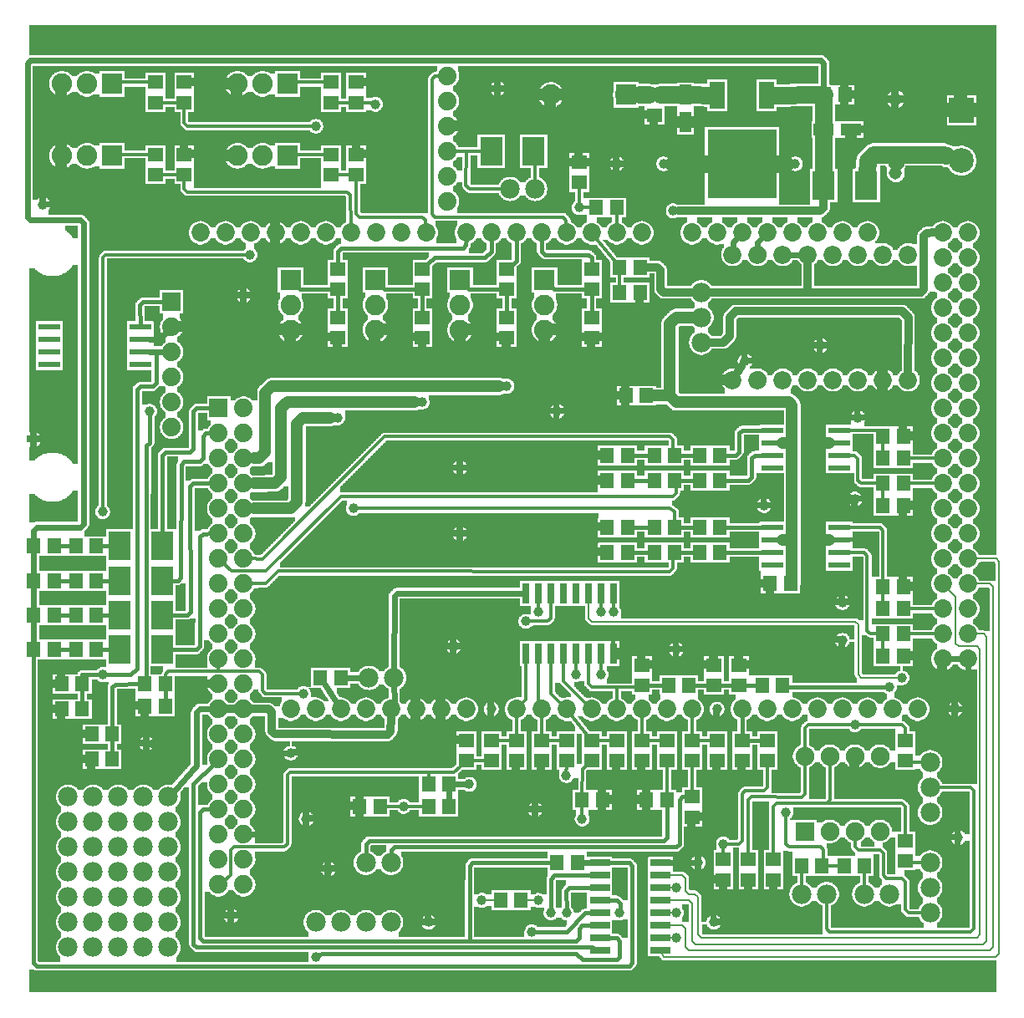
<source format=gtl>
G04 MADE WITH FRITZING*
G04 WWW.FRITZING.ORG*
G04 DOUBLE SIDED*
G04 HOLES PLATED*
G04 CONTOUR ON CENTER OF CONTOUR VECTOR*
%ASAXBY*%
%FSLAX23Y23*%
%MOIN*%
%OFA0B0*%
%SFA1.0B1.0*%
%ADD10C,0.075000*%
%ADD11C,0.039370*%
%ADD12C,0.072472*%
%ADD13C,0.072445*%
%ADD14C,0.072417*%
%ADD15C,0.074000*%
%ADD16C,0.078000*%
%ADD17C,0.072917*%
%ADD18C,0.082000*%
%ADD19C,0.051496*%
%ADD20C,0.099055*%
%ADD21R,0.275591X0.275591*%
%ADD22R,0.059055X0.106299*%
%ADD23R,0.047244X0.078740*%
%ADD24R,0.059055X0.055118*%
%ADD25R,0.055118X0.059055*%
%ADD26R,0.086614X0.023622*%
%ADD27R,0.090086X0.113708*%
%ADD28R,0.074000X0.074000*%
%ADD29R,0.026000X0.080000*%
%ADD30R,0.086900X0.024000*%
%ADD31R,0.078740X0.047244*%
%ADD32R,0.080000X0.026000*%
%ADD33R,0.075000X0.075000*%
%ADD34R,0.082000X0.082000*%
%ADD35R,0.099055X0.099055*%
%ADD36C,0.070000*%
%ADD37C,0.032000*%
%ADD38C,0.024000*%
%ADD39C,0.016000*%
%ADD40C,0.012000*%
%ADD41C,0.008000*%
%ADD42C,0.048000*%
%ADD43R,0.001000X0.001000*%
%LNCOPPER1*%
G90*
G70*
G54D10*
X1443Y3670D03*
X3229Y3822D03*
X2877Y3623D03*
X107Y2820D03*
X3282Y2672D03*
X3430Y2366D03*
X681Y1239D03*
X3066Y905D03*
X3640Y1257D03*
X1594Y1555D03*
X3731Y784D03*
X2410Y857D03*
X2781Y852D03*
G54D11*
X1907Y3645D03*
X3094Y3345D03*
X2607Y3157D03*
X919Y2982D03*
X2244Y732D03*
X2057Y770D03*
X1182Y182D03*
X1632Y320D03*
X1844Y408D03*
X2769Y320D03*
X2807Y632D03*
X3744Y657D03*
X3519Y1295D03*
X3282Y1445D03*
X1419Y3582D03*
X1332Y1970D03*
X1757Y1870D03*
X1757Y2132D03*
X2144Y2357D03*
X1082Y995D03*
X1232Y532D03*
X519Y2357D03*
X332Y1307D03*
G54D12*
X2844Y2482D03*
X3544Y2982D03*
X3444Y2982D03*
X3344Y2982D03*
X3244Y2982D03*
X3144Y2982D03*
G54D13*
X3044Y2982D03*
X2944Y2982D03*
G54D12*
X2844Y2982D03*
G54D13*
X3544Y2482D03*
G54D14*
X3444Y2482D03*
G54D13*
X3344Y2482D03*
G54D12*
X3244Y2482D03*
G54D13*
X3144Y2482D03*
G54D14*
X3044Y2482D03*
X2944Y2482D03*
G54D11*
X2707Y557D03*
X2019Y1520D03*
X2232Y3170D03*
X2070Y407D03*
X2569Y3345D03*
X2382Y3345D03*
X57Y2245D03*
G54D15*
X607Y2794D03*
X607Y2694D03*
X607Y2594D03*
X607Y2494D03*
X607Y2394D03*
X607Y2294D03*
G54D11*
X844Y345D03*
X94Y3182D03*
X1144Y732D03*
X2394Y357D03*
X2182Y357D03*
X2119Y357D03*
X2044Y282D03*
X2620Y257D03*
X2619Y357D03*
X2619Y457D03*
X2181Y905D03*
X3469Y1257D03*
X332Y1957D03*
X894Y2820D03*
X3344Y2332D03*
X3282Y1595D03*
X2319Y1557D03*
X2619Y1407D03*
X1794Y870D03*
X1132Y1232D03*
X2219Y1307D03*
X2069Y1557D03*
X2319Y1307D03*
X2369Y1557D03*
X1732Y1420D03*
X3732Y1170D03*
X1532Y782D03*
G54D15*
X1707Y3695D03*
X1707Y3595D03*
X1707Y3495D03*
X1707Y3395D03*
X1707Y3295D03*
X1707Y3195D03*
X1707Y3695D03*
X1707Y3595D03*
X1707Y3495D03*
X1707Y3395D03*
X1707Y3295D03*
X1707Y3195D03*
G54D11*
X3057Y757D03*
X1607Y2395D03*
X1944Y2457D03*
X1269Y2332D03*
X1182Y3495D03*
X3332Y1107D03*
X1882Y1170D03*
X507Y1032D03*
X2782Y1170D03*
X3194Y2620D03*
X2969Y1982D03*
X3332Y2007D03*
G54D16*
X594Y220D03*
X494Y220D03*
X394Y220D03*
X294Y220D03*
X194Y220D03*
X594Y820D03*
X494Y820D03*
X394Y820D03*
X294Y820D03*
X194Y820D03*
X194Y620D03*
X294Y620D03*
X394Y620D03*
X494Y620D03*
X494Y320D03*
X494Y420D03*
X194Y320D03*
X194Y420D03*
X294Y320D03*
X294Y420D03*
X394Y320D03*
X394Y420D03*
X594Y320D03*
X594Y420D03*
X1182Y320D03*
X1282Y320D03*
X194Y720D03*
X294Y720D03*
X394Y720D03*
X494Y720D03*
X1482Y320D03*
X494Y520D03*
X594Y520D03*
X1494Y1295D03*
X1394Y1295D03*
X194Y520D03*
X294Y520D03*
X394Y520D03*
X594Y720D03*
X1382Y320D03*
X594Y620D03*
G54D11*
X2894Y2557D03*
G54D10*
X3132Y682D03*
X3132Y982D03*
X3232Y682D03*
X3232Y982D03*
X3332Y682D03*
X3332Y982D03*
X3432Y682D03*
X3432Y982D03*
G54D15*
X894Y2370D03*
X894Y2270D03*
X894Y2170D03*
X894Y2070D03*
X894Y1970D03*
X894Y1870D03*
X894Y1770D03*
X894Y1670D03*
X894Y1570D03*
X894Y1470D03*
X894Y1370D03*
X894Y1270D03*
X894Y1170D03*
X894Y1070D03*
X894Y970D03*
X894Y870D03*
X894Y770D03*
X894Y670D03*
X894Y570D03*
X894Y470D03*
X794Y2370D03*
X794Y2270D03*
X794Y2170D03*
X794Y2070D03*
X794Y1970D03*
X794Y1870D03*
X794Y1770D03*
X794Y1670D03*
X794Y1570D03*
X794Y1470D03*
X794Y1370D03*
X794Y1270D03*
X794Y1170D03*
X794Y1070D03*
X794Y970D03*
X794Y870D03*
X794Y770D03*
X794Y670D03*
X794Y570D03*
X794Y470D03*
G54D17*
X2982Y1170D03*
X1382Y1170D03*
X3082Y1170D03*
X3182Y1170D03*
X3282Y1170D03*
X3382Y1170D03*
X3682Y2570D03*
X3482Y1170D03*
X3582Y1170D03*
X1422Y3070D03*
X1982Y1170D03*
X2082Y1170D03*
X2182Y1170D03*
X2282Y1170D03*
X3682Y1770D03*
X2382Y1170D03*
X2482Y1170D03*
X2582Y1170D03*
X2682Y1170D03*
X2182Y3070D03*
X3682Y2970D03*
X3682Y2170D03*
X3682Y1370D03*
X1022Y3070D03*
X1782Y1170D03*
X1782Y3070D03*
X3682Y2770D03*
X3682Y2370D03*
X3682Y1970D03*
X3382Y3070D03*
X3682Y1570D03*
X3282Y3070D03*
X3182Y3070D03*
X3082Y3070D03*
X2982Y3070D03*
X2882Y3070D03*
X2782Y3070D03*
X2682Y3070D03*
X822Y3070D03*
X1222Y3070D03*
X1622Y3070D03*
X1182Y1170D03*
X1582Y1170D03*
X2382Y3070D03*
X1982Y3070D03*
X3682Y3070D03*
X3682Y2870D03*
X3682Y2670D03*
X3682Y2470D03*
X3682Y2270D03*
X3682Y2070D03*
X3682Y1870D03*
X3682Y1670D03*
X3682Y1470D03*
X722Y3070D03*
X922Y3070D03*
X1122Y3070D03*
X1322Y3070D03*
X1522Y3070D03*
X1082Y1170D03*
X1282Y1170D03*
X1482Y1170D03*
X1682Y1170D03*
X2482Y3070D03*
X2282Y3070D03*
X2082Y3070D03*
X1882Y3070D03*
X3782Y3070D03*
X3782Y2970D03*
X3782Y2870D03*
X3782Y2770D03*
X3782Y2670D03*
X3782Y2570D03*
X3782Y2470D03*
X3782Y2370D03*
X3782Y2270D03*
X3782Y2170D03*
X3782Y2070D03*
X3782Y1970D03*
X3782Y1870D03*
X3782Y1770D03*
X3782Y1670D03*
X3782Y1570D03*
X3782Y1470D03*
X3782Y1370D03*
X2882Y1170D03*
G54D18*
X1419Y2882D03*
X1419Y2782D03*
X1419Y2682D03*
X2094Y2882D03*
X2094Y2782D03*
X2094Y2682D03*
X1757Y2882D03*
X1757Y2782D03*
X1757Y2682D03*
X1082Y2882D03*
X1082Y2782D03*
X1082Y2682D03*
G54D16*
X3632Y357D03*
X3632Y457D03*
X3632Y557D03*
X3632Y957D03*
X3632Y857D03*
X3632Y757D03*
X2057Y3245D03*
X1957Y3245D03*
X2719Y2832D03*
X2719Y2732D03*
X2719Y2632D03*
X3119Y432D03*
X3219Y432D03*
X1482Y557D03*
X1382Y557D03*
X3469Y432D03*
X3369Y432D03*
G54D18*
X2417Y3620D03*
X2119Y3620D03*
G54D19*
X3494Y3307D03*
X3494Y3603D03*
X3494Y3307D03*
X3494Y3603D03*
G54D18*
X369Y3377D03*
X269Y3377D03*
X169Y3377D03*
X1069Y3664D03*
X969Y3664D03*
X869Y3664D03*
X369Y3664D03*
X269Y3664D03*
X169Y3664D03*
X1069Y3377D03*
X969Y3377D03*
X869Y3377D03*
G54D20*
X3757Y3557D03*
X3757Y3357D03*
G54D21*
X2882Y3345D03*
G54D22*
X2783Y3618D03*
X2980Y3618D03*
G54D23*
X2657Y3620D03*
X2657Y3510D03*
G54D24*
X2232Y3270D03*
X2232Y3351D03*
G54D25*
X2301Y3170D03*
X2382Y3170D03*
G54D26*
X482Y2595D03*
X120Y2595D03*
X482Y2545D03*
X482Y2645D03*
X482Y2695D03*
X120Y2545D03*
X120Y2645D03*
X120Y2695D03*
G54D27*
X3207Y3257D03*
X3376Y3257D03*
X1882Y3395D03*
X2051Y3395D03*
G54D28*
X607Y2794D03*
G54D29*
X2019Y1390D03*
X2069Y1390D03*
X2119Y1390D03*
X2169Y1390D03*
X2219Y1390D03*
X2269Y1390D03*
X2319Y1390D03*
X2369Y1390D03*
X2369Y1632D03*
X2319Y1632D03*
X2269Y1632D03*
X2219Y1632D03*
X2169Y1632D03*
X2119Y1632D03*
X2069Y1632D03*
X2019Y1632D03*
G54D30*
X3269Y2132D03*
X3269Y2182D03*
X3269Y2232D03*
X3269Y2282D03*
X3004Y2282D03*
X3004Y2232D03*
X3004Y2182D03*
X3004Y2132D03*
X3269Y1745D03*
X3269Y1795D03*
X3269Y1845D03*
X3269Y1895D03*
X3004Y1895D03*
X3004Y1845D03*
X3004Y1795D03*
X3004Y1745D03*
G54D27*
X569Y1407D03*
X400Y1407D03*
X569Y1545D03*
X400Y1545D03*
X569Y1682D03*
X400Y1682D03*
X569Y1820D03*
X400Y1820D03*
G54D25*
X57Y1407D03*
X138Y1407D03*
X57Y1545D03*
X138Y1545D03*
X57Y1682D03*
X138Y1682D03*
X57Y1820D03*
X138Y1820D03*
X2532Y1795D03*
X2613Y1795D03*
X2532Y1895D03*
X2613Y1895D03*
X2532Y2082D03*
X2613Y2082D03*
X2532Y2182D03*
X2613Y2182D03*
X307Y1407D03*
X226Y1407D03*
X307Y1545D03*
X226Y1545D03*
X307Y1682D03*
X226Y1682D03*
X307Y1820D03*
X226Y1820D03*
X2344Y1795D03*
X2425Y1795D03*
X2344Y1895D03*
X2425Y1895D03*
X2344Y2082D03*
X2425Y2082D03*
X2344Y2182D03*
X2425Y2182D03*
G54D31*
X3207Y3482D03*
X3317Y3482D03*
G54D32*
X2557Y207D03*
X2557Y257D03*
X2557Y307D03*
X2557Y357D03*
X2557Y407D03*
X2557Y457D03*
X2557Y507D03*
X2557Y557D03*
X2315Y557D03*
X2315Y507D03*
X2315Y457D03*
X2315Y407D03*
X2315Y357D03*
X2315Y307D03*
X2315Y257D03*
X2315Y207D03*
G54D25*
X2144Y557D03*
X2225Y557D03*
X582Y1182D03*
X501Y1182D03*
X369Y1070D03*
X289Y1070D03*
X2394Y2932D03*
X2475Y2932D03*
X3292Y3620D03*
X3211Y3620D03*
G54D24*
X2532Y3539D03*
X2532Y3620D03*
G54D25*
X369Y970D03*
X289Y970D03*
X582Y1270D03*
X501Y1270D03*
X250Y1270D03*
X169Y1270D03*
G54D24*
X1344Y3302D03*
X1344Y3382D03*
X1244Y3589D03*
X1244Y3670D03*
X1344Y3589D03*
X1344Y3670D03*
X1244Y3302D03*
X1244Y3382D03*
X657Y3589D03*
X657Y3670D03*
X544Y3589D03*
X544Y3670D03*
X657Y3302D03*
X657Y3382D03*
X544Y3302D03*
X544Y3382D03*
G54D25*
X3525Y2257D03*
X3444Y2257D03*
X3525Y1982D03*
X3444Y1982D03*
X3525Y2070D03*
X3444Y2070D03*
X3525Y2170D03*
X3444Y2170D03*
X2419Y2420D03*
X2500Y2420D03*
X3525Y1382D03*
X3444Y1382D03*
X3525Y1470D03*
X3444Y1470D03*
X3525Y1570D03*
X3444Y1570D03*
X3525Y1657D03*
X3444Y1657D03*
G54D24*
X1269Y2652D03*
X1269Y2732D03*
X1607Y2652D03*
X1607Y2732D03*
X1944Y2652D03*
X1944Y2732D03*
X2282Y2652D03*
X2282Y2732D03*
X1269Y2926D03*
X1269Y2845D03*
X1607Y2926D03*
X1607Y2845D03*
X1944Y2926D03*
X1944Y2845D03*
X2282Y2926D03*
X2282Y2845D03*
G54D25*
X2714Y2082D03*
X2794Y2082D03*
X2794Y2182D03*
X2714Y2182D03*
X1713Y782D03*
X1632Y782D03*
X2325Y807D03*
X2244Y807D03*
X250Y1170D03*
X169Y1170D03*
X2994Y1670D03*
X3075Y1670D03*
G54D24*
X2769Y1345D03*
X2769Y1264D03*
X2082Y964D03*
X2082Y1045D03*
G54D25*
X1282Y1295D03*
X1201Y1295D03*
X2475Y2832D03*
X2394Y2832D03*
G54D24*
X1982Y964D03*
X1982Y1045D03*
G54D25*
X1713Y870D03*
X1632Y870D03*
G54D24*
X1782Y1045D03*
X1782Y964D03*
G54D25*
X3044Y1266D03*
X2964Y1266D03*
G54D24*
X2482Y1264D03*
X2482Y1345D03*
X3532Y964D03*
X3532Y1045D03*
G54D25*
X3289Y545D03*
X3369Y545D03*
X3200Y545D03*
X3119Y545D03*
G54D24*
X3532Y564D03*
X3532Y645D03*
X3007Y570D03*
X3007Y489D03*
X2682Y739D03*
X2682Y820D03*
G54D25*
X2501Y807D03*
X2582Y807D03*
G54D33*
X3132Y682D03*
G54D28*
X794Y2370D03*
G54D34*
X1419Y2882D03*
X2094Y2882D03*
X1757Y2882D03*
X1082Y2882D03*
X2418Y3620D03*
X369Y3377D03*
X1069Y3664D03*
X369Y3664D03*
X1069Y3377D03*
G54D35*
X3757Y3557D03*
G54D24*
X2882Y964D03*
X2882Y1045D03*
X2807Y489D03*
X2807Y570D03*
X2907Y489D03*
X2907Y570D03*
G54D25*
X1357Y782D03*
X1438Y782D03*
G54D24*
X1882Y964D03*
X1882Y1045D03*
X2182Y964D03*
X2182Y1045D03*
X2982Y964D03*
X2982Y1045D03*
X2682Y964D03*
X2682Y1045D03*
X2582Y964D03*
X2582Y1045D03*
X2782Y964D03*
X2782Y1045D03*
X2482Y964D03*
X2482Y1045D03*
X2282Y964D03*
X2282Y1045D03*
X2382Y964D03*
X2382Y1045D03*
G54D25*
X2714Y1795D03*
X2794Y1795D03*
X2794Y1895D03*
X2714Y1895D03*
X2669Y1266D03*
X2589Y1266D03*
G54D24*
X2869Y1264D03*
X2869Y1345D03*
G54D25*
X1919Y407D03*
X2000Y407D03*
G54D36*
X3025Y3345D02*
X3053Y3345D01*
D02*
X2738Y3345D02*
X2611Y3345D01*
D02*
X2675Y3620D02*
X2759Y3619D01*
D02*
X2556Y3620D02*
X2639Y3620D01*
D02*
X2472Y3620D02*
X2508Y3620D01*
G54D37*
D02*
X3206Y3169D02*
X3207Y3208D01*
D02*
X3194Y3157D02*
X3206Y3169D01*
D02*
X2631Y3157D02*
X3194Y3157D01*
G54D36*
D02*
X3207Y3464D02*
X3207Y3307D01*
G54D37*
D02*
X3607Y3058D02*
X3620Y3069D01*
D02*
X3607Y2845D02*
X3607Y3058D01*
D02*
X3620Y3069D02*
X3646Y3070D01*
D02*
X3595Y2833D02*
X3607Y2845D01*
D02*
X3144Y2833D02*
X3595Y2833D01*
G54D38*
D02*
X1265Y1195D02*
X1217Y1271D01*
D02*
X1364Y1295D02*
X1304Y1295D01*
D02*
X1495Y1207D02*
X1494Y1265D01*
D02*
X1492Y1198D02*
X1495Y1207D01*
D02*
X545Y2595D02*
X520Y2595D01*
D02*
X576Y2594D02*
X545Y2595D01*
D02*
X520Y2645D02*
X556Y2645D01*
D02*
X556Y2645D02*
X585Y2673D01*
G54D39*
D02*
X481Y2783D02*
X494Y2794D01*
D02*
X482Y2701D02*
X481Y2783D01*
D02*
X494Y2794D02*
X582Y2794D01*
G54D36*
D02*
X3004Y3619D02*
X3189Y3620D01*
G54D40*
D02*
X333Y2970D02*
X332Y1971D01*
D02*
X344Y2982D02*
X333Y2970D01*
D02*
X905Y2982D02*
X344Y2982D01*
G54D39*
D02*
X2816Y1795D02*
X2966Y1795D01*
G54D40*
D02*
X813Y1752D02*
X845Y1720D01*
D02*
X845Y1720D02*
X982Y1720D01*
D02*
X982Y1720D02*
X1282Y2019D01*
G54D38*
D02*
X1006Y683D02*
X1006Y982D01*
D02*
X1006Y982D02*
X1020Y994D01*
D02*
X1020Y994D02*
X1063Y995D01*
D02*
X994Y670D02*
X1006Y683D01*
D02*
X925Y670D02*
X994Y670D01*
G54D40*
D02*
X1345Y1970D02*
X2594Y1970D01*
D02*
X1307Y3232D02*
X769Y3232D01*
D02*
X1320Y3220D02*
X1307Y3232D01*
D02*
X1322Y3094D02*
X1320Y3220D01*
G54D37*
D02*
X644Y1032D02*
X531Y1032D01*
D02*
X657Y1258D02*
X657Y1045D01*
D02*
X657Y1045D02*
X644Y1032D01*
D02*
X669Y1270D02*
X657Y1258D01*
D02*
X758Y1270D02*
X669Y1270D01*
G54D39*
D02*
X250Y1307D02*
X318Y1307D01*
D02*
X250Y1294D02*
X250Y1307D01*
D02*
X250Y1246D02*
X250Y1194D01*
G54D38*
D02*
X44Y3120D02*
X244Y3120D01*
D02*
X32Y3132D02*
X44Y3120D01*
D02*
X32Y3745D02*
X32Y3132D01*
D02*
X3207Y3620D02*
X3211Y3620D01*
D02*
X3207Y3745D02*
X3207Y3620D01*
D02*
X3195Y3757D02*
X3207Y3745D01*
D02*
X44Y3757D02*
X3195Y3757D01*
D02*
X32Y3745D02*
X44Y3757D01*
G54D36*
D02*
X3382Y3357D02*
X3407Y3382D01*
D02*
X3407Y3382D02*
X3495Y3382D01*
D02*
X3379Y3307D02*
X3382Y3357D01*
G54D38*
D02*
X3769Y1170D02*
X3782Y1182D01*
D02*
X3782Y1182D02*
X3782Y1340D01*
D02*
X3751Y1170D02*
X3769Y1170D01*
D02*
X3752Y1370D02*
X3712Y1370D01*
D02*
X2591Y557D02*
X2688Y557D01*
G54D40*
D02*
X2232Y3183D02*
X2232Y3248D01*
D02*
X2107Y1520D02*
X2119Y1533D01*
D02*
X2119Y1533D02*
X2119Y1598D01*
D02*
X2033Y1520D02*
X2107Y1520D01*
D02*
X1645Y3682D02*
X1657Y3695D01*
D02*
X1657Y3695D02*
X1681Y3695D01*
D02*
X1645Y3144D02*
X1645Y3682D01*
D02*
X1657Y3132D02*
X1645Y3144D01*
D02*
X2169Y3132D02*
X1657Y3132D01*
D02*
X2181Y3119D02*
X2169Y3132D01*
D02*
X2182Y3094D02*
X2181Y3119D01*
D02*
X2279Y3170D02*
X2245Y3170D01*
D02*
X2382Y3146D02*
X2382Y3094D01*
G54D41*
D02*
X2269Y1532D02*
X2269Y1598D01*
D02*
X2282Y1519D02*
X2269Y1532D01*
D02*
X3345Y1507D02*
X3332Y1519D01*
D02*
X3345Y1308D02*
X3345Y1507D01*
D02*
X3357Y1294D02*
X3345Y1308D01*
D02*
X3332Y1519D02*
X2282Y1519D01*
D02*
X3506Y1295D02*
X3357Y1294D01*
G54D40*
D02*
X2319Y1598D02*
X2319Y1571D01*
D02*
X594Y1320D02*
X794Y1320D01*
D02*
X582Y1307D02*
X594Y1320D01*
D02*
X582Y1294D02*
X582Y1307D01*
G54D39*
D02*
X369Y1046D02*
X369Y994D01*
D02*
X370Y1257D02*
X369Y1094D01*
D02*
X382Y1269D02*
X370Y1257D01*
D02*
X479Y1270D02*
X382Y1269D01*
D02*
X582Y1246D02*
X582Y1206D01*
G54D41*
D02*
X2056Y407D02*
X2022Y407D01*
G54D39*
D02*
X2619Y620D02*
X2632Y632D01*
D02*
X2582Y657D02*
X2582Y783D01*
D02*
X2569Y645D02*
X2582Y657D01*
D02*
X2644Y820D02*
X2658Y820D01*
D02*
X2632Y807D02*
X2644Y820D01*
D02*
X2632Y632D02*
X2632Y807D01*
D02*
X1495Y620D02*
X2619Y620D01*
D02*
X1483Y607D02*
X1495Y620D01*
D02*
X1482Y582D02*
X1483Y607D01*
D02*
X1382Y632D02*
X1395Y645D01*
D02*
X1395Y645D02*
X2569Y645D01*
D02*
X1382Y582D02*
X1382Y632D01*
G54D41*
D02*
X1897Y407D02*
X1858Y408D01*
G54D36*
D02*
X3207Y3620D02*
X3211Y3620D01*
D02*
X3207Y3500D02*
X3207Y3620D01*
G54D40*
D02*
X2057Y3395D02*
X2051Y3395D01*
D02*
X2057Y3269D02*
X2057Y3395D01*
D02*
X1844Y3395D02*
X1782Y3395D01*
D02*
X1782Y3395D02*
X1732Y3395D01*
D02*
X1781Y3257D02*
X1782Y3395D01*
D02*
X1795Y3245D02*
X1781Y3257D01*
D02*
X1932Y3245D02*
X1795Y3245D01*
G54D37*
D02*
X831Y1170D02*
X858Y1170D01*
G54D39*
D02*
X2119Y490D02*
X2132Y507D01*
D02*
X2132Y507D02*
X2280Y507D01*
D02*
X2119Y371D02*
X2119Y490D01*
D02*
X2181Y445D02*
X2194Y458D01*
D02*
X2194Y458D02*
X2280Y458D01*
D02*
X2182Y371D02*
X2181Y445D01*
D02*
X2395Y395D02*
X2382Y408D01*
D02*
X2382Y408D02*
X2349Y408D01*
D02*
X2395Y371D02*
X2395Y395D01*
D02*
X2382Y257D02*
X2349Y257D01*
D02*
X2394Y245D02*
X2382Y257D01*
D02*
X2394Y182D02*
X2394Y245D01*
D02*
X2382Y170D02*
X2394Y182D01*
D02*
X2245Y170D02*
X2382Y170D01*
D02*
X2220Y194D02*
X2245Y170D01*
D02*
X1207Y194D02*
X2220Y194D01*
D02*
X1194Y188D02*
X1207Y194D01*
D02*
X2882Y1067D02*
X2882Y1145D01*
D02*
X2906Y1045D02*
X2958Y1045D01*
D02*
X1795Y544D02*
X1795Y245D01*
D02*
X1806Y557D02*
X1795Y544D01*
D02*
X2122Y557D02*
X1806Y557D01*
G54D38*
D02*
X2247Y557D02*
X2280Y557D01*
G54D41*
D02*
X2657Y495D02*
X2657Y444D01*
D02*
X2694Y432D02*
X2707Y420D01*
D02*
X2670Y432D02*
X2694Y432D01*
D02*
X2707Y420D02*
X2707Y270D01*
D02*
X3819Y257D02*
X3831Y270D01*
D02*
X2657Y444D02*
X2670Y432D01*
D02*
X2707Y270D02*
X2720Y257D01*
D02*
X2720Y257D02*
X3819Y257D01*
D02*
X2644Y507D02*
X2657Y495D01*
D02*
X2591Y507D02*
X2644Y507D01*
D02*
X3745Y1420D02*
X3732Y1432D01*
D02*
X3831Y270D02*
X3831Y1407D01*
D02*
X3831Y1407D02*
X3819Y1420D01*
D02*
X3819Y1420D02*
X3745Y1420D01*
D02*
X3732Y1432D02*
X3732Y1619D01*
D02*
X3732Y1619D02*
X3699Y1652D01*
D02*
X2591Y257D02*
X2607Y257D01*
D02*
X2591Y357D02*
X2606Y357D01*
D02*
X2591Y457D02*
X2606Y457D01*
G54D39*
D02*
X1157Y220D02*
X707Y220D01*
D02*
X2282Y220D02*
X1157Y220D01*
D02*
X2296Y215D02*
X2282Y220D01*
D02*
X694Y233D02*
X694Y870D01*
D02*
X707Y220D02*
X694Y233D01*
D02*
X694Y870D02*
X776Y952D01*
G54D41*
D02*
X2682Y395D02*
X2682Y245D01*
D02*
X2695Y232D02*
X3844Y232D01*
D02*
X2682Y245D02*
X2695Y232D01*
D02*
X2670Y407D02*
X2682Y395D01*
D02*
X2591Y407D02*
X2670Y407D01*
D02*
X3844Y232D02*
X3857Y245D01*
D02*
X3857Y245D02*
X3857Y1458D01*
D02*
X3857Y1458D02*
X3845Y1470D01*
D02*
X3845Y1470D02*
X3807Y1470D01*
G54D40*
D02*
X1545Y782D02*
X1610Y782D01*
G54D38*
D02*
X1713Y846D02*
X1713Y806D01*
G54D40*
D02*
X1732Y919D02*
X1632Y919D01*
D02*
X1758Y942D02*
X1732Y919D01*
G54D38*
D02*
X1775Y870D02*
X1735Y870D01*
G54D40*
D02*
X2682Y842D02*
X2682Y942D01*
D02*
X2582Y831D02*
X2582Y942D01*
G54D42*
D02*
X3182Y2008D02*
X3182Y2220D01*
D02*
X3182Y1857D02*
X3182Y2008D01*
D02*
X3194Y2233D02*
X3231Y2232D01*
D02*
X3182Y2220D02*
X3194Y2233D01*
D02*
X3194Y1845D02*
X3182Y1857D01*
D02*
X3231Y1845D02*
X3194Y1845D01*
D02*
X2522Y2420D02*
X2594Y2420D01*
D02*
X3182Y2008D02*
X3302Y2007D01*
G54D40*
D02*
X3419Y2283D02*
X3307Y2282D01*
D02*
X3422Y2279D02*
X3419Y2283D01*
D02*
X3444Y1882D02*
X3432Y1896D01*
D02*
X3432Y1896D02*
X3307Y1895D01*
D02*
X3444Y1681D02*
X3444Y1882D01*
G54D38*
D02*
X69Y1895D02*
X57Y1883D01*
D02*
X256Y1908D02*
X244Y1895D01*
D02*
X244Y3120D02*
X256Y3107D01*
D02*
X256Y3107D02*
X256Y1908D01*
D02*
X244Y1895D02*
X69Y1895D01*
D02*
X57Y1883D02*
X57Y1844D01*
G54D40*
D02*
X3519Y795D02*
X3220Y795D01*
D02*
X3532Y782D02*
X3519Y795D01*
D02*
X3532Y557D02*
X3532Y564D01*
D02*
X3607Y557D02*
X3532Y557D01*
D02*
X3532Y667D02*
X3532Y782D01*
D02*
X3794Y282D02*
X3806Y295D01*
D02*
X3219Y295D02*
X3231Y282D01*
D02*
X3807Y845D02*
X3794Y857D01*
D02*
X3794Y857D02*
X3656Y857D01*
D02*
X3231Y282D02*
X3794Y282D01*
D02*
X3806Y295D02*
X3807Y845D01*
D02*
X3219Y408D02*
X3219Y295D01*
D02*
X1460Y782D02*
X1518Y782D01*
D02*
X2182Y942D02*
X2181Y918D01*
G54D39*
D02*
X2257Y357D02*
X2182Y282D01*
D02*
X2182Y282D02*
X2058Y282D01*
D02*
X2280Y357D02*
X2257Y357D01*
D02*
X2444Y545D02*
X2432Y558D01*
D02*
X2432Y558D02*
X2349Y557D01*
D02*
X2444Y157D02*
X2444Y545D01*
D02*
X2432Y145D02*
X2444Y157D01*
D02*
X70Y145D02*
X2432Y145D01*
D02*
X57Y157D02*
X70Y145D01*
D02*
X2233Y295D02*
X2232Y257D01*
D02*
X2232Y257D02*
X2219Y245D01*
D02*
X2244Y308D02*
X2233Y295D01*
D02*
X2219Y245D02*
X1795Y245D01*
D02*
X2280Y308D02*
X2244Y308D01*
D02*
X1182Y245D02*
X732Y245D01*
D02*
X1795Y245D02*
X1182Y245D01*
D02*
X720Y757D02*
X732Y770D01*
D02*
X732Y770D02*
X769Y770D01*
D02*
X719Y258D02*
X720Y757D01*
D02*
X732Y245D02*
X719Y258D01*
G54D40*
D02*
X3344Y2169D02*
X3331Y2182D01*
D02*
X3344Y2082D02*
X3344Y2169D01*
D02*
X3357Y2070D02*
X3344Y2082D01*
D02*
X3331Y2182D02*
X3307Y2182D01*
D02*
X3422Y2070D02*
X3357Y2070D01*
G54D39*
D02*
X2919Y2170D02*
X2932Y2182D01*
D02*
X2932Y2182D02*
X2966Y2182D01*
D02*
X2919Y2094D02*
X2919Y2170D01*
D02*
X2907Y2082D02*
X2919Y2094D01*
D02*
X2816Y2082D02*
X2907Y2082D01*
G54D40*
D02*
X2613Y1957D02*
X2613Y1919D01*
D02*
X2594Y1970D02*
X2613Y1957D01*
D02*
X920Y1670D02*
X982Y1670D01*
D02*
X1032Y1720D02*
X2594Y1719D01*
D02*
X2594Y1719D02*
X2606Y1733D01*
D02*
X982Y1670D02*
X1032Y1720D01*
D02*
X2606Y1795D02*
X2613Y1795D01*
D02*
X2606Y1733D02*
X2606Y1795D01*
D02*
X1118Y1232D02*
X981Y1232D01*
D02*
X3381Y1782D02*
X3370Y1795D01*
D02*
X3381Y1482D02*
X3381Y1782D01*
D02*
X3394Y1470D02*
X3381Y1482D01*
D02*
X3370Y1795D02*
X3307Y1795D01*
D02*
X3422Y1470D02*
X3394Y1470D01*
D02*
X970Y1307D02*
X957Y1320D01*
D02*
X957Y1320D02*
X794Y1320D01*
D02*
X970Y1244D02*
X970Y1307D01*
D02*
X981Y1232D02*
X970Y1244D01*
D02*
X794Y1344D02*
X794Y1320D01*
G54D38*
D02*
X1495Y1620D02*
X1507Y1632D01*
D02*
X1494Y1325D02*
X1495Y1620D01*
G54D40*
D02*
X2170Y1283D02*
X2264Y1187D01*
D02*
X2169Y1356D02*
X2169Y1283D01*
D02*
X2219Y1321D02*
X2219Y1356D01*
D02*
X2319Y1321D02*
X2319Y1356D01*
D02*
X2069Y1598D02*
X2069Y1571D01*
D02*
X2369Y1598D02*
X2369Y1571D01*
G54D37*
D02*
X2497Y2932D02*
X2544Y2933D01*
G54D36*
D02*
X3682Y3382D02*
X3697Y3377D01*
D02*
X3495Y3382D02*
X3682Y3382D01*
G54D40*
D02*
X2375Y2956D02*
X2297Y3051D01*
D02*
X2394Y2908D02*
X2394Y2856D01*
G54D42*
D02*
X2594Y2707D02*
X2620Y2733D01*
D02*
X2594Y2420D02*
X2594Y2707D01*
G54D37*
D02*
X2684Y2832D02*
X2570Y2832D01*
D02*
X2570Y2832D02*
X2557Y2845D01*
G54D42*
D02*
X2620Y2733D02*
X2678Y2732D01*
D02*
X3081Y2232D02*
X3042Y2232D01*
G54D39*
D02*
X362Y1545D02*
X329Y1545D01*
D02*
X362Y1407D02*
X329Y1407D01*
D02*
X204Y1407D02*
X160Y1407D01*
D02*
X204Y1545D02*
X160Y1545D01*
D02*
X204Y1682D02*
X160Y1682D01*
D02*
X204Y1820D02*
X160Y1820D01*
D02*
X569Y1869D02*
X569Y2183D01*
D02*
X569Y2183D02*
X582Y2195D01*
D02*
X657Y2157D02*
X720Y2157D01*
D02*
X645Y2144D02*
X657Y2157D01*
D02*
X644Y1695D02*
X645Y2144D01*
D02*
X733Y2170D02*
X733Y2258D01*
D02*
X744Y2270D02*
X769Y2270D01*
D02*
X733Y2258D02*
X744Y2270D01*
D02*
X720Y2157D02*
X732Y2170D01*
D02*
X632Y1683D02*
X644Y1695D01*
D02*
X694Y2207D02*
X694Y2357D01*
D02*
X694Y2357D02*
X707Y2370D01*
D02*
X707Y2370D02*
X769Y2370D01*
D02*
X681Y2195D02*
X694Y2207D01*
D02*
X582Y2195D02*
X681Y2195D01*
D02*
X57Y1383D02*
X57Y157D01*
G54D38*
D02*
X57Y1521D02*
X57Y1431D01*
D02*
X57Y1658D02*
X57Y1569D01*
D02*
X57Y1706D02*
X57Y1796D01*
G54D39*
D02*
X362Y1820D02*
X329Y1820D01*
D02*
X362Y1682D02*
X329Y1682D01*
D02*
X681Y2058D02*
X694Y2071D01*
D02*
X682Y1557D02*
X681Y2058D01*
D02*
X719Y1420D02*
X720Y1858D01*
D02*
X720Y1858D02*
X732Y1869D01*
D02*
X733Y1869D02*
X769Y1870D01*
D02*
X607Y1407D02*
X706Y1407D01*
D02*
X706Y1407D02*
X719Y1420D01*
D02*
X694Y2071D02*
X769Y2070D01*
D02*
X607Y1545D02*
X669Y1545D01*
D02*
X669Y1545D02*
X682Y1557D01*
D02*
X607Y1683D02*
X632Y1683D01*
D02*
X2966Y1895D02*
X2816Y1895D01*
D02*
X2869Y2195D02*
X2857Y2183D01*
D02*
X2869Y2270D02*
X2869Y2195D01*
D02*
X2882Y2283D02*
X2869Y2270D01*
D02*
X2857Y2183D02*
X2816Y2182D01*
D02*
X2966Y2282D02*
X2882Y2283D01*
G54D40*
D02*
X2482Y1067D02*
X2482Y1145D01*
D02*
X2982Y942D02*
X2982Y857D01*
D02*
X2870Y633D02*
X2820Y632D01*
D02*
X2882Y644D02*
X2870Y633D01*
D02*
X2882Y833D02*
X2882Y644D01*
D02*
X2894Y845D02*
X2882Y833D01*
D02*
X2969Y845D02*
X2894Y845D01*
D02*
X2982Y857D02*
X2969Y845D01*
D02*
X2264Y1067D02*
X2197Y1151D01*
D02*
X1982Y1067D02*
X1982Y1145D01*
D02*
X2506Y1045D02*
X2558Y1045D01*
D02*
X2706Y1045D02*
X2758Y1045D01*
D02*
X2682Y1067D02*
X2682Y1145D01*
G54D39*
D02*
X545Y2470D02*
X545Y2595D01*
D02*
X532Y2457D02*
X545Y2470D01*
D02*
X482Y2457D02*
X532Y2457D01*
D02*
X469Y2445D02*
X482Y2457D01*
D02*
X469Y1332D02*
X469Y2445D01*
D02*
X444Y1307D02*
X469Y1332D01*
D02*
X345Y1307D02*
X444Y1307D01*
G54D37*
D02*
X2557Y2920D02*
X2544Y2933D01*
D02*
X2557Y2845D02*
X2557Y2920D01*
G54D38*
D02*
X707Y945D02*
X707Y1157D01*
D02*
X707Y1157D02*
X719Y1170D01*
D02*
X615Y842D02*
X707Y945D01*
G54D40*
D02*
X1069Y3382D02*
X1220Y3382D01*
D02*
X1069Y3403D02*
X1069Y3382D01*
D02*
X2269Y1270D02*
X2269Y1356D01*
D02*
X2282Y1258D02*
X2269Y1270D01*
D02*
X2382Y1258D02*
X2282Y1258D01*
D02*
X2482Y1258D02*
X2382Y1258D01*
D02*
X2482Y1264D02*
X2482Y1258D01*
G54D42*
D02*
X3081Y1670D02*
X3081Y1845D01*
D02*
X3075Y1670D02*
X3081Y1670D01*
G54D39*
D02*
X2447Y2082D02*
X2510Y2082D01*
D02*
X2635Y2082D02*
X2692Y2082D01*
D02*
X2447Y2182D02*
X2510Y2182D01*
D02*
X2635Y2182D02*
X2692Y2182D01*
D02*
X2567Y1266D02*
X2506Y1265D01*
D02*
X2745Y1265D02*
X2691Y1266D01*
D02*
X2845Y1264D02*
X2793Y1264D01*
D02*
X2942Y1266D02*
X2893Y1265D01*
G54D40*
D02*
X2382Y1258D02*
X2382Y1194D01*
G54D39*
D02*
X2447Y1895D02*
X2510Y1895D01*
D02*
X2692Y1895D02*
X2635Y1895D01*
D02*
X2692Y1795D02*
X2635Y1795D01*
D02*
X2447Y1795D02*
X2510Y1795D01*
G54D42*
D02*
X2594Y2420D02*
X2620Y2394D01*
G54D40*
D02*
X1958Y1045D02*
X1906Y1045D01*
D02*
X1806Y964D02*
X1858Y964D01*
D02*
X2106Y1045D02*
X2158Y1045D01*
D02*
X2082Y1145D02*
X2082Y1067D01*
D02*
X857Y620D02*
X844Y607D01*
D02*
X844Y507D02*
X815Y485D01*
D02*
X844Y607D02*
X844Y507D01*
D02*
X1057Y620D02*
X857Y620D01*
D02*
X1069Y632D02*
X1057Y620D01*
D02*
X1069Y907D02*
X1069Y632D01*
D02*
X1081Y919D02*
X1069Y907D01*
D02*
X1632Y919D02*
X1081Y919D01*
D02*
X1632Y894D02*
X1632Y919D01*
D02*
X2306Y1045D02*
X2358Y1045D01*
D02*
X2245Y932D02*
X2258Y943D01*
D02*
X2244Y831D02*
X2245Y932D01*
D02*
X2244Y746D02*
X2244Y783D01*
D02*
X2019Y1207D02*
X2019Y1356D01*
D02*
X1999Y1187D02*
X2019Y1207D01*
D02*
X2070Y1195D02*
X2071Y1192D01*
D02*
X2069Y1356D02*
X2070Y1195D01*
G54D38*
D02*
X2012Y1632D02*
X1507Y1632D01*
G54D37*
D02*
X2864Y2512D02*
X2881Y2537D01*
G54D40*
D02*
X2119Y1232D02*
X2164Y1187D01*
D02*
X2119Y1356D02*
X2119Y1232D01*
D02*
X3132Y1095D02*
X3145Y1107D01*
D02*
X3532Y1067D02*
X3532Y1095D01*
D02*
X3519Y1107D02*
X3345Y1107D01*
D02*
X3532Y1095D02*
X3519Y1107D01*
D02*
X3145Y1107D02*
X3318Y1107D01*
D02*
X3132Y1005D02*
X3132Y1095D01*
D02*
X3532Y370D02*
X3545Y358D01*
D02*
X3532Y482D02*
X3532Y370D01*
D02*
X3545Y358D02*
X3607Y357D01*
D02*
X3519Y495D02*
X3532Y482D01*
D02*
X3445Y595D02*
X3445Y507D01*
D02*
X3445Y507D02*
X3457Y495D01*
D02*
X3432Y607D02*
X3445Y595D01*
D02*
X3457Y495D02*
X3519Y495D01*
D02*
X3345Y607D02*
X3432Y607D01*
D02*
X3332Y620D02*
X3345Y607D01*
D02*
X3332Y659D02*
X3332Y620D01*
D02*
X3132Y833D02*
X3132Y959D01*
D02*
X3119Y819D02*
X3132Y833D01*
D02*
X2920Y820D02*
X3119Y819D01*
D02*
X2907Y592D02*
X2907Y807D01*
D02*
X2907Y807D02*
X2920Y820D01*
D02*
X3532Y957D02*
X3607Y957D01*
D02*
X3532Y964D02*
X3532Y957D01*
D02*
X3444Y1633D02*
X3444Y1594D01*
D02*
X3444Y2233D02*
X3444Y2194D01*
G54D42*
D02*
X3081Y1845D02*
X3081Y2232D01*
D02*
X3042Y1845D02*
X3081Y1845D01*
D02*
X3069Y2395D02*
X3081Y2383D01*
D02*
X3081Y2383D02*
X3081Y2232D01*
D02*
X2745Y2395D02*
X3069Y2395D01*
D02*
X2620Y2394D02*
X2745Y2395D01*
G54D36*
D02*
X3495Y3382D02*
X3495Y3356D01*
G54D38*
D02*
X2845Y3032D02*
X2861Y3048D01*
D02*
X2944Y3032D02*
X2960Y3049D01*
D02*
X2845Y3012D02*
X2845Y3032D01*
D02*
X2944Y3012D02*
X2944Y3032D01*
G54D40*
D02*
X3007Y783D02*
X3019Y795D01*
D02*
X3007Y592D02*
X3007Y783D01*
D02*
X3232Y833D02*
X3232Y959D01*
D02*
X3232Y808D02*
X3232Y833D01*
D02*
X3220Y795D02*
X3232Y808D01*
D02*
X3019Y795D02*
X3220Y795D01*
G54D37*
D02*
X1481Y1082D02*
X1470Y1069D01*
D02*
X1482Y1134D02*
X1481Y1082D01*
G54D40*
D02*
X3444Y1446D02*
X3444Y1406D01*
D02*
X3444Y2046D02*
X3444Y2006D01*
D02*
X1069Y3670D02*
X1220Y3670D01*
D02*
X1069Y3691D02*
X1069Y3670D01*
G54D39*
D02*
X2282Y2754D02*
X2282Y2823D01*
D02*
X1944Y2823D02*
X1944Y2754D01*
D02*
X1794Y2845D02*
X1920Y2845D01*
D02*
X1775Y2863D02*
X1794Y2845D01*
D02*
X2132Y2845D02*
X2258Y2845D01*
D02*
X2113Y2864D02*
X2132Y2845D01*
D02*
X2095Y2983D02*
X2269Y2983D01*
D02*
X2269Y2983D02*
X2282Y2970D01*
D02*
X2282Y2970D02*
X2282Y2948D01*
D02*
X2082Y2995D02*
X2095Y2983D01*
D02*
X2082Y3045D02*
X2082Y2995D01*
D02*
X1457Y2845D02*
X1438Y2864D01*
D02*
X1583Y2845D02*
X1457Y2845D01*
D02*
X1607Y2823D02*
X1607Y2754D01*
D02*
X1119Y2845D02*
X1101Y2863D01*
D02*
X1245Y2845D02*
X1119Y2845D01*
D02*
X1269Y2754D02*
X1269Y2823D01*
G54D42*
D02*
X1070Y2395D02*
X1577Y2395D01*
D02*
X1044Y2370D02*
X1070Y2395D01*
D02*
X1044Y2094D02*
X1044Y2370D01*
D02*
X1019Y2070D02*
X1044Y2094D01*
D02*
X937Y2070D02*
X1019Y2070D01*
G54D39*
D02*
X1781Y3021D02*
X1782Y3045D01*
D02*
X1769Y3008D02*
X1781Y3021D01*
D02*
X1270Y2995D02*
X1282Y3008D01*
D02*
X1282Y3008D02*
X1769Y3008D01*
D02*
X1270Y2948D02*
X1270Y2995D01*
D02*
X1856Y2970D02*
X1882Y2995D01*
D02*
X1657Y2970D02*
X1856Y2970D01*
D02*
X1882Y2995D02*
X1882Y3045D01*
D02*
X1631Y2947D02*
X1657Y2970D01*
D02*
X1982Y2958D02*
X1968Y2946D01*
D02*
X1982Y3045D02*
X1982Y2958D01*
G54D42*
D02*
X981Y2195D02*
X957Y2170D01*
D02*
X981Y2433D02*
X981Y2195D01*
D02*
X957Y2170D02*
X937Y2170D01*
D02*
X1007Y2457D02*
X981Y2433D01*
D02*
X1131Y2332D02*
X1107Y2307D01*
D02*
X1107Y1995D02*
X1082Y1970D01*
D02*
X1107Y2307D02*
X1107Y1995D01*
D02*
X1082Y1970D02*
X937Y1970D01*
D02*
X1239Y2332D02*
X1131Y2332D01*
D02*
X1914Y2457D02*
X1007Y2457D01*
G54D37*
D02*
X2832Y2733D02*
X2857Y2758D01*
D02*
X2832Y2657D02*
X2832Y2733D01*
D02*
X2807Y2632D02*
X2832Y2657D01*
D02*
X2857Y2758D02*
X3520Y2758D01*
D02*
X2755Y2632D02*
X2807Y2632D01*
D02*
X3144Y2833D02*
X2755Y2832D01*
D02*
X3144Y2947D02*
X3144Y2833D01*
D02*
X3545Y2733D02*
X3544Y2518D01*
D02*
X3520Y2758D02*
X3545Y2733D01*
G54D39*
D02*
X507Y1270D02*
X501Y1270D01*
D02*
X507Y2220D02*
X507Y1270D01*
D02*
X519Y2344D02*
X520Y2232D01*
D02*
X520Y2232D02*
X507Y2220D01*
G54D40*
D02*
X1168Y3495D02*
X670Y3495D01*
D02*
X657Y3508D02*
X657Y3567D01*
D02*
X670Y3495D02*
X657Y3508D01*
D02*
X369Y3670D02*
X369Y3691D01*
D02*
X520Y3670D02*
X369Y3670D01*
D02*
X568Y3589D02*
X633Y3589D01*
D02*
X657Y3245D02*
X657Y3280D01*
D02*
X670Y3232D02*
X657Y3245D01*
D02*
X769Y3232D02*
X670Y3232D01*
D02*
X369Y3382D02*
X369Y3403D01*
D02*
X520Y3382D02*
X369Y3382D01*
D02*
X633Y3302D02*
X568Y3302D01*
D02*
X1419Y3589D02*
X1419Y3596D01*
D02*
X1368Y3589D02*
X1419Y3589D01*
D02*
X1320Y3589D02*
X1268Y3589D01*
D02*
X1619Y3120D02*
X1620Y3094D01*
D02*
X1606Y3133D02*
X1619Y3120D01*
D02*
X1357Y3133D02*
X1606Y3133D01*
D02*
X1344Y3145D02*
X1357Y3133D01*
D02*
X1344Y3280D02*
X1344Y3145D01*
D02*
X1268Y3302D02*
X1320Y3302D01*
G54D38*
D02*
X3114Y2982D02*
X3074Y2982D01*
G54D39*
D02*
X3044Y1257D02*
X3456Y1257D01*
D02*
X3044Y1266D02*
X3044Y1257D01*
G54D40*
D02*
X3369Y521D02*
X3369Y457D01*
D02*
X3267Y545D02*
X3222Y545D01*
D02*
X2607Y2019D02*
X2619Y2032D01*
D02*
X2619Y2082D02*
X2613Y2082D01*
D02*
X2619Y2032D02*
X2619Y2082D01*
D02*
X1282Y2019D02*
X2607Y2019D01*
D02*
X3657Y2070D02*
X3547Y2070D01*
D02*
X3547Y2170D02*
X3657Y2170D01*
G54D41*
D02*
X3869Y207D02*
X3882Y220D01*
D02*
X3882Y1658D02*
X3869Y1670D01*
D02*
X2644Y307D02*
X2657Y295D01*
D02*
X2670Y207D02*
X3869Y207D01*
D02*
X2656Y220D02*
X2670Y207D01*
D02*
X2657Y295D02*
X2656Y220D01*
D02*
X2591Y307D02*
X2644Y307D01*
D02*
X3882Y220D02*
X3882Y1658D01*
D02*
X3869Y1670D02*
X3807Y1670D01*
G54D40*
D02*
X2807Y592D02*
X2807Y619D01*
G54D41*
D02*
X3894Y182D02*
X3907Y195D01*
D02*
X3906Y1757D02*
X3895Y1770D01*
D02*
X2569Y183D02*
X3894Y182D01*
D02*
X2561Y200D02*
X2569Y183D01*
D02*
X3907Y195D02*
X3906Y1757D01*
D02*
X3895Y1770D02*
X3807Y1770D01*
G54D38*
D02*
X719Y1170D02*
X763Y1170D01*
G54D40*
D02*
X3657Y1570D02*
X3547Y1570D01*
D02*
X3657Y1470D02*
X3547Y1470D01*
D02*
X1457Y2257D02*
X2594Y2257D01*
D02*
X2607Y2182D02*
X2613Y2182D01*
D02*
X2607Y2245D02*
X2607Y2182D01*
D02*
X2594Y2257D02*
X2607Y2245D01*
D02*
X970Y1769D02*
X1457Y2257D01*
D02*
X920Y1770D02*
X970Y1769D01*
G54D37*
D02*
X1007Y1157D02*
X994Y1170D01*
D02*
X1007Y1082D02*
X1007Y1157D01*
D02*
X994Y1170D02*
X931Y1170D01*
D02*
X1019Y1070D02*
X1007Y1082D01*
D02*
X1470Y1069D02*
X1019Y1070D01*
G54D40*
D02*
X3119Y457D02*
X3119Y521D01*
D02*
X3056Y632D02*
X3057Y744D01*
D02*
X3070Y620D02*
X3056Y632D01*
D02*
X3207Y607D02*
X3195Y620D01*
D02*
X3207Y545D02*
X3207Y607D01*
D02*
X3195Y620D02*
X3070Y620D01*
D02*
X3200Y545D02*
X3207Y545D01*
G36*
X54Y3735D02*
X54Y3715D01*
X1120Y3715D01*
X1120Y3707D01*
X1384Y3707D01*
X1384Y3611D01*
X1430Y3611D01*
X1430Y3609D01*
X1434Y3609D01*
X1434Y3607D01*
X1438Y3607D01*
X1438Y3605D01*
X1440Y3605D01*
X1440Y3603D01*
X1442Y3603D01*
X1442Y3601D01*
X1444Y3601D01*
X1444Y3597D01*
X1446Y3597D01*
X1446Y3593D01*
X1448Y3593D01*
X1448Y3583D01*
X1450Y3583D01*
X1450Y3581D01*
X1448Y3581D01*
X1448Y3571D01*
X1446Y3571D01*
X1446Y3567D01*
X1444Y3567D01*
X1444Y3565D01*
X1442Y3565D01*
X1442Y3563D01*
X1440Y3563D01*
X1440Y3561D01*
X1438Y3561D01*
X1438Y3559D01*
X1436Y3559D01*
X1436Y3557D01*
X1432Y3557D01*
X1432Y3555D01*
X1428Y3555D01*
X1428Y3553D01*
X1628Y3553D01*
X1628Y3683D01*
X1630Y3683D01*
X1630Y3689D01*
X1632Y3689D01*
X1632Y3693D01*
X1634Y3693D01*
X1634Y3695D01*
X1636Y3695D01*
X1636Y3697D01*
X1638Y3697D01*
X1638Y3699D01*
X1640Y3699D01*
X1640Y3701D01*
X1642Y3701D01*
X1642Y3703D01*
X1644Y3703D01*
X1644Y3705D01*
X1646Y3705D01*
X1646Y3707D01*
X1648Y3707D01*
X1648Y3709D01*
X1652Y3709D01*
X1652Y3711D01*
X1664Y3711D01*
X1664Y3715D01*
X1666Y3715D01*
X1666Y3735D01*
X54Y3735D01*
G37*
D02*
G36*
X54Y3715D02*
X54Y3613D01*
X160Y3613D01*
X160Y3615D01*
X152Y3615D01*
X152Y3617D01*
X148Y3617D01*
X148Y3619D01*
X144Y3619D01*
X144Y3621D01*
X140Y3621D01*
X140Y3623D01*
X138Y3623D01*
X138Y3625D01*
X136Y3625D01*
X136Y3627D01*
X134Y3627D01*
X134Y3629D01*
X132Y3629D01*
X132Y3631D01*
X130Y3631D01*
X130Y3633D01*
X128Y3633D01*
X128Y3635D01*
X126Y3635D01*
X126Y3639D01*
X124Y3639D01*
X124Y3643D01*
X122Y3643D01*
X122Y3649D01*
X120Y3649D01*
X120Y3657D01*
X118Y3657D01*
X118Y3671D01*
X120Y3671D01*
X120Y3681D01*
X122Y3681D01*
X122Y3685D01*
X124Y3685D01*
X124Y3689D01*
X126Y3689D01*
X126Y3693D01*
X128Y3693D01*
X128Y3695D01*
X130Y3695D01*
X130Y3697D01*
X132Y3697D01*
X132Y3699D01*
X134Y3699D01*
X134Y3701D01*
X136Y3701D01*
X136Y3703D01*
X138Y3703D01*
X138Y3705D01*
X140Y3705D01*
X140Y3707D01*
X144Y3707D01*
X144Y3709D01*
X148Y3709D01*
X148Y3711D01*
X152Y3711D01*
X152Y3713D01*
X160Y3713D01*
X160Y3715D01*
X54Y3715D01*
G37*
D02*
G36*
X180Y3715D02*
X180Y3713D01*
X186Y3713D01*
X186Y3711D01*
X192Y3711D01*
X192Y3709D01*
X194Y3709D01*
X194Y3707D01*
X198Y3707D01*
X198Y3705D01*
X200Y3705D01*
X200Y3703D01*
X204Y3703D01*
X204Y3701D01*
X206Y3701D01*
X206Y3699D01*
X208Y3699D01*
X208Y3695D01*
X230Y3695D01*
X230Y3697D01*
X232Y3697D01*
X232Y3699D01*
X234Y3699D01*
X234Y3701D01*
X236Y3701D01*
X236Y3703D01*
X238Y3703D01*
X238Y3705D01*
X240Y3705D01*
X240Y3707D01*
X244Y3707D01*
X244Y3709D01*
X248Y3709D01*
X248Y3711D01*
X252Y3711D01*
X252Y3713D01*
X260Y3713D01*
X260Y3715D01*
X180Y3715D01*
G37*
D02*
G36*
X280Y3715D02*
X280Y3713D01*
X286Y3713D01*
X286Y3711D01*
X292Y3711D01*
X292Y3709D01*
X294Y3709D01*
X294Y3707D01*
X298Y3707D01*
X298Y3705D01*
X318Y3705D01*
X318Y3715D01*
X280Y3715D01*
G37*
D02*
G36*
X420Y3715D02*
X420Y3707D01*
X696Y3707D01*
X696Y3613D01*
X860Y3613D01*
X860Y3615D01*
X852Y3615D01*
X852Y3617D01*
X848Y3617D01*
X848Y3619D01*
X844Y3619D01*
X844Y3621D01*
X840Y3621D01*
X840Y3623D01*
X838Y3623D01*
X838Y3625D01*
X836Y3625D01*
X836Y3627D01*
X834Y3627D01*
X834Y3629D01*
X832Y3629D01*
X832Y3631D01*
X830Y3631D01*
X830Y3633D01*
X828Y3633D01*
X828Y3635D01*
X826Y3635D01*
X826Y3639D01*
X824Y3639D01*
X824Y3643D01*
X822Y3643D01*
X822Y3649D01*
X820Y3649D01*
X820Y3657D01*
X818Y3657D01*
X818Y3671D01*
X820Y3671D01*
X820Y3681D01*
X822Y3681D01*
X822Y3685D01*
X824Y3685D01*
X824Y3689D01*
X826Y3689D01*
X826Y3693D01*
X828Y3693D01*
X828Y3695D01*
X830Y3695D01*
X830Y3697D01*
X832Y3697D01*
X832Y3699D01*
X834Y3699D01*
X834Y3701D01*
X836Y3701D01*
X836Y3703D01*
X838Y3703D01*
X838Y3705D01*
X840Y3705D01*
X840Y3707D01*
X844Y3707D01*
X844Y3709D01*
X848Y3709D01*
X848Y3711D01*
X852Y3711D01*
X852Y3713D01*
X860Y3713D01*
X860Y3715D01*
X420Y3715D01*
G37*
D02*
G36*
X880Y3715D02*
X880Y3713D01*
X886Y3713D01*
X886Y3711D01*
X892Y3711D01*
X892Y3709D01*
X894Y3709D01*
X894Y3707D01*
X898Y3707D01*
X898Y3705D01*
X900Y3705D01*
X900Y3703D01*
X904Y3703D01*
X904Y3701D01*
X906Y3701D01*
X906Y3699D01*
X908Y3699D01*
X908Y3695D01*
X930Y3695D01*
X930Y3697D01*
X932Y3697D01*
X932Y3699D01*
X934Y3699D01*
X934Y3701D01*
X936Y3701D01*
X936Y3703D01*
X938Y3703D01*
X938Y3705D01*
X940Y3705D01*
X940Y3707D01*
X944Y3707D01*
X944Y3709D01*
X948Y3709D01*
X948Y3711D01*
X952Y3711D01*
X952Y3713D01*
X960Y3713D01*
X960Y3715D01*
X880Y3715D01*
G37*
D02*
G36*
X980Y3715D02*
X980Y3713D01*
X986Y3713D01*
X986Y3711D01*
X992Y3711D01*
X992Y3709D01*
X994Y3709D01*
X994Y3707D01*
X998Y3707D01*
X998Y3705D01*
X1018Y3705D01*
X1018Y3715D01*
X980Y3715D01*
G37*
D02*
G36*
X420Y3707D02*
X420Y3685D01*
X504Y3685D01*
X504Y3707D01*
X420Y3707D01*
G37*
D02*
G36*
X584Y3707D02*
X584Y3605D01*
X618Y3605D01*
X618Y3707D01*
X584Y3707D01*
G37*
D02*
G36*
X1120Y3707D02*
X1120Y3685D01*
X1204Y3685D01*
X1204Y3707D01*
X1120Y3707D01*
G37*
D02*
G36*
X1284Y3707D02*
X1284Y3605D01*
X1304Y3605D01*
X1304Y3707D01*
X1284Y3707D01*
G37*
D02*
G36*
X420Y3653D02*
X420Y3613D01*
X504Y3613D01*
X504Y3653D01*
X420Y3653D01*
G37*
D02*
G36*
X1120Y3653D02*
X1120Y3613D01*
X1204Y3613D01*
X1204Y3653D01*
X1120Y3653D01*
G37*
D02*
G36*
X208Y3633D02*
X208Y3629D01*
X206Y3629D01*
X206Y3627D01*
X202Y3627D01*
X202Y3625D01*
X200Y3625D01*
X200Y3623D01*
X198Y3623D01*
X198Y3621D01*
X194Y3621D01*
X194Y3619D01*
X190Y3619D01*
X190Y3617D01*
X186Y3617D01*
X186Y3615D01*
X178Y3615D01*
X178Y3613D01*
X260Y3613D01*
X260Y3615D01*
X252Y3615D01*
X252Y3617D01*
X248Y3617D01*
X248Y3619D01*
X244Y3619D01*
X244Y3621D01*
X240Y3621D01*
X240Y3623D01*
X238Y3623D01*
X238Y3625D01*
X236Y3625D01*
X236Y3627D01*
X234Y3627D01*
X234Y3629D01*
X232Y3629D01*
X232Y3631D01*
X230Y3631D01*
X230Y3633D01*
X208Y3633D01*
G37*
D02*
G36*
X908Y3633D02*
X908Y3629D01*
X906Y3629D01*
X906Y3627D01*
X902Y3627D01*
X902Y3625D01*
X900Y3625D01*
X900Y3623D01*
X898Y3623D01*
X898Y3621D01*
X894Y3621D01*
X894Y3619D01*
X890Y3619D01*
X890Y3617D01*
X886Y3617D01*
X886Y3615D01*
X878Y3615D01*
X878Y3613D01*
X960Y3613D01*
X960Y3615D01*
X952Y3615D01*
X952Y3617D01*
X948Y3617D01*
X948Y3619D01*
X944Y3619D01*
X944Y3621D01*
X940Y3621D01*
X940Y3623D01*
X938Y3623D01*
X938Y3625D01*
X936Y3625D01*
X936Y3627D01*
X934Y3627D01*
X934Y3629D01*
X932Y3629D01*
X932Y3631D01*
X930Y3631D01*
X930Y3633D01*
X908Y3633D01*
G37*
D02*
G36*
X298Y3623D02*
X298Y3621D01*
X294Y3621D01*
X294Y3619D01*
X290Y3619D01*
X290Y3617D01*
X286Y3617D01*
X286Y3615D01*
X278Y3615D01*
X278Y3613D01*
X318Y3613D01*
X318Y3623D01*
X298Y3623D01*
G37*
D02*
G36*
X998Y3623D02*
X998Y3621D01*
X994Y3621D01*
X994Y3619D01*
X990Y3619D01*
X990Y3617D01*
X986Y3617D01*
X986Y3615D01*
X978Y3615D01*
X978Y3613D01*
X1018Y3613D01*
X1018Y3623D01*
X998Y3623D01*
G37*
D02*
G36*
X54Y3613D02*
X54Y3611D01*
X504Y3611D01*
X504Y3613D01*
X54Y3613D01*
G37*
D02*
G36*
X54Y3613D02*
X54Y3611D01*
X504Y3611D01*
X504Y3613D01*
X54Y3613D01*
G37*
D02*
G36*
X54Y3613D02*
X54Y3611D01*
X504Y3611D01*
X504Y3613D01*
X54Y3613D01*
G37*
D02*
G36*
X54Y3613D02*
X54Y3611D01*
X504Y3611D01*
X504Y3613D01*
X54Y3613D01*
G37*
D02*
G36*
X696Y3613D02*
X696Y3611D01*
X1204Y3611D01*
X1204Y3613D01*
X696Y3613D01*
G37*
D02*
G36*
X696Y3613D02*
X696Y3611D01*
X1204Y3611D01*
X1204Y3613D01*
X696Y3613D01*
G37*
D02*
G36*
X696Y3613D02*
X696Y3611D01*
X1204Y3611D01*
X1204Y3613D01*
X696Y3613D01*
G37*
D02*
G36*
X696Y3613D02*
X696Y3611D01*
X1204Y3611D01*
X1204Y3613D01*
X696Y3613D01*
G37*
D02*
G36*
X54Y3611D02*
X54Y3551D01*
X506Y3551D01*
X506Y3553D01*
X504Y3553D01*
X504Y3611D01*
X54Y3611D01*
G37*
D02*
G36*
X696Y3611D02*
X696Y3551D01*
X1206Y3551D01*
X1206Y3553D01*
X1204Y3553D01*
X1204Y3611D01*
X696Y3611D01*
G37*
D02*
G36*
X1384Y3611D02*
X1384Y3607D01*
X1404Y3607D01*
X1404Y3609D01*
X1408Y3609D01*
X1408Y3611D01*
X1384Y3611D01*
G37*
D02*
G36*
X584Y3573D02*
X584Y3551D01*
X618Y3551D01*
X618Y3573D01*
X584Y3573D01*
G37*
D02*
G36*
X1284Y3573D02*
X1284Y3551D01*
X1306Y3551D01*
X1306Y3553D01*
X1304Y3553D01*
X1304Y3573D01*
X1284Y3573D01*
G37*
D02*
G36*
X1384Y3557D02*
X1384Y3553D01*
X1412Y3553D01*
X1412Y3555D01*
X1406Y3555D01*
X1406Y3557D01*
X1384Y3557D01*
G37*
D02*
G36*
X1384Y3553D02*
X1384Y3551D01*
X1628Y3551D01*
X1628Y3553D01*
X1384Y3553D01*
G37*
D02*
G36*
X1384Y3553D02*
X1384Y3551D01*
X1628Y3551D01*
X1628Y3553D01*
X1384Y3553D01*
G37*
D02*
G36*
X54Y3551D02*
X54Y3549D01*
X642Y3549D01*
X642Y3551D01*
X54Y3551D01*
G37*
D02*
G36*
X54Y3551D02*
X54Y3549D01*
X642Y3549D01*
X642Y3551D01*
X54Y3551D01*
G37*
D02*
G36*
X674Y3551D02*
X674Y3549D01*
X1628Y3549D01*
X1628Y3551D01*
X674Y3551D01*
G37*
D02*
G36*
X674Y3551D02*
X674Y3549D01*
X1628Y3549D01*
X1628Y3551D01*
X674Y3551D01*
G37*
D02*
G36*
X674Y3551D02*
X674Y3549D01*
X1628Y3549D01*
X1628Y3551D01*
X674Y3551D01*
G37*
D02*
G36*
X54Y3549D02*
X54Y3465D01*
X1176Y3465D01*
X1176Y3467D01*
X1170Y3467D01*
X1170Y3469D01*
X1166Y3469D01*
X1166Y3471D01*
X1164Y3471D01*
X1164Y3473D01*
X1160Y3473D01*
X1160Y3477D01*
X1158Y3477D01*
X1158Y3479D01*
X664Y3479D01*
X664Y3481D01*
X660Y3481D01*
X660Y3483D01*
X658Y3483D01*
X658Y3485D01*
X656Y3485D01*
X656Y3487D01*
X654Y3487D01*
X654Y3489D01*
X652Y3489D01*
X652Y3491D01*
X650Y3491D01*
X650Y3493D01*
X648Y3493D01*
X648Y3495D01*
X646Y3495D01*
X646Y3497D01*
X644Y3497D01*
X644Y3501D01*
X642Y3501D01*
X642Y3549D01*
X54Y3549D01*
G37*
D02*
G36*
X674Y3549D02*
X674Y3525D01*
X1186Y3525D01*
X1186Y3523D01*
X1194Y3523D01*
X1194Y3521D01*
X1198Y3521D01*
X1198Y3519D01*
X1200Y3519D01*
X1200Y3517D01*
X1202Y3517D01*
X1202Y3515D01*
X1204Y3515D01*
X1204Y3513D01*
X1206Y3513D01*
X1206Y3511D01*
X1208Y3511D01*
X1208Y3507D01*
X1210Y3507D01*
X1210Y3499D01*
X1212Y3499D01*
X1212Y3489D01*
X1210Y3489D01*
X1210Y3483D01*
X1208Y3483D01*
X1208Y3479D01*
X1206Y3479D01*
X1206Y3477D01*
X1204Y3477D01*
X1204Y3475D01*
X1202Y3475D01*
X1202Y3473D01*
X1200Y3473D01*
X1200Y3471D01*
X1198Y3471D01*
X1198Y3469D01*
X1194Y3469D01*
X1194Y3467D01*
X1188Y3467D01*
X1188Y3465D01*
X1628Y3465D01*
X1628Y3549D01*
X674Y3549D01*
G37*
D02*
G36*
X674Y3525D02*
X674Y3513D01*
X676Y3513D01*
X676Y3511D01*
X1158Y3511D01*
X1158Y3513D01*
X1160Y3513D01*
X1160Y3515D01*
X1162Y3515D01*
X1162Y3517D01*
X1164Y3517D01*
X1164Y3519D01*
X1166Y3519D01*
X1166Y3521D01*
X1170Y3521D01*
X1170Y3523D01*
X1178Y3523D01*
X1178Y3525D01*
X674Y3525D01*
G37*
D02*
G36*
X54Y3465D02*
X54Y3463D01*
X1628Y3463D01*
X1628Y3465D01*
X54Y3465D01*
G37*
D02*
G36*
X54Y3465D02*
X54Y3463D01*
X1628Y3463D01*
X1628Y3465D01*
X54Y3465D01*
G37*
D02*
G36*
X54Y3463D02*
X54Y3427D01*
X1120Y3427D01*
X1120Y3419D01*
X1384Y3419D01*
X1384Y3265D01*
X1360Y3265D01*
X1360Y3151D01*
X1362Y3151D01*
X1362Y3149D01*
X1628Y3149D01*
X1628Y3463D01*
X54Y3463D01*
G37*
D02*
G36*
X54Y3427D02*
X54Y3325D01*
X164Y3325D01*
X164Y3327D01*
X154Y3327D01*
X154Y3329D01*
X148Y3329D01*
X148Y3331D01*
X146Y3331D01*
X146Y3333D01*
X142Y3333D01*
X142Y3335D01*
X138Y3335D01*
X138Y3337D01*
X136Y3337D01*
X136Y3339D01*
X134Y3339D01*
X134Y3341D01*
X132Y3341D01*
X132Y3343D01*
X130Y3343D01*
X130Y3345D01*
X128Y3345D01*
X128Y3349D01*
X126Y3349D01*
X126Y3353D01*
X124Y3353D01*
X124Y3355D01*
X122Y3355D01*
X122Y3361D01*
X120Y3361D01*
X120Y3369D01*
X118Y3369D01*
X118Y3383D01*
X120Y3383D01*
X120Y3393D01*
X122Y3393D01*
X122Y3397D01*
X124Y3397D01*
X124Y3401D01*
X126Y3401D01*
X126Y3405D01*
X128Y3405D01*
X128Y3407D01*
X130Y3407D01*
X130Y3409D01*
X132Y3409D01*
X132Y3413D01*
X134Y3413D01*
X134Y3415D01*
X138Y3415D01*
X138Y3417D01*
X140Y3417D01*
X140Y3419D01*
X144Y3419D01*
X144Y3421D01*
X146Y3421D01*
X146Y3423D01*
X150Y3423D01*
X150Y3425D01*
X158Y3425D01*
X158Y3427D01*
X54Y3427D01*
G37*
D02*
G36*
X182Y3427D02*
X182Y3425D01*
X188Y3425D01*
X188Y3423D01*
X192Y3423D01*
X192Y3421D01*
X196Y3421D01*
X196Y3419D01*
X198Y3419D01*
X198Y3417D01*
X202Y3417D01*
X202Y3415D01*
X204Y3415D01*
X204Y3413D01*
X206Y3413D01*
X206Y3411D01*
X208Y3411D01*
X208Y3409D01*
X210Y3409D01*
X210Y3407D01*
X230Y3407D01*
X230Y3409D01*
X232Y3409D01*
X232Y3413D01*
X234Y3413D01*
X234Y3415D01*
X238Y3415D01*
X238Y3417D01*
X240Y3417D01*
X240Y3419D01*
X244Y3419D01*
X244Y3421D01*
X246Y3421D01*
X246Y3423D01*
X250Y3423D01*
X250Y3425D01*
X258Y3425D01*
X258Y3427D01*
X182Y3427D01*
G37*
D02*
G36*
X282Y3427D02*
X282Y3425D01*
X288Y3425D01*
X288Y3423D01*
X292Y3423D01*
X292Y3421D01*
X296Y3421D01*
X296Y3419D01*
X298Y3419D01*
X298Y3417D01*
X318Y3417D01*
X318Y3427D01*
X282Y3427D01*
G37*
D02*
G36*
X420Y3427D02*
X420Y3419D01*
X696Y3419D01*
X696Y3325D01*
X864Y3325D01*
X864Y3327D01*
X854Y3327D01*
X854Y3329D01*
X848Y3329D01*
X848Y3331D01*
X846Y3331D01*
X846Y3333D01*
X842Y3333D01*
X842Y3335D01*
X838Y3335D01*
X838Y3337D01*
X836Y3337D01*
X836Y3339D01*
X834Y3339D01*
X834Y3341D01*
X832Y3341D01*
X832Y3343D01*
X830Y3343D01*
X830Y3345D01*
X828Y3345D01*
X828Y3349D01*
X826Y3349D01*
X826Y3353D01*
X824Y3353D01*
X824Y3355D01*
X822Y3355D01*
X822Y3361D01*
X820Y3361D01*
X820Y3369D01*
X818Y3369D01*
X818Y3383D01*
X820Y3383D01*
X820Y3393D01*
X822Y3393D01*
X822Y3397D01*
X824Y3397D01*
X824Y3401D01*
X826Y3401D01*
X826Y3405D01*
X828Y3405D01*
X828Y3407D01*
X830Y3407D01*
X830Y3409D01*
X832Y3409D01*
X832Y3413D01*
X834Y3413D01*
X834Y3415D01*
X838Y3415D01*
X838Y3417D01*
X840Y3417D01*
X840Y3419D01*
X844Y3419D01*
X844Y3421D01*
X846Y3421D01*
X846Y3423D01*
X850Y3423D01*
X850Y3425D01*
X858Y3425D01*
X858Y3427D01*
X420Y3427D01*
G37*
D02*
G36*
X882Y3427D02*
X882Y3425D01*
X888Y3425D01*
X888Y3423D01*
X892Y3423D01*
X892Y3421D01*
X896Y3421D01*
X896Y3419D01*
X898Y3419D01*
X898Y3417D01*
X902Y3417D01*
X902Y3415D01*
X904Y3415D01*
X904Y3413D01*
X906Y3413D01*
X906Y3411D01*
X908Y3411D01*
X908Y3409D01*
X910Y3409D01*
X910Y3407D01*
X930Y3407D01*
X930Y3409D01*
X932Y3409D01*
X932Y3413D01*
X934Y3413D01*
X934Y3415D01*
X938Y3415D01*
X938Y3417D01*
X940Y3417D01*
X940Y3419D01*
X944Y3419D01*
X944Y3421D01*
X946Y3421D01*
X946Y3423D01*
X950Y3423D01*
X950Y3425D01*
X958Y3425D01*
X958Y3427D01*
X882Y3427D01*
G37*
D02*
G36*
X982Y3427D02*
X982Y3425D01*
X988Y3425D01*
X988Y3423D01*
X992Y3423D01*
X992Y3421D01*
X996Y3421D01*
X996Y3419D01*
X998Y3419D01*
X998Y3417D01*
X1018Y3417D01*
X1018Y3427D01*
X982Y3427D01*
G37*
D02*
G36*
X420Y3419D02*
X420Y3399D01*
X504Y3399D01*
X504Y3419D01*
X420Y3419D01*
G37*
D02*
G36*
X584Y3419D02*
X584Y3317D01*
X618Y3317D01*
X618Y3419D01*
X584Y3419D01*
G37*
D02*
G36*
X1120Y3419D02*
X1120Y3399D01*
X1204Y3399D01*
X1204Y3419D01*
X1120Y3419D01*
G37*
D02*
G36*
X1284Y3419D02*
X1284Y3317D01*
X1304Y3317D01*
X1304Y3419D01*
X1284Y3419D01*
G37*
D02*
G36*
X420Y3367D02*
X420Y3325D01*
X504Y3325D01*
X504Y3367D01*
X420Y3367D01*
G37*
D02*
G36*
X1120Y3367D02*
X1120Y3325D01*
X1204Y3325D01*
X1204Y3367D01*
X1120Y3367D01*
G37*
D02*
G36*
X208Y3345D02*
X208Y3343D01*
X206Y3343D01*
X206Y3341D01*
X204Y3341D01*
X204Y3339D01*
X202Y3339D01*
X202Y3337D01*
X200Y3337D01*
X200Y3335D01*
X198Y3335D01*
X198Y3333D01*
X194Y3333D01*
X194Y3331D01*
X190Y3331D01*
X190Y3329D01*
X184Y3329D01*
X184Y3327D01*
X176Y3327D01*
X176Y3325D01*
X264Y3325D01*
X264Y3327D01*
X254Y3327D01*
X254Y3329D01*
X248Y3329D01*
X248Y3331D01*
X246Y3331D01*
X246Y3333D01*
X242Y3333D01*
X242Y3335D01*
X238Y3335D01*
X238Y3337D01*
X236Y3337D01*
X236Y3339D01*
X234Y3339D01*
X234Y3341D01*
X232Y3341D01*
X232Y3343D01*
X230Y3343D01*
X230Y3345D01*
X208Y3345D01*
G37*
D02*
G36*
X908Y3345D02*
X908Y3343D01*
X906Y3343D01*
X906Y3341D01*
X904Y3341D01*
X904Y3339D01*
X902Y3339D01*
X902Y3337D01*
X900Y3337D01*
X900Y3335D01*
X898Y3335D01*
X898Y3333D01*
X894Y3333D01*
X894Y3331D01*
X890Y3331D01*
X890Y3329D01*
X884Y3329D01*
X884Y3327D01*
X876Y3327D01*
X876Y3325D01*
X964Y3325D01*
X964Y3327D01*
X954Y3327D01*
X954Y3329D01*
X948Y3329D01*
X948Y3331D01*
X946Y3331D01*
X946Y3333D01*
X942Y3333D01*
X942Y3335D01*
X938Y3335D01*
X938Y3337D01*
X936Y3337D01*
X936Y3339D01*
X934Y3339D01*
X934Y3341D01*
X932Y3341D01*
X932Y3343D01*
X930Y3343D01*
X930Y3345D01*
X908Y3345D01*
G37*
D02*
G36*
X298Y3335D02*
X298Y3333D01*
X294Y3333D01*
X294Y3331D01*
X290Y3331D01*
X290Y3329D01*
X284Y3329D01*
X284Y3327D01*
X276Y3327D01*
X276Y3325D01*
X318Y3325D01*
X318Y3335D01*
X298Y3335D01*
G37*
D02*
G36*
X998Y3335D02*
X998Y3333D01*
X994Y3333D01*
X994Y3331D01*
X990Y3331D01*
X990Y3329D01*
X984Y3329D01*
X984Y3327D01*
X976Y3327D01*
X976Y3325D01*
X1018Y3325D01*
X1018Y3335D01*
X998Y3335D01*
G37*
D02*
G36*
X54Y3325D02*
X54Y3323D01*
X504Y3323D01*
X504Y3325D01*
X54Y3325D01*
G37*
D02*
G36*
X54Y3325D02*
X54Y3323D01*
X504Y3323D01*
X504Y3325D01*
X54Y3325D01*
G37*
D02*
G36*
X54Y3325D02*
X54Y3323D01*
X504Y3323D01*
X504Y3325D01*
X54Y3325D01*
G37*
D02*
G36*
X54Y3325D02*
X54Y3323D01*
X504Y3323D01*
X504Y3325D01*
X54Y3325D01*
G37*
D02*
G36*
X696Y3325D02*
X696Y3323D01*
X1204Y3323D01*
X1204Y3325D01*
X696Y3325D01*
G37*
D02*
G36*
X696Y3325D02*
X696Y3323D01*
X1204Y3323D01*
X1204Y3325D01*
X696Y3325D01*
G37*
D02*
G36*
X696Y3325D02*
X696Y3323D01*
X1204Y3323D01*
X1204Y3325D01*
X696Y3325D01*
G37*
D02*
G36*
X696Y3325D02*
X696Y3323D01*
X1204Y3323D01*
X1204Y3325D01*
X696Y3325D01*
G37*
D02*
G36*
X54Y3323D02*
X54Y3265D01*
X504Y3265D01*
X504Y3323D01*
X54Y3323D01*
G37*
D02*
G36*
X696Y3323D02*
X696Y3249D01*
X1204Y3249D01*
X1204Y3323D01*
X696Y3323D01*
G37*
D02*
G36*
X584Y3285D02*
X584Y3265D01*
X618Y3265D01*
X618Y3285D01*
X584Y3285D01*
G37*
D02*
G36*
X54Y3265D02*
X54Y3263D01*
X642Y3263D01*
X642Y3265D01*
X54Y3265D01*
G37*
D02*
G36*
X54Y3265D02*
X54Y3263D01*
X642Y3263D01*
X642Y3265D01*
X54Y3265D01*
G37*
D02*
G36*
X54Y3263D02*
X54Y3211D01*
X104Y3211D01*
X104Y3209D01*
X108Y3209D01*
X108Y3207D01*
X112Y3207D01*
X112Y3205D01*
X114Y3205D01*
X114Y3203D01*
X116Y3203D01*
X116Y3201D01*
X118Y3201D01*
X118Y3199D01*
X120Y3199D01*
X120Y3195D01*
X122Y3195D01*
X122Y3189D01*
X124Y3189D01*
X124Y3175D01*
X122Y3175D01*
X122Y3169D01*
X120Y3169D01*
X120Y3165D01*
X118Y3165D01*
X118Y3163D01*
X116Y3163D01*
X116Y3143D01*
X246Y3143D01*
X246Y3141D01*
X254Y3141D01*
X254Y3139D01*
X256Y3139D01*
X256Y3137D01*
X260Y3137D01*
X260Y3135D01*
X262Y3135D01*
X262Y3133D01*
X264Y3133D01*
X264Y3129D01*
X266Y3129D01*
X266Y3127D01*
X268Y3127D01*
X268Y3125D01*
X270Y3125D01*
X270Y3123D01*
X272Y3123D01*
X272Y3121D01*
X274Y3121D01*
X274Y3119D01*
X276Y3119D01*
X276Y3117D01*
X1226Y3117D01*
X1226Y3115D01*
X1236Y3115D01*
X1236Y3113D01*
X1242Y3113D01*
X1242Y3111D01*
X1244Y3111D01*
X1244Y3109D01*
X1248Y3109D01*
X1248Y3107D01*
X1250Y3107D01*
X1250Y3105D01*
X1254Y3105D01*
X1254Y3103D01*
X1256Y3103D01*
X1256Y3099D01*
X1258Y3099D01*
X1258Y3097D01*
X1260Y3097D01*
X1260Y3095D01*
X1262Y3095D01*
X1262Y3091D01*
X1282Y3091D01*
X1282Y3095D01*
X1284Y3095D01*
X1284Y3097D01*
X1286Y3097D01*
X1286Y3101D01*
X1288Y3101D01*
X1288Y3103D01*
X1290Y3103D01*
X1290Y3105D01*
X1294Y3105D01*
X1294Y3107D01*
X1296Y3107D01*
X1296Y3109D01*
X1300Y3109D01*
X1300Y3111D01*
X1302Y3111D01*
X1302Y3113D01*
X1304Y3113D01*
X1304Y3213D01*
X1302Y3213D01*
X1302Y3215D01*
X1300Y3215D01*
X1300Y3217D01*
X662Y3217D01*
X662Y3219D01*
X660Y3219D01*
X660Y3221D01*
X658Y3221D01*
X658Y3223D01*
X656Y3223D01*
X656Y3225D01*
X654Y3225D01*
X654Y3227D01*
X652Y3227D01*
X652Y3229D01*
X650Y3229D01*
X650Y3231D01*
X648Y3231D01*
X648Y3233D01*
X646Y3233D01*
X646Y3235D01*
X644Y3235D01*
X644Y3237D01*
X642Y3237D01*
X642Y3263D01*
X54Y3263D01*
G37*
D02*
G36*
X54Y3211D02*
X54Y3203D01*
X74Y3203D01*
X74Y3205D01*
X76Y3205D01*
X76Y3207D01*
X80Y3207D01*
X80Y3209D01*
X84Y3209D01*
X84Y3211D01*
X54Y3211D01*
G37*
D02*
G36*
X276Y3117D02*
X276Y3115D01*
X278Y3115D01*
X278Y3023D01*
X714Y3023D01*
X714Y3025D01*
X708Y3025D01*
X708Y3027D01*
X702Y3027D01*
X702Y3029D01*
X698Y3029D01*
X698Y3031D01*
X696Y3031D01*
X696Y3033D01*
X692Y3033D01*
X692Y3035D01*
X690Y3035D01*
X690Y3037D01*
X688Y3037D01*
X688Y3039D01*
X686Y3039D01*
X686Y3041D01*
X684Y3041D01*
X684Y3045D01*
X682Y3045D01*
X682Y3049D01*
X680Y3049D01*
X680Y3051D01*
X678Y3051D01*
X678Y3059D01*
X676Y3059D01*
X676Y3081D01*
X678Y3081D01*
X678Y3087D01*
X680Y3087D01*
X680Y3091D01*
X682Y3091D01*
X682Y3095D01*
X684Y3095D01*
X684Y3097D01*
X686Y3097D01*
X686Y3101D01*
X688Y3101D01*
X688Y3103D01*
X690Y3103D01*
X690Y3105D01*
X694Y3105D01*
X694Y3107D01*
X696Y3107D01*
X696Y3109D01*
X700Y3109D01*
X700Y3111D01*
X702Y3111D01*
X702Y3113D01*
X708Y3113D01*
X708Y3115D01*
X718Y3115D01*
X718Y3117D01*
X276Y3117D01*
G37*
D02*
G36*
X726Y3117D02*
X726Y3115D01*
X736Y3115D01*
X736Y3113D01*
X742Y3113D01*
X742Y3111D01*
X744Y3111D01*
X744Y3109D01*
X748Y3109D01*
X748Y3107D01*
X750Y3107D01*
X750Y3105D01*
X754Y3105D01*
X754Y3103D01*
X756Y3103D01*
X756Y3099D01*
X758Y3099D01*
X758Y3097D01*
X760Y3097D01*
X760Y3095D01*
X762Y3095D01*
X762Y3091D01*
X782Y3091D01*
X782Y3095D01*
X784Y3095D01*
X784Y3097D01*
X786Y3097D01*
X786Y3101D01*
X788Y3101D01*
X788Y3103D01*
X790Y3103D01*
X790Y3105D01*
X794Y3105D01*
X794Y3107D01*
X796Y3107D01*
X796Y3109D01*
X800Y3109D01*
X800Y3111D01*
X802Y3111D01*
X802Y3113D01*
X808Y3113D01*
X808Y3115D01*
X818Y3115D01*
X818Y3117D01*
X726Y3117D01*
G37*
D02*
G36*
X826Y3117D02*
X826Y3115D01*
X836Y3115D01*
X836Y3113D01*
X842Y3113D01*
X842Y3111D01*
X844Y3111D01*
X844Y3109D01*
X848Y3109D01*
X848Y3107D01*
X850Y3107D01*
X850Y3105D01*
X854Y3105D01*
X854Y3103D01*
X856Y3103D01*
X856Y3099D01*
X858Y3099D01*
X858Y3097D01*
X860Y3097D01*
X860Y3095D01*
X862Y3095D01*
X862Y3091D01*
X882Y3091D01*
X882Y3095D01*
X884Y3095D01*
X884Y3097D01*
X886Y3097D01*
X886Y3101D01*
X888Y3101D01*
X888Y3103D01*
X890Y3103D01*
X890Y3105D01*
X894Y3105D01*
X894Y3107D01*
X896Y3107D01*
X896Y3109D01*
X900Y3109D01*
X900Y3111D01*
X902Y3111D01*
X902Y3113D01*
X908Y3113D01*
X908Y3115D01*
X918Y3115D01*
X918Y3117D01*
X826Y3117D01*
G37*
D02*
G36*
X926Y3117D02*
X926Y3115D01*
X936Y3115D01*
X936Y3113D01*
X942Y3113D01*
X942Y3111D01*
X944Y3111D01*
X944Y3109D01*
X948Y3109D01*
X948Y3107D01*
X950Y3107D01*
X950Y3105D01*
X954Y3105D01*
X954Y3103D01*
X956Y3103D01*
X956Y3099D01*
X958Y3099D01*
X958Y3097D01*
X960Y3097D01*
X960Y3095D01*
X962Y3095D01*
X962Y3091D01*
X982Y3091D01*
X982Y3095D01*
X984Y3095D01*
X984Y3097D01*
X986Y3097D01*
X986Y3101D01*
X988Y3101D01*
X988Y3103D01*
X990Y3103D01*
X990Y3105D01*
X994Y3105D01*
X994Y3107D01*
X996Y3107D01*
X996Y3109D01*
X1000Y3109D01*
X1000Y3111D01*
X1002Y3111D01*
X1002Y3113D01*
X1008Y3113D01*
X1008Y3115D01*
X1018Y3115D01*
X1018Y3117D01*
X926Y3117D01*
G37*
D02*
G36*
X1026Y3117D02*
X1026Y3115D01*
X1036Y3115D01*
X1036Y3113D01*
X1042Y3113D01*
X1042Y3111D01*
X1044Y3111D01*
X1044Y3109D01*
X1048Y3109D01*
X1048Y3107D01*
X1050Y3107D01*
X1050Y3105D01*
X1054Y3105D01*
X1054Y3103D01*
X1056Y3103D01*
X1056Y3099D01*
X1058Y3099D01*
X1058Y3097D01*
X1060Y3097D01*
X1060Y3095D01*
X1062Y3095D01*
X1062Y3091D01*
X1082Y3091D01*
X1082Y3095D01*
X1084Y3095D01*
X1084Y3097D01*
X1086Y3097D01*
X1086Y3101D01*
X1088Y3101D01*
X1088Y3103D01*
X1090Y3103D01*
X1090Y3105D01*
X1094Y3105D01*
X1094Y3107D01*
X1096Y3107D01*
X1096Y3109D01*
X1100Y3109D01*
X1100Y3111D01*
X1102Y3111D01*
X1102Y3113D01*
X1108Y3113D01*
X1108Y3115D01*
X1118Y3115D01*
X1118Y3117D01*
X1026Y3117D01*
G37*
D02*
G36*
X1126Y3117D02*
X1126Y3115D01*
X1136Y3115D01*
X1136Y3113D01*
X1142Y3113D01*
X1142Y3111D01*
X1144Y3111D01*
X1144Y3109D01*
X1148Y3109D01*
X1148Y3107D01*
X1150Y3107D01*
X1150Y3105D01*
X1154Y3105D01*
X1154Y3103D01*
X1156Y3103D01*
X1156Y3099D01*
X1158Y3099D01*
X1158Y3097D01*
X1160Y3097D01*
X1160Y3095D01*
X1162Y3095D01*
X1162Y3091D01*
X1182Y3091D01*
X1182Y3095D01*
X1184Y3095D01*
X1184Y3097D01*
X1186Y3097D01*
X1186Y3101D01*
X1188Y3101D01*
X1188Y3103D01*
X1190Y3103D01*
X1190Y3105D01*
X1194Y3105D01*
X1194Y3107D01*
X1196Y3107D01*
X1196Y3109D01*
X1200Y3109D01*
X1200Y3111D01*
X1202Y3111D01*
X1202Y3113D01*
X1208Y3113D01*
X1208Y3115D01*
X1218Y3115D01*
X1218Y3117D01*
X1126Y3117D01*
G37*
D02*
G36*
X762Y3049D02*
X762Y3045D01*
X760Y3045D01*
X760Y3043D01*
X758Y3043D01*
X758Y3039D01*
X756Y3039D01*
X756Y3037D01*
X754Y3037D01*
X754Y3035D01*
X752Y3035D01*
X752Y3033D01*
X748Y3033D01*
X748Y3031D01*
X746Y3031D01*
X746Y3029D01*
X742Y3029D01*
X742Y3027D01*
X736Y3027D01*
X736Y3025D01*
X728Y3025D01*
X728Y3023D01*
X814Y3023D01*
X814Y3025D01*
X808Y3025D01*
X808Y3027D01*
X802Y3027D01*
X802Y3029D01*
X798Y3029D01*
X798Y3031D01*
X796Y3031D01*
X796Y3033D01*
X792Y3033D01*
X792Y3035D01*
X790Y3035D01*
X790Y3037D01*
X788Y3037D01*
X788Y3039D01*
X786Y3039D01*
X786Y3041D01*
X784Y3041D01*
X784Y3045D01*
X782Y3045D01*
X782Y3049D01*
X762Y3049D01*
G37*
D02*
G36*
X862Y3049D02*
X862Y3045D01*
X860Y3045D01*
X860Y3043D01*
X858Y3043D01*
X858Y3039D01*
X856Y3039D01*
X856Y3037D01*
X854Y3037D01*
X854Y3035D01*
X852Y3035D01*
X852Y3033D01*
X848Y3033D01*
X848Y3031D01*
X846Y3031D01*
X846Y3029D01*
X842Y3029D01*
X842Y3027D01*
X836Y3027D01*
X836Y3025D01*
X828Y3025D01*
X828Y3023D01*
X904Y3023D01*
X904Y3027D01*
X902Y3027D01*
X902Y3029D01*
X898Y3029D01*
X898Y3031D01*
X896Y3031D01*
X896Y3033D01*
X892Y3033D01*
X892Y3035D01*
X890Y3035D01*
X890Y3037D01*
X888Y3037D01*
X888Y3039D01*
X886Y3039D01*
X886Y3041D01*
X884Y3041D01*
X884Y3045D01*
X882Y3045D01*
X882Y3049D01*
X862Y3049D01*
G37*
D02*
G36*
X962Y3049D02*
X962Y3045D01*
X960Y3045D01*
X960Y3043D01*
X958Y3043D01*
X958Y3039D01*
X956Y3039D01*
X956Y3037D01*
X954Y3037D01*
X954Y3035D01*
X952Y3035D01*
X952Y3033D01*
X948Y3033D01*
X948Y3031D01*
X946Y3031D01*
X946Y3029D01*
X942Y3029D01*
X942Y3027D01*
X936Y3027D01*
X936Y3023D01*
X1014Y3023D01*
X1014Y3025D01*
X1008Y3025D01*
X1008Y3027D01*
X1002Y3027D01*
X1002Y3029D01*
X998Y3029D01*
X998Y3031D01*
X996Y3031D01*
X996Y3033D01*
X992Y3033D01*
X992Y3035D01*
X990Y3035D01*
X990Y3037D01*
X988Y3037D01*
X988Y3039D01*
X986Y3039D01*
X986Y3041D01*
X984Y3041D01*
X984Y3045D01*
X982Y3045D01*
X982Y3049D01*
X962Y3049D01*
G37*
D02*
G36*
X1062Y3049D02*
X1062Y3045D01*
X1060Y3045D01*
X1060Y3043D01*
X1058Y3043D01*
X1058Y3039D01*
X1056Y3039D01*
X1056Y3037D01*
X1054Y3037D01*
X1054Y3035D01*
X1052Y3035D01*
X1052Y3033D01*
X1048Y3033D01*
X1048Y3031D01*
X1046Y3031D01*
X1046Y3029D01*
X1042Y3029D01*
X1042Y3027D01*
X1036Y3027D01*
X1036Y3025D01*
X1028Y3025D01*
X1028Y3023D01*
X1114Y3023D01*
X1114Y3025D01*
X1108Y3025D01*
X1108Y3027D01*
X1102Y3027D01*
X1102Y3029D01*
X1098Y3029D01*
X1098Y3031D01*
X1096Y3031D01*
X1096Y3033D01*
X1092Y3033D01*
X1092Y3035D01*
X1090Y3035D01*
X1090Y3037D01*
X1088Y3037D01*
X1088Y3039D01*
X1086Y3039D01*
X1086Y3041D01*
X1084Y3041D01*
X1084Y3045D01*
X1082Y3045D01*
X1082Y3049D01*
X1062Y3049D01*
G37*
D02*
G36*
X1162Y3049D02*
X1162Y3045D01*
X1160Y3045D01*
X1160Y3043D01*
X1158Y3043D01*
X1158Y3039D01*
X1156Y3039D01*
X1156Y3037D01*
X1154Y3037D01*
X1154Y3035D01*
X1152Y3035D01*
X1152Y3033D01*
X1148Y3033D01*
X1148Y3031D01*
X1146Y3031D01*
X1146Y3029D01*
X1142Y3029D01*
X1142Y3027D01*
X1136Y3027D01*
X1136Y3025D01*
X1128Y3025D01*
X1128Y3023D01*
X1214Y3023D01*
X1214Y3025D01*
X1208Y3025D01*
X1208Y3027D01*
X1202Y3027D01*
X1202Y3029D01*
X1198Y3029D01*
X1198Y3031D01*
X1196Y3031D01*
X1196Y3033D01*
X1192Y3033D01*
X1192Y3035D01*
X1190Y3035D01*
X1190Y3037D01*
X1188Y3037D01*
X1188Y3039D01*
X1186Y3039D01*
X1186Y3041D01*
X1184Y3041D01*
X1184Y3045D01*
X1182Y3045D01*
X1182Y3049D01*
X1162Y3049D01*
G37*
D02*
G36*
X1262Y3049D02*
X1262Y3045D01*
X1260Y3045D01*
X1260Y3043D01*
X1258Y3043D01*
X1258Y3039D01*
X1256Y3039D01*
X1256Y3037D01*
X1254Y3037D01*
X1254Y3035D01*
X1252Y3035D01*
X1252Y3033D01*
X1248Y3033D01*
X1248Y3031D01*
X1246Y3031D01*
X1246Y3029D01*
X1242Y3029D01*
X1242Y3027D01*
X1236Y3027D01*
X1236Y3025D01*
X1228Y3025D01*
X1228Y3023D01*
X1274Y3023D01*
X1274Y3025D01*
X1282Y3025D01*
X1282Y3049D01*
X1262Y3049D01*
G37*
D02*
G36*
X1922Y3049D02*
X1922Y3045D01*
X1920Y3045D01*
X1920Y3043D01*
X1918Y3043D01*
X1918Y3039D01*
X1916Y3039D01*
X1916Y3037D01*
X1914Y3037D01*
X1914Y3035D01*
X1912Y3035D01*
X1912Y3033D01*
X1908Y3033D01*
X1908Y3031D01*
X1906Y3031D01*
X1906Y3029D01*
X1902Y3029D01*
X1902Y3027D01*
X1900Y3027D01*
X1900Y2991D01*
X1898Y2991D01*
X1898Y2987D01*
X1896Y2987D01*
X1896Y2983D01*
X1894Y2983D01*
X1894Y2981D01*
X1892Y2981D01*
X1892Y2979D01*
X1890Y2979D01*
X1890Y2977D01*
X1888Y2977D01*
X1888Y2975D01*
X1886Y2975D01*
X1886Y2973D01*
X1884Y2973D01*
X1884Y2971D01*
X1882Y2971D01*
X1882Y2969D01*
X1880Y2969D01*
X1880Y2967D01*
X1878Y2967D01*
X1878Y2965D01*
X1876Y2965D01*
X1876Y2963D01*
X1874Y2963D01*
X1874Y2961D01*
X1872Y2961D01*
X1872Y2959D01*
X1870Y2959D01*
X1870Y2957D01*
X1868Y2957D01*
X1868Y2955D01*
X1864Y2955D01*
X1864Y2953D01*
X1664Y2953D01*
X1664Y2951D01*
X1662Y2951D01*
X1662Y2949D01*
X1660Y2949D01*
X1660Y2947D01*
X1656Y2947D01*
X1656Y2945D01*
X1654Y2945D01*
X1654Y2943D01*
X1652Y2943D01*
X1652Y2941D01*
X1650Y2941D01*
X1650Y2939D01*
X1648Y2939D01*
X1648Y2937D01*
X1646Y2937D01*
X1646Y2933D01*
X1808Y2933D01*
X1808Y2863D01*
X1904Y2863D01*
X1904Y2963D01*
X1962Y2963D01*
X1962Y2965D01*
X1964Y2965D01*
X1964Y3027D01*
X1962Y3027D01*
X1962Y3029D01*
X1958Y3029D01*
X1958Y3031D01*
X1956Y3031D01*
X1956Y3033D01*
X1952Y3033D01*
X1952Y3035D01*
X1950Y3035D01*
X1950Y3037D01*
X1948Y3037D01*
X1948Y3039D01*
X1946Y3039D01*
X1946Y3041D01*
X1944Y3041D01*
X1944Y3045D01*
X1942Y3045D01*
X1942Y3049D01*
X1922Y3049D01*
G37*
D02*
G36*
X2022Y3049D02*
X2022Y3045D01*
X2020Y3045D01*
X2020Y3043D01*
X2018Y3043D01*
X2018Y3039D01*
X2016Y3039D01*
X2016Y3037D01*
X2014Y3037D01*
X2014Y3035D01*
X2012Y3035D01*
X2012Y3033D01*
X2008Y3033D01*
X2008Y3031D01*
X2006Y3031D01*
X2006Y3029D01*
X2002Y3029D01*
X2002Y3027D01*
X2000Y3027D01*
X2000Y2953D01*
X1998Y2953D01*
X1998Y2949D01*
X1996Y2949D01*
X1996Y2945D01*
X1994Y2945D01*
X1994Y2943D01*
X1992Y2943D01*
X1992Y2941D01*
X1988Y2941D01*
X1988Y2939D01*
X1986Y2939D01*
X1986Y2937D01*
X1984Y2937D01*
X1984Y2933D01*
X2146Y2933D01*
X2146Y2863D01*
X2242Y2863D01*
X2242Y2965D01*
X2088Y2965D01*
X2088Y2967D01*
X2084Y2967D01*
X2084Y2969D01*
X2082Y2969D01*
X2082Y2971D01*
X2080Y2971D01*
X2080Y2973D01*
X2078Y2973D01*
X2078Y2975D01*
X2076Y2975D01*
X2076Y2977D01*
X2074Y2977D01*
X2074Y2979D01*
X2072Y2979D01*
X2072Y2981D01*
X2070Y2981D01*
X2070Y2983D01*
X2068Y2983D01*
X2068Y2987D01*
X2066Y2987D01*
X2066Y2991D01*
X2064Y2991D01*
X2064Y3027D01*
X2062Y3027D01*
X2062Y3029D01*
X2058Y3029D01*
X2058Y3031D01*
X2056Y3031D01*
X2056Y3033D01*
X2052Y3033D01*
X2052Y3035D01*
X2050Y3035D01*
X2050Y3037D01*
X2048Y3037D01*
X2048Y3039D01*
X2046Y3039D01*
X2046Y3041D01*
X2044Y3041D01*
X2044Y3045D01*
X2042Y3045D01*
X2042Y3049D01*
X2022Y3049D01*
G37*
D02*
G36*
X2122Y3049D02*
X2122Y3045D01*
X2120Y3045D01*
X2120Y3043D01*
X2118Y3043D01*
X2118Y3039D01*
X2116Y3039D01*
X2116Y3037D01*
X2114Y3037D01*
X2114Y3035D01*
X2112Y3035D01*
X2112Y3033D01*
X2108Y3033D01*
X2108Y3031D01*
X2106Y3031D01*
X2106Y3029D01*
X2102Y3029D01*
X2102Y3027D01*
X2100Y3027D01*
X2100Y3023D01*
X2174Y3023D01*
X2174Y3025D01*
X2168Y3025D01*
X2168Y3027D01*
X2162Y3027D01*
X2162Y3029D01*
X2158Y3029D01*
X2158Y3031D01*
X2156Y3031D01*
X2156Y3033D01*
X2152Y3033D01*
X2152Y3035D01*
X2150Y3035D01*
X2150Y3037D01*
X2148Y3037D01*
X2148Y3039D01*
X2146Y3039D01*
X2146Y3041D01*
X2144Y3041D01*
X2144Y3045D01*
X2142Y3045D01*
X2142Y3049D01*
X2122Y3049D01*
G37*
D02*
G36*
X2222Y3049D02*
X2222Y3045D01*
X2220Y3045D01*
X2220Y3043D01*
X2218Y3043D01*
X2218Y3039D01*
X2216Y3039D01*
X2216Y3037D01*
X2214Y3037D01*
X2214Y3035D01*
X2212Y3035D01*
X2212Y3033D01*
X2208Y3033D01*
X2208Y3031D01*
X2206Y3031D01*
X2206Y3029D01*
X2202Y3029D01*
X2202Y3027D01*
X2196Y3027D01*
X2196Y3025D01*
X2188Y3025D01*
X2188Y3023D01*
X2274Y3023D01*
X2274Y3025D01*
X2268Y3025D01*
X2268Y3027D01*
X2262Y3027D01*
X2262Y3029D01*
X2258Y3029D01*
X2258Y3031D01*
X2256Y3031D01*
X2256Y3033D01*
X2252Y3033D01*
X2252Y3035D01*
X2250Y3035D01*
X2250Y3037D01*
X2248Y3037D01*
X2248Y3039D01*
X2246Y3039D01*
X2246Y3041D01*
X2244Y3041D01*
X2244Y3045D01*
X2242Y3045D01*
X2242Y3049D01*
X2222Y3049D01*
G37*
D02*
G36*
X278Y3023D02*
X278Y3021D01*
X904Y3021D01*
X904Y3023D01*
X278Y3023D01*
G37*
D02*
G36*
X278Y3023D02*
X278Y3021D01*
X904Y3021D01*
X904Y3023D01*
X278Y3023D01*
G37*
D02*
G36*
X278Y3023D02*
X278Y3021D01*
X904Y3021D01*
X904Y3023D01*
X278Y3023D01*
G37*
D02*
G36*
X936Y3023D02*
X936Y3021D01*
X1272Y3021D01*
X1272Y3023D01*
X936Y3023D01*
G37*
D02*
G36*
X936Y3023D02*
X936Y3021D01*
X1272Y3021D01*
X1272Y3023D01*
X936Y3023D01*
G37*
D02*
G36*
X936Y3023D02*
X936Y3021D01*
X1272Y3021D01*
X1272Y3023D01*
X936Y3023D01*
G37*
D02*
G36*
X936Y3023D02*
X936Y3021D01*
X1272Y3021D01*
X1272Y3023D01*
X936Y3023D01*
G37*
D02*
G36*
X2100Y3023D02*
X2100Y3021D01*
X2300Y3021D01*
X2300Y3023D01*
X2100Y3023D01*
G37*
D02*
G36*
X2100Y3023D02*
X2100Y3021D01*
X2300Y3021D01*
X2300Y3023D01*
X2100Y3023D01*
G37*
D02*
G36*
X278Y3021D02*
X278Y1927D01*
X328Y1927D01*
X328Y1929D01*
X320Y1929D01*
X320Y1931D01*
X316Y1931D01*
X316Y1933D01*
X314Y1933D01*
X314Y1935D01*
X312Y1935D01*
X312Y1937D01*
X310Y1937D01*
X310Y1939D01*
X308Y1939D01*
X308Y1941D01*
X306Y1941D01*
X306Y1945D01*
X304Y1945D01*
X304Y1951D01*
X302Y1951D01*
X302Y1963D01*
X304Y1963D01*
X304Y1969D01*
X306Y1969D01*
X306Y1973D01*
X308Y1973D01*
X308Y1975D01*
X310Y1975D01*
X310Y1979D01*
X312Y1979D01*
X312Y1981D01*
X316Y1981D01*
X316Y2973D01*
X318Y2973D01*
X318Y2977D01*
X320Y2977D01*
X320Y2981D01*
X322Y2981D01*
X322Y2983D01*
X324Y2983D01*
X324Y2985D01*
X326Y2985D01*
X326Y2987D01*
X328Y2987D01*
X328Y2989D01*
X330Y2989D01*
X330Y2991D01*
X332Y2991D01*
X332Y2995D01*
X336Y2995D01*
X336Y2997D01*
X340Y2997D01*
X340Y2999D01*
X896Y2999D01*
X896Y3003D01*
X898Y3003D01*
X898Y3005D01*
X902Y3005D01*
X902Y3007D01*
X904Y3007D01*
X904Y3021D01*
X278Y3021D01*
G37*
D02*
G36*
X936Y3021D02*
X936Y3005D01*
X938Y3005D01*
X938Y3003D01*
X940Y3003D01*
X940Y3001D01*
X942Y3001D01*
X942Y2999D01*
X944Y2999D01*
X944Y2995D01*
X946Y2995D01*
X946Y2991D01*
X948Y2991D01*
X948Y2973D01*
X946Y2973D01*
X946Y2969D01*
X944Y2969D01*
X944Y2965D01*
X942Y2965D01*
X942Y2963D01*
X940Y2963D01*
X940Y2961D01*
X938Y2961D01*
X938Y2959D01*
X936Y2959D01*
X936Y2957D01*
X932Y2957D01*
X932Y2955D01*
X928Y2955D01*
X928Y2953D01*
X1230Y2953D01*
X1230Y2963D01*
X1252Y2963D01*
X1252Y3001D01*
X1254Y3001D01*
X1254Y3005D01*
X1256Y3005D01*
X1256Y3007D01*
X1258Y3007D01*
X1258Y3011D01*
X1260Y3011D01*
X1260Y3013D01*
X1262Y3013D01*
X1262Y3015D01*
X1264Y3015D01*
X1264Y3017D01*
X1266Y3017D01*
X1266Y3019D01*
X1268Y3019D01*
X1268Y3021D01*
X936Y3021D01*
G37*
D02*
G36*
X2100Y3021D02*
X2100Y3003D01*
X2102Y3003D01*
X2102Y3001D01*
X2274Y3001D01*
X2274Y2999D01*
X2278Y2999D01*
X2278Y2997D01*
X2282Y2997D01*
X2282Y2995D01*
X2284Y2995D01*
X2284Y2993D01*
X2286Y2993D01*
X2286Y2991D01*
X2288Y2991D01*
X2288Y2989D01*
X2290Y2989D01*
X2290Y2987D01*
X2292Y2987D01*
X2292Y2985D01*
X2294Y2985D01*
X2294Y2983D01*
X2296Y2983D01*
X2296Y2981D01*
X2298Y2981D01*
X2298Y2975D01*
X2300Y2975D01*
X2300Y2963D01*
X2322Y2963D01*
X2322Y2807D01*
X2300Y2807D01*
X2300Y2793D01*
X2356Y2793D01*
X2356Y2871D01*
X2378Y2871D01*
X2378Y2893D01*
X2356Y2893D01*
X2356Y2955D01*
X2354Y2955D01*
X2354Y2957D01*
X2352Y2957D01*
X2352Y2961D01*
X2350Y2961D01*
X2350Y2963D01*
X2348Y2963D01*
X2348Y2965D01*
X2346Y2965D01*
X2346Y2967D01*
X2344Y2967D01*
X2344Y2969D01*
X2342Y2969D01*
X2342Y2973D01*
X2340Y2973D01*
X2340Y2975D01*
X2338Y2975D01*
X2338Y2977D01*
X2336Y2977D01*
X2336Y2979D01*
X2334Y2979D01*
X2334Y2983D01*
X2332Y2983D01*
X2332Y2985D01*
X2330Y2985D01*
X2330Y2987D01*
X2328Y2987D01*
X2328Y2989D01*
X2326Y2989D01*
X2326Y2991D01*
X2324Y2991D01*
X2324Y2995D01*
X2322Y2995D01*
X2322Y2997D01*
X2320Y2997D01*
X2320Y2999D01*
X2318Y2999D01*
X2318Y3001D01*
X2316Y3001D01*
X2316Y3005D01*
X2314Y3005D01*
X2314Y3007D01*
X2312Y3007D01*
X2312Y3009D01*
X2310Y3009D01*
X2310Y3011D01*
X2308Y3011D01*
X2308Y3013D01*
X2306Y3013D01*
X2306Y3017D01*
X2304Y3017D01*
X2304Y3019D01*
X2302Y3019D01*
X2302Y3021D01*
X2100Y3021D01*
G37*
D02*
G36*
X1290Y2991D02*
X1290Y2989D01*
X1288Y2989D01*
X1288Y2963D01*
X1308Y2963D01*
X1308Y2933D01*
X1470Y2933D01*
X1470Y2863D01*
X1568Y2863D01*
X1568Y2963D01*
X1624Y2963D01*
X1624Y2965D01*
X1626Y2965D01*
X1626Y2967D01*
X1628Y2967D01*
X1628Y2969D01*
X1630Y2969D01*
X1630Y2971D01*
X1632Y2971D01*
X1632Y2991D01*
X1290Y2991D01*
G37*
D02*
G36*
X350Y2967D02*
X350Y2965D01*
X348Y2965D01*
X348Y2953D01*
X910Y2953D01*
X910Y2955D01*
X906Y2955D01*
X906Y2957D01*
X902Y2957D01*
X902Y2959D01*
X900Y2959D01*
X900Y2961D01*
X898Y2961D01*
X898Y2963D01*
X896Y2963D01*
X896Y2965D01*
X894Y2965D01*
X894Y2967D01*
X350Y2967D01*
G37*
D02*
G36*
X348Y2953D02*
X348Y2951D01*
X1230Y2951D01*
X1230Y2953D01*
X348Y2953D01*
G37*
D02*
G36*
X348Y2953D02*
X348Y2951D01*
X1230Y2951D01*
X1230Y2953D01*
X348Y2953D01*
G37*
D02*
G36*
X348Y2951D02*
X348Y2933D01*
X1132Y2933D01*
X1132Y2863D01*
X1230Y2863D01*
X1230Y2951D01*
X348Y2951D01*
G37*
D02*
G36*
X348Y2933D02*
X348Y2849D01*
X904Y2849D01*
X904Y2847D01*
X908Y2847D01*
X908Y2845D01*
X912Y2845D01*
X912Y2843D01*
X914Y2843D01*
X914Y2841D01*
X916Y2841D01*
X916Y2839D01*
X918Y2839D01*
X918Y2837D01*
X920Y2837D01*
X920Y2833D01*
X922Y2833D01*
X922Y2827D01*
X924Y2827D01*
X924Y2813D01*
X922Y2813D01*
X922Y2807D01*
X920Y2807D01*
X920Y2803D01*
X918Y2803D01*
X918Y2801D01*
X916Y2801D01*
X916Y2799D01*
X914Y2799D01*
X914Y2797D01*
X912Y2797D01*
X912Y2795D01*
X908Y2795D01*
X908Y2793D01*
X904Y2793D01*
X904Y2791D01*
X1032Y2791D01*
X1032Y2797D01*
X1034Y2797D01*
X1034Y2803D01*
X1036Y2803D01*
X1036Y2805D01*
X1038Y2805D01*
X1038Y2809D01*
X1040Y2809D01*
X1040Y2831D01*
X1032Y2831D01*
X1032Y2833D01*
X1030Y2833D01*
X1030Y2933D01*
X348Y2933D01*
G37*
D02*
G36*
X1308Y2933D02*
X1308Y2807D01*
X1288Y2807D01*
X1288Y2769D01*
X1308Y2769D01*
X1308Y2631D01*
X1412Y2631D01*
X1412Y2633D01*
X1404Y2633D01*
X1404Y2635D01*
X1398Y2635D01*
X1398Y2637D01*
X1394Y2637D01*
X1394Y2639D01*
X1392Y2639D01*
X1392Y2641D01*
X1388Y2641D01*
X1388Y2643D01*
X1386Y2643D01*
X1386Y2645D01*
X1384Y2645D01*
X1384Y2647D01*
X1382Y2647D01*
X1382Y2649D01*
X1380Y2649D01*
X1380Y2651D01*
X1378Y2651D01*
X1378Y2655D01*
X1376Y2655D01*
X1376Y2657D01*
X1374Y2657D01*
X1374Y2661D01*
X1372Y2661D01*
X1372Y2667D01*
X1370Y2667D01*
X1370Y2675D01*
X1368Y2675D01*
X1368Y2689D01*
X1370Y2689D01*
X1370Y2699D01*
X1372Y2699D01*
X1372Y2703D01*
X1374Y2703D01*
X1374Y2707D01*
X1376Y2707D01*
X1376Y2711D01*
X1378Y2711D01*
X1378Y2713D01*
X1380Y2713D01*
X1380Y2715D01*
X1382Y2715D01*
X1382Y2717D01*
X1384Y2717D01*
X1384Y2719D01*
X1386Y2719D01*
X1386Y2721D01*
X1388Y2721D01*
X1388Y2743D01*
X1386Y2743D01*
X1386Y2745D01*
X1384Y2745D01*
X1384Y2747D01*
X1382Y2747D01*
X1382Y2749D01*
X1380Y2749D01*
X1380Y2751D01*
X1378Y2751D01*
X1378Y2755D01*
X1376Y2755D01*
X1376Y2757D01*
X1374Y2757D01*
X1374Y2761D01*
X1372Y2761D01*
X1372Y2767D01*
X1370Y2767D01*
X1370Y2775D01*
X1368Y2775D01*
X1368Y2789D01*
X1370Y2789D01*
X1370Y2799D01*
X1372Y2799D01*
X1372Y2803D01*
X1374Y2803D01*
X1374Y2807D01*
X1376Y2807D01*
X1376Y2811D01*
X1378Y2811D01*
X1378Y2831D01*
X1368Y2831D01*
X1368Y2933D01*
X1308Y2933D01*
G37*
D02*
G36*
X1646Y2933D02*
X1646Y2807D01*
X1624Y2807D01*
X1624Y2769D01*
X1646Y2769D01*
X1646Y2631D01*
X1750Y2631D01*
X1750Y2633D01*
X1740Y2633D01*
X1740Y2635D01*
X1736Y2635D01*
X1736Y2637D01*
X1732Y2637D01*
X1732Y2639D01*
X1728Y2639D01*
X1728Y2641D01*
X1726Y2641D01*
X1726Y2643D01*
X1724Y2643D01*
X1724Y2645D01*
X1722Y2645D01*
X1722Y2647D01*
X1720Y2647D01*
X1720Y2649D01*
X1718Y2649D01*
X1718Y2651D01*
X1716Y2651D01*
X1716Y2653D01*
X1714Y2653D01*
X1714Y2657D01*
X1712Y2657D01*
X1712Y2661D01*
X1710Y2661D01*
X1710Y2665D01*
X1708Y2665D01*
X1708Y2673D01*
X1706Y2673D01*
X1706Y2693D01*
X1708Y2693D01*
X1708Y2699D01*
X1710Y2699D01*
X1710Y2705D01*
X1712Y2705D01*
X1712Y2707D01*
X1714Y2707D01*
X1714Y2711D01*
X1716Y2711D01*
X1716Y2713D01*
X1718Y2713D01*
X1718Y2717D01*
X1720Y2717D01*
X1720Y2719D01*
X1722Y2719D01*
X1722Y2721D01*
X1726Y2721D01*
X1726Y2743D01*
X1724Y2743D01*
X1724Y2745D01*
X1722Y2745D01*
X1722Y2747D01*
X1720Y2747D01*
X1720Y2749D01*
X1718Y2749D01*
X1718Y2751D01*
X1716Y2751D01*
X1716Y2753D01*
X1714Y2753D01*
X1714Y2757D01*
X1712Y2757D01*
X1712Y2761D01*
X1710Y2761D01*
X1710Y2765D01*
X1708Y2765D01*
X1708Y2773D01*
X1706Y2773D01*
X1706Y2793D01*
X1708Y2793D01*
X1708Y2799D01*
X1710Y2799D01*
X1710Y2805D01*
X1712Y2805D01*
X1712Y2807D01*
X1714Y2807D01*
X1714Y2811D01*
X1716Y2811D01*
X1716Y2831D01*
X1706Y2831D01*
X1706Y2933D01*
X1646Y2933D01*
G37*
D02*
G36*
X1984Y2933D02*
X1984Y2807D01*
X1962Y2807D01*
X1962Y2769D01*
X1984Y2769D01*
X1984Y2631D01*
X2086Y2631D01*
X2086Y2633D01*
X2078Y2633D01*
X2078Y2635D01*
X2074Y2635D01*
X2074Y2637D01*
X2070Y2637D01*
X2070Y2639D01*
X2066Y2639D01*
X2066Y2641D01*
X2064Y2641D01*
X2064Y2643D01*
X2062Y2643D01*
X2062Y2645D01*
X2058Y2645D01*
X2058Y2647D01*
X2056Y2647D01*
X2056Y2651D01*
X2054Y2651D01*
X2054Y2653D01*
X2052Y2653D01*
X2052Y2655D01*
X2050Y2655D01*
X2050Y2659D01*
X2048Y2659D01*
X2048Y2663D01*
X2046Y2663D01*
X2046Y2671D01*
X2044Y2671D01*
X2044Y2695D01*
X2046Y2695D01*
X2046Y2701D01*
X2048Y2701D01*
X2048Y2705D01*
X2050Y2705D01*
X2050Y2709D01*
X2052Y2709D01*
X2052Y2711D01*
X2054Y2711D01*
X2054Y2715D01*
X2056Y2715D01*
X2056Y2717D01*
X2058Y2717D01*
X2058Y2719D01*
X2060Y2719D01*
X2060Y2721D01*
X2062Y2721D01*
X2062Y2723D01*
X2064Y2723D01*
X2064Y2743D01*
X2062Y2743D01*
X2062Y2745D01*
X2058Y2745D01*
X2058Y2747D01*
X2056Y2747D01*
X2056Y2751D01*
X2054Y2751D01*
X2054Y2753D01*
X2052Y2753D01*
X2052Y2755D01*
X2050Y2755D01*
X2050Y2759D01*
X2048Y2759D01*
X2048Y2763D01*
X2046Y2763D01*
X2046Y2771D01*
X2044Y2771D01*
X2044Y2795D01*
X2046Y2795D01*
X2046Y2801D01*
X2048Y2801D01*
X2048Y2805D01*
X2050Y2805D01*
X2050Y2809D01*
X2052Y2809D01*
X2052Y2811D01*
X2054Y2811D01*
X2054Y2831D01*
X2044Y2831D01*
X2044Y2933D01*
X1984Y2933D01*
G37*
D02*
G36*
X2512Y2907D02*
X2512Y2893D01*
X2410Y2893D01*
X2410Y2871D01*
X2512Y2871D01*
X2512Y2793D01*
X2690Y2793D01*
X2690Y2795D01*
X2686Y2795D01*
X2686Y2797D01*
X2684Y2797D01*
X2684Y2799D01*
X2682Y2799D01*
X2682Y2803D01*
X2680Y2803D01*
X2680Y2805D01*
X2678Y2805D01*
X2678Y2807D01*
X2562Y2807D01*
X2562Y2809D01*
X2556Y2809D01*
X2556Y2811D01*
X2554Y2811D01*
X2554Y2813D01*
X2552Y2813D01*
X2552Y2815D01*
X2550Y2815D01*
X2550Y2817D01*
X2548Y2817D01*
X2548Y2819D01*
X2546Y2819D01*
X2546Y2821D01*
X2544Y2821D01*
X2544Y2823D01*
X2542Y2823D01*
X2542Y2825D01*
X2540Y2825D01*
X2540Y2827D01*
X2538Y2827D01*
X2538Y2829D01*
X2536Y2829D01*
X2536Y2833D01*
X2534Y2833D01*
X2534Y2837D01*
X2532Y2837D01*
X2532Y2907D01*
X2512Y2907D01*
G37*
D02*
G36*
X348Y2849D02*
X348Y2841D01*
X654Y2841D01*
X654Y2791D01*
X884Y2791D01*
X884Y2793D01*
X880Y2793D01*
X880Y2795D01*
X876Y2795D01*
X876Y2797D01*
X874Y2797D01*
X874Y2799D01*
X872Y2799D01*
X872Y2801D01*
X870Y2801D01*
X870Y2805D01*
X868Y2805D01*
X868Y2809D01*
X866Y2809D01*
X866Y2817D01*
X864Y2817D01*
X864Y2823D01*
X866Y2823D01*
X866Y2831D01*
X868Y2831D01*
X868Y2835D01*
X870Y2835D01*
X870Y2837D01*
X872Y2837D01*
X872Y2841D01*
X874Y2841D01*
X874Y2843D01*
X878Y2843D01*
X878Y2845D01*
X880Y2845D01*
X880Y2847D01*
X886Y2847D01*
X886Y2849D01*
X348Y2849D01*
G37*
D02*
G36*
X348Y2841D02*
X348Y1981D01*
X350Y1981D01*
X350Y1979D01*
X354Y1979D01*
X354Y1975D01*
X356Y1975D01*
X356Y1973D01*
X358Y1973D01*
X358Y1969D01*
X360Y1969D01*
X360Y1963D01*
X362Y1963D01*
X362Y1953D01*
X360Y1953D01*
X360Y1945D01*
X358Y1945D01*
X358Y1941D01*
X356Y1941D01*
X356Y1939D01*
X354Y1939D01*
X354Y1937D01*
X352Y1937D01*
X352Y1935D01*
X350Y1935D01*
X350Y1933D01*
X348Y1933D01*
X348Y1931D01*
X344Y1931D01*
X344Y1929D01*
X336Y1929D01*
X336Y1927D01*
X452Y1927D01*
X452Y2453D01*
X454Y2453D01*
X454Y2457D01*
X456Y2457D01*
X456Y2459D01*
X458Y2459D01*
X458Y2461D01*
X460Y2461D01*
X460Y2463D01*
X462Y2463D01*
X462Y2465D01*
X466Y2465D01*
X466Y2467D01*
X468Y2467D01*
X468Y2469D01*
X470Y2469D01*
X470Y2471D01*
X472Y2471D01*
X472Y2473D01*
X476Y2473D01*
X476Y2475D01*
X526Y2475D01*
X526Y2523D01*
X428Y2523D01*
X428Y2717D01*
X464Y2717D01*
X464Y2791D01*
X466Y2791D01*
X466Y2793D01*
X468Y2793D01*
X468Y2795D01*
X470Y2795D01*
X470Y2797D01*
X472Y2797D01*
X472Y2799D01*
X474Y2799D01*
X474Y2801D01*
X476Y2801D01*
X476Y2803D01*
X478Y2803D01*
X478Y2805D01*
X480Y2805D01*
X480Y2807D01*
X482Y2807D01*
X482Y2809D01*
X486Y2809D01*
X486Y2811D01*
X492Y2811D01*
X492Y2813D01*
X560Y2813D01*
X560Y2841D01*
X348Y2841D01*
G37*
D02*
G36*
X1126Y2827D02*
X1126Y2805D01*
X1128Y2805D01*
X1128Y2801D01*
X1130Y2801D01*
X1130Y2795D01*
X1132Y2795D01*
X1132Y2769D01*
X1130Y2769D01*
X1130Y2763D01*
X1128Y2763D01*
X1128Y2759D01*
X1126Y2759D01*
X1126Y2755D01*
X1124Y2755D01*
X1124Y2753D01*
X1122Y2753D01*
X1122Y2751D01*
X1120Y2751D01*
X1120Y2747D01*
X1118Y2747D01*
X1118Y2745D01*
X1116Y2745D01*
X1116Y2743D01*
X1112Y2743D01*
X1112Y2723D01*
X1114Y2723D01*
X1114Y2721D01*
X1116Y2721D01*
X1116Y2719D01*
X1118Y2719D01*
X1118Y2717D01*
X1120Y2717D01*
X1120Y2715D01*
X1122Y2715D01*
X1122Y2713D01*
X1124Y2713D01*
X1124Y2709D01*
X1126Y2709D01*
X1126Y2705D01*
X1128Y2705D01*
X1128Y2701D01*
X1130Y2701D01*
X1130Y2695D01*
X1132Y2695D01*
X1132Y2669D01*
X1130Y2669D01*
X1130Y2663D01*
X1128Y2663D01*
X1128Y2659D01*
X1126Y2659D01*
X1126Y2655D01*
X1124Y2655D01*
X1124Y2653D01*
X1122Y2653D01*
X1122Y2651D01*
X1120Y2651D01*
X1120Y2647D01*
X1118Y2647D01*
X1118Y2645D01*
X1116Y2645D01*
X1116Y2643D01*
X1112Y2643D01*
X1112Y2641D01*
X1110Y2641D01*
X1110Y2639D01*
X1106Y2639D01*
X1106Y2637D01*
X1102Y2637D01*
X1102Y2635D01*
X1098Y2635D01*
X1098Y2633D01*
X1090Y2633D01*
X1090Y2631D01*
X1230Y2631D01*
X1230Y2769D01*
X1252Y2769D01*
X1252Y2807D01*
X1230Y2807D01*
X1230Y2827D01*
X1126Y2827D01*
G37*
D02*
G36*
X1464Y2827D02*
X1464Y2805D01*
X1466Y2805D01*
X1466Y2801D01*
X1468Y2801D01*
X1468Y2793D01*
X1470Y2793D01*
X1470Y2771D01*
X1468Y2771D01*
X1468Y2765D01*
X1466Y2765D01*
X1466Y2759D01*
X1464Y2759D01*
X1464Y2757D01*
X1462Y2757D01*
X1462Y2753D01*
X1460Y2753D01*
X1460Y2751D01*
X1458Y2751D01*
X1458Y2749D01*
X1456Y2749D01*
X1456Y2745D01*
X1452Y2745D01*
X1452Y2743D01*
X1450Y2743D01*
X1450Y2721D01*
X1454Y2721D01*
X1454Y2719D01*
X1456Y2719D01*
X1456Y2717D01*
X1458Y2717D01*
X1458Y2713D01*
X1460Y2713D01*
X1460Y2711D01*
X1462Y2711D01*
X1462Y2709D01*
X1464Y2709D01*
X1464Y2705D01*
X1466Y2705D01*
X1466Y2701D01*
X1468Y2701D01*
X1468Y2693D01*
X1470Y2693D01*
X1470Y2671D01*
X1468Y2671D01*
X1468Y2665D01*
X1466Y2665D01*
X1466Y2659D01*
X1464Y2659D01*
X1464Y2657D01*
X1462Y2657D01*
X1462Y2653D01*
X1460Y2653D01*
X1460Y2651D01*
X1458Y2651D01*
X1458Y2649D01*
X1456Y2649D01*
X1456Y2645D01*
X1452Y2645D01*
X1452Y2643D01*
X1450Y2643D01*
X1450Y2641D01*
X1448Y2641D01*
X1448Y2639D01*
X1444Y2639D01*
X1444Y2637D01*
X1440Y2637D01*
X1440Y2635D01*
X1436Y2635D01*
X1436Y2633D01*
X1426Y2633D01*
X1426Y2631D01*
X1568Y2631D01*
X1568Y2769D01*
X1588Y2769D01*
X1588Y2807D01*
X1568Y2807D01*
X1568Y2827D01*
X1464Y2827D01*
G37*
D02*
G36*
X1800Y2827D02*
X1800Y2807D01*
X1802Y2807D01*
X1802Y2803D01*
X1804Y2803D01*
X1804Y2799D01*
X1806Y2799D01*
X1806Y2791D01*
X1808Y2791D01*
X1808Y2773D01*
X1806Y2773D01*
X1806Y2765D01*
X1804Y2765D01*
X1804Y2761D01*
X1802Y2761D01*
X1802Y2757D01*
X1800Y2757D01*
X1800Y2753D01*
X1798Y2753D01*
X1798Y2751D01*
X1796Y2751D01*
X1796Y2749D01*
X1794Y2749D01*
X1794Y2747D01*
X1792Y2747D01*
X1792Y2745D01*
X1790Y2745D01*
X1790Y2743D01*
X1788Y2743D01*
X1788Y2721D01*
X1790Y2721D01*
X1790Y2719D01*
X1794Y2719D01*
X1794Y2715D01*
X1796Y2715D01*
X1796Y2713D01*
X1798Y2713D01*
X1798Y2711D01*
X1800Y2711D01*
X1800Y2707D01*
X1802Y2707D01*
X1802Y2703D01*
X1804Y2703D01*
X1804Y2699D01*
X1806Y2699D01*
X1806Y2691D01*
X1808Y2691D01*
X1808Y2673D01*
X1806Y2673D01*
X1806Y2665D01*
X1804Y2665D01*
X1804Y2661D01*
X1802Y2661D01*
X1802Y2657D01*
X1800Y2657D01*
X1800Y2653D01*
X1798Y2653D01*
X1798Y2651D01*
X1796Y2651D01*
X1796Y2649D01*
X1794Y2649D01*
X1794Y2647D01*
X1792Y2647D01*
X1792Y2645D01*
X1790Y2645D01*
X1790Y2643D01*
X1788Y2643D01*
X1788Y2641D01*
X1786Y2641D01*
X1786Y2639D01*
X1782Y2639D01*
X1782Y2637D01*
X1778Y2637D01*
X1778Y2635D01*
X1774Y2635D01*
X1774Y2633D01*
X1764Y2633D01*
X1764Y2631D01*
X1904Y2631D01*
X1904Y2769D01*
X1926Y2769D01*
X1926Y2807D01*
X1904Y2807D01*
X1904Y2827D01*
X1800Y2827D01*
G37*
D02*
G36*
X2138Y2827D02*
X2138Y2807D01*
X2140Y2807D01*
X2140Y2803D01*
X2142Y2803D01*
X2142Y2797D01*
X2144Y2797D01*
X2144Y2787D01*
X2146Y2787D01*
X2146Y2777D01*
X2144Y2777D01*
X2144Y2767D01*
X2142Y2767D01*
X2142Y2761D01*
X2140Y2761D01*
X2140Y2759D01*
X2138Y2759D01*
X2138Y2755D01*
X2136Y2755D01*
X2136Y2751D01*
X2134Y2751D01*
X2134Y2749D01*
X2132Y2749D01*
X2132Y2747D01*
X2130Y2747D01*
X2130Y2745D01*
X2128Y2745D01*
X2128Y2743D01*
X2126Y2743D01*
X2126Y2721D01*
X2128Y2721D01*
X2128Y2719D01*
X2130Y2719D01*
X2130Y2717D01*
X2132Y2717D01*
X2132Y2715D01*
X2134Y2715D01*
X2134Y2713D01*
X2136Y2713D01*
X2136Y2711D01*
X2138Y2711D01*
X2138Y2707D01*
X2140Y2707D01*
X2140Y2703D01*
X2142Y2703D01*
X2142Y2697D01*
X2144Y2697D01*
X2144Y2687D01*
X2146Y2687D01*
X2146Y2677D01*
X2144Y2677D01*
X2144Y2667D01*
X2142Y2667D01*
X2142Y2661D01*
X2140Y2661D01*
X2140Y2659D01*
X2138Y2659D01*
X2138Y2655D01*
X2136Y2655D01*
X2136Y2651D01*
X2134Y2651D01*
X2134Y2649D01*
X2132Y2649D01*
X2132Y2647D01*
X2130Y2647D01*
X2130Y2645D01*
X2128Y2645D01*
X2128Y2643D01*
X2126Y2643D01*
X2126Y2641D01*
X2122Y2641D01*
X2122Y2639D01*
X2120Y2639D01*
X2120Y2637D01*
X2116Y2637D01*
X2116Y2635D01*
X2110Y2635D01*
X2110Y2633D01*
X2102Y2633D01*
X2102Y2631D01*
X2242Y2631D01*
X2242Y2769D01*
X2264Y2769D01*
X2264Y2807D01*
X2242Y2807D01*
X2242Y2827D01*
X2138Y2827D01*
G37*
D02*
G36*
X2300Y2793D02*
X2300Y2791D01*
X2692Y2791D01*
X2692Y2793D01*
X2300Y2793D01*
G37*
D02*
G36*
X2300Y2793D02*
X2300Y2791D01*
X2692Y2791D01*
X2692Y2793D01*
X2300Y2793D01*
G37*
D02*
G36*
X654Y2791D02*
X654Y2789D01*
X1032Y2789D01*
X1032Y2791D01*
X654Y2791D01*
G37*
D02*
G36*
X654Y2791D02*
X654Y2789D01*
X1032Y2789D01*
X1032Y2791D01*
X654Y2791D01*
G37*
D02*
G36*
X2300Y2791D02*
X2300Y2769D01*
X2322Y2769D01*
X2322Y2615D01*
X2560Y2615D01*
X2560Y2715D01*
X2562Y2715D01*
X2562Y2721D01*
X2564Y2721D01*
X2564Y2725D01*
X2566Y2725D01*
X2566Y2727D01*
X2568Y2727D01*
X2568Y2729D01*
X2570Y2729D01*
X2570Y2733D01*
X2572Y2733D01*
X2572Y2735D01*
X2574Y2735D01*
X2574Y2737D01*
X2576Y2737D01*
X2576Y2739D01*
X2578Y2739D01*
X2578Y2741D01*
X2580Y2741D01*
X2580Y2743D01*
X2582Y2743D01*
X2582Y2745D01*
X2584Y2745D01*
X2584Y2747D01*
X2586Y2747D01*
X2586Y2749D01*
X2588Y2749D01*
X2588Y2751D01*
X2590Y2751D01*
X2590Y2753D01*
X2592Y2753D01*
X2592Y2755D01*
X2594Y2755D01*
X2594Y2757D01*
X2598Y2757D01*
X2598Y2759D01*
X2600Y2759D01*
X2600Y2761D01*
X2602Y2761D01*
X2602Y2763D01*
X2606Y2763D01*
X2606Y2765D01*
X2614Y2765D01*
X2614Y2767D01*
X2686Y2767D01*
X2686Y2769D01*
X2688Y2769D01*
X2688Y2771D01*
X2690Y2771D01*
X2690Y2773D01*
X2692Y2773D01*
X2692Y2791D01*
X2300Y2791D01*
G37*
D02*
G36*
X654Y2789D02*
X654Y2747D01*
X640Y2747D01*
X640Y2727D01*
X642Y2727D01*
X642Y2725D01*
X644Y2725D01*
X644Y2721D01*
X646Y2721D01*
X646Y2719D01*
X648Y2719D01*
X648Y2715D01*
X650Y2715D01*
X650Y2711D01*
X652Y2711D01*
X652Y2703D01*
X654Y2703D01*
X654Y2685D01*
X652Y2685D01*
X652Y2677D01*
X650Y2677D01*
X650Y2673D01*
X648Y2673D01*
X648Y2669D01*
X646Y2669D01*
X646Y2667D01*
X644Y2667D01*
X644Y2665D01*
X642Y2665D01*
X642Y2661D01*
X640Y2661D01*
X640Y2659D01*
X636Y2659D01*
X636Y2657D01*
X634Y2657D01*
X634Y2655D01*
X630Y2655D01*
X630Y2635D01*
X632Y2635D01*
X632Y2633D01*
X634Y2633D01*
X634Y2631D01*
X1074Y2631D01*
X1074Y2633D01*
X1066Y2633D01*
X1066Y2635D01*
X1060Y2635D01*
X1060Y2637D01*
X1058Y2637D01*
X1058Y2639D01*
X1054Y2639D01*
X1054Y2641D01*
X1052Y2641D01*
X1052Y2643D01*
X1048Y2643D01*
X1048Y2645D01*
X1046Y2645D01*
X1046Y2647D01*
X1044Y2647D01*
X1044Y2649D01*
X1042Y2649D01*
X1042Y2653D01*
X1040Y2653D01*
X1040Y2655D01*
X1038Y2655D01*
X1038Y2659D01*
X1036Y2659D01*
X1036Y2663D01*
X1034Y2663D01*
X1034Y2669D01*
X1032Y2669D01*
X1032Y2681D01*
X1030Y2681D01*
X1030Y2685D01*
X1032Y2685D01*
X1032Y2697D01*
X1034Y2697D01*
X1034Y2703D01*
X1036Y2703D01*
X1036Y2705D01*
X1038Y2705D01*
X1038Y2709D01*
X1040Y2709D01*
X1040Y2713D01*
X1042Y2713D01*
X1042Y2715D01*
X1044Y2715D01*
X1044Y2717D01*
X1046Y2717D01*
X1046Y2719D01*
X1048Y2719D01*
X1048Y2721D01*
X1050Y2721D01*
X1050Y2723D01*
X1052Y2723D01*
X1052Y2743D01*
X1048Y2743D01*
X1048Y2745D01*
X1046Y2745D01*
X1046Y2747D01*
X1044Y2747D01*
X1044Y2749D01*
X1042Y2749D01*
X1042Y2753D01*
X1040Y2753D01*
X1040Y2755D01*
X1038Y2755D01*
X1038Y2759D01*
X1036Y2759D01*
X1036Y2763D01*
X1034Y2763D01*
X1034Y2769D01*
X1032Y2769D01*
X1032Y2781D01*
X1030Y2781D01*
X1030Y2785D01*
X1032Y2785D01*
X1032Y2789D01*
X654Y2789D01*
G37*
D02*
G36*
X638Y2631D02*
X638Y2629D01*
X1230Y2629D01*
X1230Y2631D01*
X638Y2631D01*
G37*
D02*
G36*
X638Y2631D02*
X638Y2629D01*
X1230Y2629D01*
X1230Y2631D01*
X638Y2631D01*
G37*
D02*
G36*
X1308Y2631D02*
X1308Y2629D01*
X1568Y2629D01*
X1568Y2631D01*
X1308Y2631D01*
G37*
D02*
G36*
X1308Y2631D02*
X1308Y2629D01*
X1568Y2629D01*
X1568Y2631D01*
X1308Y2631D01*
G37*
D02*
G36*
X1646Y2631D02*
X1646Y2629D01*
X1904Y2629D01*
X1904Y2631D01*
X1646Y2631D01*
G37*
D02*
G36*
X1646Y2631D02*
X1646Y2629D01*
X1904Y2629D01*
X1904Y2631D01*
X1646Y2631D01*
G37*
D02*
G36*
X1984Y2631D02*
X1984Y2629D01*
X2242Y2629D01*
X2242Y2631D01*
X1984Y2631D01*
G37*
D02*
G36*
X1984Y2631D02*
X1984Y2629D01*
X2242Y2629D01*
X2242Y2631D01*
X1984Y2631D01*
G37*
D02*
G36*
X640Y2629D02*
X640Y2627D01*
X642Y2627D01*
X642Y2625D01*
X644Y2625D01*
X644Y2621D01*
X646Y2621D01*
X646Y2619D01*
X648Y2619D01*
X648Y2615D01*
X1230Y2615D01*
X1230Y2629D01*
X640Y2629D01*
G37*
D02*
G36*
X1308Y2629D02*
X1308Y2615D01*
X1568Y2615D01*
X1568Y2629D01*
X1308Y2629D01*
G37*
D02*
G36*
X1646Y2629D02*
X1646Y2615D01*
X1904Y2615D01*
X1904Y2629D01*
X1646Y2629D01*
G37*
D02*
G36*
X1984Y2629D02*
X1984Y2615D01*
X2242Y2615D01*
X2242Y2629D01*
X1984Y2629D01*
G37*
D02*
G36*
X650Y2615D02*
X650Y2613D01*
X2560Y2613D01*
X2560Y2615D01*
X650Y2615D01*
G37*
D02*
G36*
X650Y2615D02*
X650Y2613D01*
X2560Y2613D01*
X2560Y2615D01*
X650Y2615D01*
G37*
D02*
G36*
X650Y2615D02*
X650Y2613D01*
X2560Y2613D01*
X2560Y2615D01*
X650Y2615D01*
G37*
D02*
G36*
X650Y2615D02*
X650Y2613D01*
X2560Y2613D01*
X2560Y2615D01*
X650Y2615D01*
G37*
D02*
G36*
X650Y2615D02*
X650Y2613D01*
X2560Y2613D01*
X2560Y2615D01*
X650Y2615D01*
G37*
D02*
G36*
X650Y2613D02*
X650Y2611D01*
X652Y2611D01*
X652Y2603D01*
X654Y2603D01*
X654Y2585D01*
X652Y2585D01*
X652Y2577D01*
X650Y2577D01*
X650Y2573D01*
X648Y2573D01*
X648Y2569D01*
X646Y2569D01*
X646Y2567D01*
X644Y2567D01*
X644Y2565D01*
X642Y2565D01*
X642Y2561D01*
X640Y2561D01*
X640Y2559D01*
X636Y2559D01*
X636Y2557D01*
X634Y2557D01*
X634Y2555D01*
X630Y2555D01*
X630Y2535D01*
X632Y2535D01*
X632Y2533D01*
X634Y2533D01*
X634Y2531D01*
X638Y2531D01*
X638Y2529D01*
X640Y2529D01*
X640Y2527D01*
X642Y2527D01*
X642Y2525D01*
X644Y2525D01*
X644Y2521D01*
X646Y2521D01*
X646Y2519D01*
X648Y2519D01*
X648Y2515D01*
X650Y2515D01*
X650Y2511D01*
X652Y2511D01*
X652Y2503D01*
X654Y2503D01*
X654Y2491D01*
X1924Y2491D01*
X1924Y2489D01*
X1928Y2489D01*
X1928Y2487D01*
X1952Y2487D01*
X1952Y2485D01*
X1958Y2485D01*
X1958Y2483D01*
X1960Y2483D01*
X1960Y2481D01*
X1964Y2481D01*
X1964Y2479D01*
X1966Y2479D01*
X1966Y2477D01*
X1968Y2477D01*
X1968Y2473D01*
X1970Y2473D01*
X1970Y2471D01*
X1972Y2471D01*
X1972Y2465D01*
X1974Y2465D01*
X1974Y2459D01*
X2538Y2459D01*
X2538Y2453D01*
X2560Y2453D01*
X2560Y2613D01*
X650Y2613D01*
G37*
D02*
G36*
X654Y2491D02*
X654Y2485D01*
X652Y2485D01*
X652Y2477D01*
X650Y2477D01*
X650Y2473D01*
X648Y2473D01*
X648Y2469D01*
X646Y2469D01*
X646Y2467D01*
X644Y2467D01*
X644Y2465D01*
X642Y2465D01*
X642Y2461D01*
X640Y2461D01*
X640Y2459D01*
X636Y2459D01*
X636Y2457D01*
X634Y2457D01*
X634Y2455D01*
X630Y2455D01*
X630Y2435D01*
X632Y2435D01*
X632Y2433D01*
X634Y2433D01*
X634Y2431D01*
X638Y2431D01*
X638Y2429D01*
X640Y2429D01*
X640Y2427D01*
X642Y2427D01*
X642Y2425D01*
X644Y2425D01*
X644Y2421D01*
X646Y2421D01*
X646Y2419D01*
X648Y2419D01*
X648Y2417D01*
X902Y2417D01*
X902Y2415D01*
X910Y2415D01*
X910Y2413D01*
X914Y2413D01*
X914Y2411D01*
X918Y2411D01*
X918Y2409D01*
X922Y2409D01*
X922Y2407D01*
X924Y2407D01*
X924Y2405D01*
X926Y2405D01*
X926Y2403D01*
X928Y2403D01*
X928Y2401D01*
X948Y2401D01*
X948Y2443D01*
X950Y2443D01*
X950Y2447D01*
X952Y2447D01*
X952Y2451D01*
X954Y2451D01*
X954Y2453D01*
X956Y2453D01*
X956Y2457D01*
X958Y2457D01*
X958Y2459D01*
X960Y2459D01*
X960Y2461D01*
X964Y2461D01*
X964Y2463D01*
X966Y2463D01*
X966Y2465D01*
X968Y2465D01*
X968Y2467D01*
X970Y2467D01*
X970Y2469D01*
X972Y2469D01*
X972Y2471D01*
X974Y2471D01*
X974Y2473D01*
X976Y2473D01*
X976Y2475D01*
X978Y2475D01*
X978Y2477D01*
X980Y2477D01*
X980Y2479D01*
X982Y2479D01*
X982Y2481D01*
X984Y2481D01*
X984Y2483D01*
X986Y2483D01*
X986Y2485D01*
X990Y2485D01*
X990Y2487D01*
X994Y2487D01*
X994Y2489D01*
X1000Y2489D01*
X1000Y2491D01*
X654Y2491D01*
G37*
D02*
G36*
X558Y2459D02*
X558Y2457D01*
X556Y2457D01*
X556Y2455D01*
X554Y2455D01*
X554Y2453D01*
X552Y2453D01*
X552Y2451D01*
X550Y2451D01*
X550Y2449D01*
X548Y2449D01*
X548Y2447D01*
X546Y2447D01*
X546Y2445D01*
X544Y2445D01*
X544Y2443D01*
X542Y2443D01*
X542Y2441D01*
X538Y2441D01*
X538Y2439D01*
X488Y2439D01*
X488Y2387D01*
X526Y2387D01*
X526Y2385D01*
X532Y2385D01*
X532Y2383D01*
X536Y2383D01*
X536Y2381D01*
X538Y2381D01*
X538Y2379D01*
X540Y2379D01*
X540Y2377D01*
X542Y2377D01*
X542Y2375D01*
X544Y2375D01*
X544Y2371D01*
X546Y2371D01*
X546Y2367D01*
X548Y2367D01*
X548Y2347D01*
X546Y2347D01*
X546Y2343D01*
X544Y2343D01*
X544Y2339D01*
X542Y2339D01*
X542Y2337D01*
X540Y2337D01*
X540Y2335D01*
X538Y2335D01*
X538Y2247D01*
X598Y2247D01*
X598Y2249D01*
X592Y2249D01*
X592Y2251D01*
X586Y2251D01*
X586Y2253D01*
X584Y2253D01*
X584Y2255D01*
X580Y2255D01*
X580Y2257D01*
X578Y2257D01*
X578Y2259D01*
X576Y2259D01*
X576Y2261D01*
X574Y2261D01*
X574Y2263D01*
X572Y2263D01*
X572Y2265D01*
X570Y2265D01*
X570Y2267D01*
X568Y2267D01*
X568Y2271D01*
X566Y2271D01*
X566Y2273D01*
X564Y2273D01*
X564Y2279D01*
X562Y2279D01*
X562Y2287D01*
X560Y2287D01*
X560Y2303D01*
X562Y2303D01*
X562Y2309D01*
X564Y2309D01*
X564Y2315D01*
X566Y2315D01*
X566Y2319D01*
X568Y2319D01*
X568Y2321D01*
X570Y2321D01*
X570Y2323D01*
X572Y2323D01*
X572Y2327D01*
X574Y2327D01*
X574Y2329D01*
X578Y2329D01*
X578Y2331D01*
X580Y2331D01*
X580Y2333D01*
X582Y2333D01*
X582Y2335D01*
X584Y2335D01*
X584Y2355D01*
X580Y2355D01*
X580Y2357D01*
X578Y2357D01*
X578Y2359D01*
X576Y2359D01*
X576Y2361D01*
X574Y2361D01*
X574Y2363D01*
X572Y2363D01*
X572Y2365D01*
X570Y2365D01*
X570Y2367D01*
X568Y2367D01*
X568Y2371D01*
X566Y2371D01*
X566Y2373D01*
X564Y2373D01*
X564Y2379D01*
X562Y2379D01*
X562Y2387D01*
X560Y2387D01*
X560Y2403D01*
X562Y2403D01*
X562Y2409D01*
X564Y2409D01*
X564Y2415D01*
X566Y2415D01*
X566Y2419D01*
X568Y2419D01*
X568Y2421D01*
X570Y2421D01*
X570Y2423D01*
X572Y2423D01*
X572Y2427D01*
X574Y2427D01*
X574Y2429D01*
X578Y2429D01*
X578Y2431D01*
X580Y2431D01*
X580Y2433D01*
X582Y2433D01*
X582Y2435D01*
X584Y2435D01*
X584Y2455D01*
X580Y2455D01*
X580Y2457D01*
X578Y2457D01*
X578Y2459D01*
X558Y2459D01*
G37*
D02*
G36*
X1974Y2459D02*
X1974Y2451D01*
X1972Y2451D01*
X1972Y2445D01*
X1970Y2445D01*
X1970Y2441D01*
X1968Y2441D01*
X1968Y2439D01*
X1966Y2439D01*
X1966Y2437D01*
X1964Y2437D01*
X1964Y2435D01*
X1962Y2435D01*
X1962Y2433D01*
X1960Y2433D01*
X1960Y2431D01*
X1956Y2431D01*
X1956Y2429D01*
X1948Y2429D01*
X1948Y2427D01*
X1928Y2427D01*
X1928Y2425D01*
X1920Y2425D01*
X1920Y2423D01*
X1634Y2423D01*
X1634Y2403D01*
X1636Y2403D01*
X1636Y2387D01*
X2152Y2387D01*
X2152Y2385D01*
X2158Y2385D01*
X2158Y2383D01*
X2160Y2383D01*
X2160Y2381D01*
X2382Y2381D01*
X2382Y2459D01*
X1974Y2459D01*
G37*
D02*
G36*
X648Y2417D02*
X648Y2415D01*
X650Y2415D01*
X650Y2411D01*
X652Y2411D01*
X652Y2403D01*
X654Y2403D01*
X654Y2385D01*
X652Y2385D01*
X652Y2377D01*
X650Y2377D01*
X650Y2373D01*
X648Y2373D01*
X648Y2369D01*
X646Y2369D01*
X646Y2367D01*
X644Y2367D01*
X644Y2365D01*
X642Y2365D01*
X642Y2361D01*
X640Y2361D01*
X640Y2359D01*
X636Y2359D01*
X636Y2357D01*
X634Y2357D01*
X634Y2355D01*
X630Y2355D01*
X630Y2335D01*
X632Y2335D01*
X632Y2333D01*
X634Y2333D01*
X634Y2331D01*
X638Y2331D01*
X638Y2329D01*
X640Y2329D01*
X640Y2327D01*
X642Y2327D01*
X642Y2325D01*
X644Y2325D01*
X644Y2321D01*
X646Y2321D01*
X646Y2319D01*
X648Y2319D01*
X648Y2315D01*
X650Y2315D01*
X650Y2311D01*
X652Y2311D01*
X652Y2303D01*
X654Y2303D01*
X654Y2285D01*
X652Y2285D01*
X652Y2277D01*
X650Y2277D01*
X650Y2273D01*
X648Y2273D01*
X648Y2269D01*
X646Y2269D01*
X646Y2267D01*
X644Y2267D01*
X644Y2265D01*
X642Y2265D01*
X642Y2261D01*
X640Y2261D01*
X640Y2259D01*
X636Y2259D01*
X636Y2257D01*
X634Y2257D01*
X634Y2255D01*
X632Y2255D01*
X632Y2253D01*
X628Y2253D01*
X628Y2251D01*
X622Y2251D01*
X622Y2249D01*
X616Y2249D01*
X616Y2247D01*
X676Y2247D01*
X676Y2363D01*
X678Y2363D01*
X678Y2367D01*
X680Y2367D01*
X680Y2369D01*
X682Y2369D01*
X682Y2371D01*
X684Y2371D01*
X684Y2373D01*
X686Y2373D01*
X686Y2375D01*
X688Y2375D01*
X688Y2377D01*
X690Y2377D01*
X690Y2379D01*
X692Y2379D01*
X692Y2381D01*
X694Y2381D01*
X694Y2383D01*
X696Y2383D01*
X696Y2385D01*
X700Y2385D01*
X700Y2387D01*
X748Y2387D01*
X748Y2417D01*
X648Y2417D01*
G37*
D02*
G36*
X842Y2417D02*
X842Y2403D01*
X862Y2403D01*
X862Y2405D01*
X864Y2405D01*
X864Y2407D01*
X868Y2407D01*
X868Y2409D01*
X870Y2409D01*
X870Y2411D01*
X874Y2411D01*
X874Y2413D01*
X878Y2413D01*
X878Y2415D01*
X886Y2415D01*
X886Y2417D01*
X842Y2417D01*
G37*
D02*
G36*
X488Y2387D02*
X488Y2385D01*
X512Y2385D01*
X512Y2387D01*
X488Y2387D01*
G37*
D02*
G36*
X1636Y2387D02*
X1636Y2385D01*
X1634Y2385D01*
X1634Y2381D01*
X1632Y2381D01*
X1632Y2377D01*
X1630Y2377D01*
X1630Y2375D01*
X1628Y2375D01*
X1628Y2373D01*
X1626Y2373D01*
X1626Y2371D01*
X1622Y2371D01*
X1622Y2369D01*
X1620Y2369D01*
X1620Y2367D01*
X1614Y2367D01*
X1614Y2365D01*
X1590Y2365D01*
X1590Y2363D01*
X1586Y2363D01*
X1586Y2361D01*
X1298Y2361D01*
X1298Y2333D01*
X1300Y2333D01*
X1300Y2331D01*
X1298Y2331D01*
X1298Y2327D01*
X2142Y2327D01*
X2142Y2329D01*
X2132Y2329D01*
X2132Y2331D01*
X2130Y2331D01*
X2130Y2333D01*
X2126Y2333D01*
X2126Y2335D01*
X2124Y2335D01*
X2124Y2337D01*
X2122Y2337D01*
X2122Y2339D01*
X2120Y2339D01*
X2120Y2343D01*
X2118Y2343D01*
X2118Y2345D01*
X2116Y2345D01*
X2116Y2355D01*
X2114Y2355D01*
X2114Y2361D01*
X2116Y2361D01*
X2116Y2369D01*
X2118Y2369D01*
X2118Y2373D01*
X2120Y2373D01*
X2120Y2375D01*
X2122Y2375D01*
X2122Y2377D01*
X2124Y2377D01*
X2124Y2379D01*
X2126Y2379D01*
X2126Y2381D01*
X2128Y2381D01*
X2128Y2383D01*
X2132Y2383D01*
X2132Y2385D01*
X2138Y2385D01*
X2138Y2387D01*
X1636Y2387D01*
G37*
D02*
G36*
X2538Y2385D02*
X2538Y2381D01*
X2584Y2381D01*
X2584Y2383D01*
X2582Y2383D01*
X2582Y2385D01*
X2538Y2385D01*
G37*
D02*
G36*
X2164Y2381D02*
X2164Y2379D01*
X2586Y2379D01*
X2586Y2381D01*
X2164Y2381D01*
G37*
D02*
G36*
X2164Y2381D02*
X2164Y2379D01*
X2586Y2379D01*
X2586Y2381D01*
X2164Y2381D01*
G37*
D02*
G36*
X2166Y2379D02*
X2166Y2377D01*
X2168Y2377D01*
X2168Y2373D01*
X2170Y2373D01*
X2170Y2371D01*
X2172Y2371D01*
X2172Y2365D01*
X2174Y2365D01*
X2174Y2351D01*
X2172Y2351D01*
X2172Y2345D01*
X2170Y2345D01*
X2170Y2341D01*
X2168Y2341D01*
X2168Y2339D01*
X2166Y2339D01*
X2166Y2337D01*
X2164Y2337D01*
X2164Y2335D01*
X2162Y2335D01*
X2162Y2333D01*
X2160Y2333D01*
X2160Y2331D01*
X2156Y2331D01*
X2156Y2329D01*
X2148Y2329D01*
X2148Y2327D01*
X3048Y2327D01*
X3048Y2361D01*
X2610Y2361D01*
X2610Y2363D01*
X2604Y2363D01*
X2604Y2365D01*
X2602Y2365D01*
X2602Y2367D01*
X2598Y2367D01*
X2598Y2369D01*
X2596Y2369D01*
X2596Y2371D01*
X2594Y2371D01*
X2594Y2373D01*
X2592Y2373D01*
X2592Y2375D01*
X2590Y2375D01*
X2590Y2377D01*
X2588Y2377D01*
X2588Y2379D01*
X2166Y2379D01*
G37*
D02*
G36*
X1298Y2327D02*
X1298Y2325D01*
X3048Y2325D01*
X3048Y2327D01*
X1298Y2327D01*
G37*
D02*
G36*
X1298Y2327D02*
X1298Y2325D01*
X3048Y2325D01*
X3048Y2327D01*
X1298Y2327D01*
G37*
D02*
G36*
X1298Y2325D02*
X1298Y2321D01*
X1296Y2321D01*
X1296Y2317D01*
X1294Y2317D01*
X1294Y2315D01*
X1292Y2315D01*
X1292Y2313D01*
X1290Y2313D01*
X1290Y2311D01*
X1288Y2311D01*
X1288Y2309D01*
X1286Y2309D01*
X1286Y2307D01*
X1282Y2307D01*
X1282Y2305D01*
X1278Y2305D01*
X1278Y2303D01*
X1254Y2303D01*
X1254Y2301D01*
X1250Y2301D01*
X1250Y2299D01*
X1146Y2299D01*
X1146Y2297D01*
X1144Y2297D01*
X1144Y2295D01*
X1142Y2295D01*
X1142Y2273D01*
X2600Y2273D01*
X2600Y2271D01*
X2604Y2271D01*
X2604Y2269D01*
X2606Y2269D01*
X2606Y2267D01*
X2608Y2267D01*
X2608Y2265D01*
X2610Y2265D01*
X2610Y2263D01*
X2612Y2263D01*
X2612Y2261D01*
X2614Y2261D01*
X2614Y2259D01*
X2616Y2259D01*
X2616Y2257D01*
X2618Y2257D01*
X2618Y2255D01*
X2620Y2255D01*
X2620Y2253D01*
X2622Y2253D01*
X2622Y2221D01*
X2832Y2221D01*
X2832Y2203D01*
X2852Y2203D01*
X2852Y2277D01*
X2854Y2277D01*
X2854Y2281D01*
X2856Y2281D01*
X2856Y2283D01*
X2858Y2283D01*
X2858Y2285D01*
X2860Y2285D01*
X2860Y2287D01*
X2862Y2287D01*
X2862Y2289D01*
X2864Y2289D01*
X2864Y2291D01*
X2866Y2291D01*
X2866Y2293D01*
X2868Y2293D01*
X2868Y2295D01*
X2870Y2295D01*
X2870Y2297D01*
X2872Y2297D01*
X2872Y2299D01*
X2878Y2299D01*
X2878Y2301D01*
X2950Y2301D01*
X2950Y2303D01*
X2952Y2303D01*
X2952Y2305D01*
X3048Y2305D01*
X3048Y2325D01*
X1298Y2325D01*
G37*
D02*
G36*
X1142Y2273D02*
X1142Y1995D01*
X1140Y1995D01*
X1140Y1983D01*
X1138Y1983D01*
X1138Y1979D01*
X1136Y1979D01*
X1136Y1977D01*
X1156Y1977D01*
X1156Y1979D01*
X1158Y1979D01*
X1158Y1981D01*
X1160Y1981D01*
X1160Y1983D01*
X1162Y1983D01*
X1162Y1985D01*
X1164Y1985D01*
X1164Y1987D01*
X1166Y1987D01*
X1166Y1989D01*
X1168Y1989D01*
X1168Y1991D01*
X1170Y1991D01*
X1170Y1993D01*
X1172Y1993D01*
X1172Y1995D01*
X1174Y1995D01*
X1174Y1997D01*
X1176Y1997D01*
X1176Y1999D01*
X1178Y1999D01*
X1178Y2001D01*
X1180Y2001D01*
X1180Y2003D01*
X1182Y2003D01*
X1182Y2005D01*
X1184Y2005D01*
X1184Y2007D01*
X1186Y2007D01*
X1186Y2009D01*
X1188Y2009D01*
X1188Y2011D01*
X1190Y2011D01*
X1190Y2013D01*
X1192Y2013D01*
X1192Y2015D01*
X1194Y2015D01*
X1194Y2017D01*
X1196Y2017D01*
X1196Y2019D01*
X1198Y2019D01*
X1198Y2021D01*
X1200Y2021D01*
X1200Y2023D01*
X1202Y2023D01*
X1202Y2025D01*
X1204Y2025D01*
X1204Y2027D01*
X1206Y2027D01*
X1206Y2029D01*
X1208Y2029D01*
X1208Y2031D01*
X1210Y2031D01*
X1210Y2033D01*
X1212Y2033D01*
X1212Y2035D01*
X1214Y2035D01*
X1214Y2037D01*
X1216Y2037D01*
X1216Y2039D01*
X1218Y2039D01*
X1218Y2041D01*
X1220Y2041D01*
X1220Y2043D01*
X1222Y2043D01*
X1222Y2045D01*
X1224Y2045D01*
X1224Y2047D01*
X1226Y2047D01*
X1226Y2049D01*
X1228Y2049D01*
X1228Y2051D01*
X1230Y2051D01*
X1230Y2053D01*
X1232Y2053D01*
X1232Y2055D01*
X1234Y2055D01*
X1234Y2057D01*
X1236Y2057D01*
X1236Y2059D01*
X1238Y2059D01*
X1238Y2061D01*
X1240Y2061D01*
X1240Y2063D01*
X1242Y2063D01*
X1242Y2065D01*
X1244Y2065D01*
X1244Y2067D01*
X1246Y2067D01*
X1246Y2069D01*
X1248Y2069D01*
X1248Y2071D01*
X1250Y2071D01*
X1250Y2073D01*
X1252Y2073D01*
X1252Y2075D01*
X1254Y2075D01*
X1254Y2077D01*
X1256Y2077D01*
X1256Y2079D01*
X1258Y2079D01*
X1258Y2081D01*
X1260Y2081D01*
X1260Y2083D01*
X1262Y2083D01*
X1262Y2085D01*
X1264Y2085D01*
X1264Y2087D01*
X1266Y2087D01*
X1266Y2089D01*
X1268Y2089D01*
X1268Y2091D01*
X1270Y2091D01*
X1270Y2093D01*
X1272Y2093D01*
X1272Y2095D01*
X1274Y2095D01*
X1274Y2097D01*
X1276Y2097D01*
X1276Y2099D01*
X1278Y2099D01*
X1278Y2101D01*
X1280Y2101D01*
X1280Y2103D01*
X1282Y2103D01*
X1282Y2105D01*
X1284Y2105D01*
X1284Y2107D01*
X1286Y2107D01*
X1286Y2109D01*
X1288Y2109D01*
X1288Y2111D01*
X1290Y2111D01*
X1290Y2113D01*
X1292Y2113D01*
X1292Y2115D01*
X1294Y2115D01*
X1294Y2117D01*
X1296Y2117D01*
X1296Y2119D01*
X1298Y2119D01*
X1298Y2121D01*
X1300Y2121D01*
X1300Y2123D01*
X1302Y2123D01*
X1302Y2125D01*
X1304Y2125D01*
X1304Y2127D01*
X1306Y2127D01*
X1306Y2129D01*
X1308Y2129D01*
X1308Y2131D01*
X1310Y2131D01*
X1310Y2133D01*
X1312Y2133D01*
X1312Y2135D01*
X1314Y2135D01*
X1314Y2137D01*
X1316Y2137D01*
X1316Y2139D01*
X1318Y2139D01*
X1318Y2141D01*
X1320Y2141D01*
X1320Y2143D01*
X1322Y2143D01*
X1322Y2145D01*
X1324Y2145D01*
X1324Y2147D01*
X1326Y2147D01*
X1326Y2149D01*
X1328Y2149D01*
X1328Y2151D01*
X1330Y2151D01*
X1330Y2153D01*
X1332Y2153D01*
X1332Y2155D01*
X1334Y2155D01*
X1334Y2157D01*
X1336Y2157D01*
X1336Y2159D01*
X1338Y2159D01*
X1338Y2161D01*
X1340Y2161D01*
X1340Y2163D01*
X1342Y2163D01*
X1342Y2165D01*
X1344Y2165D01*
X1344Y2167D01*
X1346Y2167D01*
X1346Y2169D01*
X1348Y2169D01*
X1348Y2171D01*
X1350Y2171D01*
X1350Y2173D01*
X1352Y2173D01*
X1352Y2175D01*
X1354Y2175D01*
X1354Y2177D01*
X1356Y2177D01*
X1356Y2179D01*
X1358Y2179D01*
X1358Y2181D01*
X1360Y2181D01*
X1360Y2183D01*
X1362Y2183D01*
X1362Y2185D01*
X1364Y2185D01*
X1364Y2187D01*
X1366Y2187D01*
X1366Y2189D01*
X1368Y2189D01*
X1368Y2191D01*
X1370Y2191D01*
X1370Y2193D01*
X1372Y2193D01*
X1372Y2195D01*
X1374Y2195D01*
X1374Y2197D01*
X1376Y2197D01*
X1376Y2199D01*
X1378Y2199D01*
X1378Y2201D01*
X1380Y2201D01*
X1380Y2203D01*
X1382Y2203D01*
X1382Y2205D01*
X1384Y2205D01*
X1384Y2207D01*
X1386Y2207D01*
X1386Y2209D01*
X1388Y2209D01*
X1388Y2211D01*
X1390Y2211D01*
X1390Y2213D01*
X1392Y2213D01*
X1392Y2215D01*
X1394Y2215D01*
X1394Y2217D01*
X1396Y2217D01*
X1396Y2219D01*
X1398Y2219D01*
X1398Y2221D01*
X1400Y2221D01*
X1400Y2223D01*
X1402Y2223D01*
X1402Y2225D01*
X1404Y2225D01*
X1404Y2227D01*
X1406Y2227D01*
X1406Y2229D01*
X1408Y2229D01*
X1408Y2231D01*
X1410Y2231D01*
X1410Y2233D01*
X1412Y2233D01*
X1412Y2235D01*
X1414Y2235D01*
X1414Y2237D01*
X1416Y2237D01*
X1416Y2239D01*
X1418Y2239D01*
X1418Y2241D01*
X1420Y2241D01*
X1420Y2243D01*
X1422Y2243D01*
X1422Y2245D01*
X1424Y2245D01*
X1424Y2247D01*
X1426Y2247D01*
X1426Y2249D01*
X1428Y2249D01*
X1428Y2251D01*
X1430Y2251D01*
X1430Y2253D01*
X1432Y2253D01*
X1432Y2255D01*
X1434Y2255D01*
X1434Y2257D01*
X1436Y2257D01*
X1436Y2259D01*
X1438Y2259D01*
X1438Y2261D01*
X1440Y2261D01*
X1440Y2263D01*
X1442Y2263D01*
X1442Y2265D01*
X1444Y2265D01*
X1444Y2267D01*
X1446Y2267D01*
X1446Y2269D01*
X1448Y2269D01*
X1448Y2271D01*
X1452Y2271D01*
X1452Y2273D01*
X1142Y2273D01*
G37*
D02*
G36*
X538Y2247D02*
X538Y2245D01*
X676Y2245D01*
X676Y2247D01*
X538Y2247D01*
G37*
D02*
G36*
X538Y2247D02*
X538Y2245D01*
X676Y2245D01*
X676Y2247D01*
X538Y2247D01*
G37*
D02*
G36*
X538Y2245D02*
X538Y2227D01*
X536Y2227D01*
X536Y2223D01*
X534Y2223D01*
X534Y2221D01*
X532Y2221D01*
X532Y2219D01*
X530Y2219D01*
X530Y2217D01*
X528Y2217D01*
X528Y2215D01*
X526Y2215D01*
X526Y2029D01*
X524Y2029D01*
X524Y1887D01*
X552Y1887D01*
X552Y2189D01*
X554Y2189D01*
X554Y2193D01*
X556Y2193D01*
X556Y2195D01*
X558Y2195D01*
X558Y2197D01*
X560Y2197D01*
X560Y2199D01*
X562Y2199D01*
X562Y2201D01*
X564Y2201D01*
X564Y2203D01*
X566Y2203D01*
X566Y2205D01*
X568Y2205D01*
X568Y2207D01*
X570Y2207D01*
X570Y2209D01*
X572Y2209D01*
X572Y2211D01*
X576Y2211D01*
X576Y2213D01*
X676Y2213D01*
X676Y2245D01*
X538Y2245D01*
G37*
D02*
G36*
X2650Y2221D02*
X2650Y2201D01*
X2676Y2201D01*
X2676Y2221D01*
X2650Y2221D01*
G37*
D02*
G36*
X278Y1927D02*
X278Y1925D01*
X452Y1925D01*
X452Y1927D01*
X278Y1927D01*
G37*
D02*
G36*
X278Y1927D02*
X278Y1925D01*
X452Y1925D01*
X452Y1927D01*
X278Y1927D01*
G37*
D02*
G36*
X278Y1925D02*
X278Y1901D01*
X276Y1901D01*
X276Y1897D01*
X274Y1897D01*
X274Y1893D01*
X272Y1893D01*
X272Y1891D01*
X270Y1891D01*
X270Y1889D01*
X268Y1889D01*
X268Y1887D01*
X266Y1887D01*
X266Y1885D01*
X264Y1885D01*
X264Y1883D01*
X262Y1883D01*
X262Y1881D01*
X260Y1881D01*
X260Y1879D01*
X258Y1879D01*
X258Y1859D01*
X346Y1859D01*
X346Y1887D01*
X452Y1887D01*
X452Y1925D01*
X278Y1925D01*
G37*
D02*
G36*
X1746Y3371D02*
X1746Y3367D01*
X1744Y3367D01*
X1744Y3365D01*
X1742Y3365D01*
X1742Y3363D01*
X1740Y3363D01*
X1740Y3361D01*
X1738Y3361D01*
X1738Y3359D01*
X1736Y3359D01*
X1736Y3357D01*
X1734Y3357D01*
X1734Y3355D01*
X1730Y3355D01*
X1730Y3335D01*
X1732Y3335D01*
X1732Y3333D01*
X1736Y3333D01*
X1736Y3331D01*
X1738Y3331D01*
X1738Y3329D01*
X1740Y3329D01*
X1740Y3327D01*
X1742Y3327D01*
X1742Y3325D01*
X1744Y3325D01*
X1744Y3323D01*
X1746Y3323D01*
X1746Y3319D01*
X1766Y3319D01*
X1766Y3371D01*
X1746Y3371D01*
G37*
D02*
G36*
X40Y3897D02*
X40Y3779D01*
X3202Y3779D01*
X3202Y3777D01*
X3206Y3777D01*
X3206Y3775D01*
X3208Y3775D01*
X3208Y3773D01*
X3212Y3773D01*
X3212Y3771D01*
X3214Y3771D01*
X3214Y3769D01*
X3216Y3769D01*
X3216Y3767D01*
X3218Y3767D01*
X3218Y3765D01*
X3220Y3765D01*
X3220Y3763D01*
X3222Y3763D01*
X3222Y3761D01*
X3224Y3761D01*
X3224Y3757D01*
X3226Y3757D01*
X3226Y3755D01*
X3228Y3755D01*
X3228Y3749D01*
X3230Y3749D01*
X3230Y3661D01*
X3232Y3661D01*
X3232Y3659D01*
X3330Y3659D01*
X3330Y3639D01*
X3498Y3639D01*
X3498Y3637D01*
X3506Y3637D01*
X3506Y3635D01*
X3512Y3635D01*
X3512Y3633D01*
X3514Y3633D01*
X3514Y3631D01*
X3518Y3631D01*
X3518Y3629D01*
X3520Y3629D01*
X3520Y3627D01*
X3522Y3627D01*
X3522Y3623D01*
X3524Y3623D01*
X3524Y3621D01*
X3526Y3621D01*
X3526Y3617D01*
X3816Y3617D01*
X3816Y3497D01*
X3896Y3497D01*
X3896Y3897D01*
X40Y3897D01*
G37*
D02*
G36*
X3330Y3639D02*
X3330Y3581D01*
X3252Y3581D01*
X3252Y3567D01*
X3486Y3567D01*
X3486Y3569D01*
X3480Y3569D01*
X3480Y3571D01*
X3476Y3571D01*
X3476Y3573D01*
X3474Y3573D01*
X3474Y3575D01*
X3470Y3575D01*
X3470Y3577D01*
X3468Y3577D01*
X3468Y3579D01*
X3466Y3579D01*
X3466Y3583D01*
X3464Y3583D01*
X3464Y3585D01*
X3462Y3585D01*
X3462Y3591D01*
X3460Y3591D01*
X3460Y3599D01*
X3458Y3599D01*
X3458Y3607D01*
X3460Y3607D01*
X3460Y3615D01*
X3462Y3615D01*
X3462Y3619D01*
X3464Y3619D01*
X3464Y3623D01*
X3466Y3623D01*
X3466Y3625D01*
X3468Y3625D01*
X3468Y3627D01*
X3470Y3627D01*
X3470Y3629D01*
X3472Y3629D01*
X3472Y3631D01*
X3474Y3631D01*
X3474Y3633D01*
X3478Y3633D01*
X3478Y3635D01*
X3482Y3635D01*
X3482Y3637D01*
X3492Y3637D01*
X3492Y3639D01*
X3330Y3639D01*
G37*
D02*
G36*
X3528Y3617D02*
X3528Y3611D01*
X3530Y3611D01*
X3530Y3595D01*
X3528Y3595D01*
X3528Y3589D01*
X3526Y3589D01*
X3526Y3585D01*
X3524Y3585D01*
X3524Y3581D01*
X3522Y3581D01*
X3522Y3579D01*
X3520Y3579D01*
X3520Y3577D01*
X3518Y3577D01*
X3518Y3575D01*
X3516Y3575D01*
X3516Y3573D01*
X3512Y3573D01*
X3512Y3571D01*
X3508Y3571D01*
X3508Y3569D01*
X3502Y3569D01*
X3502Y3567D01*
X3698Y3567D01*
X3698Y3617D01*
X3528Y3617D01*
G37*
D02*
G36*
X3252Y3567D02*
X3252Y3565D01*
X3698Y3565D01*
X3698Y3567D01*
X3252Y3567D01*
G37*
D02*
G36*
X3252Y3567D02*
X3252Y3565D01*
X3698Y3565D01*
X3698Y3567D01*
X3252Y3567D01*
G37*
D02*
G36*
X3252Y3565D02*
X3252Y3515D01*
X3366Y3515D01*
X3366Y3497D01*
X3698Y3497D01*
X3698Y3565D01*
X3252Y3565D01*
G37*
D02*
G36*
X3366Y3497D02*
X3366Y3495D01*
X3896Y3495D01*
X3896Y3497D01*
X3366Y3497D01*
G37*
D02*
G36*
X3366Y3497D02*
X3366Y3495D01*
X3896Y3495D01*
X3896Y3497D01*
X3366Y3497D01*
G37*
D02*
G36*
X3366Y3495D02*
X3366Y3449D01*
X3252Y3449D01*
X3252Y3427D01*
X3692Y3427D01*
X3692Y3425D01*
X3698Y3425D01*
X3698Y3423D01*
X3704Y3423D01*
X3704Y3421D01*
X3710Y3421D01*
X3710Y3419D01*
X3716Y3419D01*
X3716Y3417D01*
X3766Y3417D01*
X3766Y3415D01*
X3774Y3415D01*
X3774Y3413D01*
X3780Y3413D01*
X3780Y3411D01*
X3784Y3411D01*
X3784Y3409D01*
X3788Y3409D01*
X3788Y3407D01*
X3790Y3407D01*
X3790Y3405D01*
X3794Y3405D01*
X3794Y3403D01*
X3796Y3403D01*
X3796Y3401D01*
X3798Y3401D01*
X3798Y3399D01*
X3800Y3399D01*
X3800Y3397D01*
X3802Y3397D01*
X3802Y3395D01*
X3804Y3395D01*
X3804Y3393D01*
X3806Y3393D01*
X3806Y3389D01*
X3808Y3389D01*
X3808Y3385D01*
X3810Y3385D01*
X3810Y3381D01*
X3812Y3381D01*
X3812Y3377D01*
X3814Y3377D01*
X3814Y3369D01*
X3816Y3369D01*
X3816Y3345D01*
X3814Y3345D01*
X3814Y3337D01*
X3812Y3337D01*
X3812Y3333D01*
X3810Y3333D01*
X3810Y3329D01*
X3808Y3329D01*
X3808Y3325D01*
X3806Y3325D01*
X3806Y3323D01*
X3804Y3323D01*
X3804Y3319D01*
X3802Y3319D01*
X3802Y3317D01*
X3800Y3317D01*
X3800Y3315D01*
X3798Y3315D01*
X3798Y3313D01*
X3796Y3313D01*
X3796Y3311D01*
X3792Y3311D01*
X3792Y3309D01*
X3790Y3309D01*
X3790Y3307D01*
X3786Y3307D01*
X3786Y3305D01*
X3784Y3305D01*
X3784Y3303D01*
X3778Y3303D01*
X3778Y3301D01*
X3772Y3301D01*
X3772Y3299D01*
X3760Y3299D01*
X3760Y3297D01*
X3896Y3297D01*
X3896Y3495D01*
X3366Y3495D01*
G37*
D02*
G36*
X3252Y3427D02*
X3252Y3325D01*
X3262Y3325D01*
X3262Y3191D01*
X3322Y3191D01*
X3322Y3325D01*
X3334Y3325D01*
X3334Y3327D01*
X3336Y3327D01*
X3336Y3361D01*
X3338Y3361D01*
X3338Y3371D01*
X3340Y3371D01*
X3340Y3375D01*
X3342Y3375D01*
X3342Y3379D01*
X3344Y3379D01*
X3344Y3383D01*
X3346Y3383D01*
X3346Y3385D01*
X3348Y3385D01*
X3348Y3387D01*
X3350Y3387D01*
X3350Y3389D01*
X3352Y3389D01*
X3352Y3391D01*
X3354Y3391D01*
X3354Y3393D01*
X3356Y3393D01*
X3356Y3395D01*
X3358Y3395D01*
X3358Y3397D01*
X3360Y3397D01*
X3360Y3399D01*
X3362Y3399D01*
X3362Y3401D01*
X3364Y3401D01*
X3364Y3403D01*
X3366Y3403D01*
X3366Y3405D01*
X3368Y3405D01*
X3368Y3407D01*
X3370Y3407D01*
X3370Y3409D01*
X3372Y3409D01*
X3372Y3411D01*
X3374Y3411D01*
X3374Y3413D01*
X3376Y3413D01*
X3376Y3415D01*
X3378Y3415D01*
X3378Y3417D01*
X3380Y3417D01*
X3380Y3419D01*
X3384Y3419D01*
X3384Y3421D01*
X3386Y3421D01*
X3386Y3423D01*
X3392Y3423D01*
X3392Y3425D01*
X3398Y3425D01*
X3398Y3427D01*
X3252Y3427D01*
G37*
D02*
G36*
X3720Y3417D02*
X3720Y3415D01*
X3748Y3415D01*
X3748Y3417D01*
X3720Y3417D01*
G37*
D02*
G36*
X3432Y3337D02*
X3432Y3271D01*
X3490Y3271D01*
X3490Y3273D01*
X3482Y3273D01*
X3482Y3275D01*
X3478Y3275D01*
X3478Y3277D01*
X3474Y3277D01*
X3474Y3279D01*
X3472Y3279D01*
X3472Y3281D01*
X3470Y3281D01*
X3470Y3283D01*
X3468Y3283D01*
X3468Y3285D01*
X3466Y3285D01*
X3466Y3287D01*
X3464Y3287D01*
X3464Y3291D01*
X3462Y3291D01*
X3462Y3295D01*
X3460Y3295D01*
X3460Y3303D01*
X3458Y3303D01*
X3458Y3333D01*
X3456Y3333D01*
X3456Y3335D01*
X3454Y3335D01*
X3454Y3337D01*
X3432Y3337D01*
G37*
D02*
G36*
X3534Y3337D02*
X3534Y3333D01*
X3532Y3333D01*
X3532Y3329D01*
X3530Y3329D01*
X3530Y3299D01*
X3528Y3299D01*
X3528Y3297D01*
X3754Y3297D01*
X3754Y3299D01*
X3742Y3299D01*
X3742Y3301D01*
X3736Y3301D01*
X3736Y3303D01*
X3730Y3303D01*
X3730Y3305D01*
X3726Y3305D01*
X3726Y3307D01*
X3724Y3307D01*
X3724Y3309D01*
X3720Y3309D01*
X3720Y3311D01*
X3718Y3311D01*
X3718Y3313D01*
X3716Y3313D01*
X3716Y3315D01*
X3714Y3315D01*
X3714Y3317D01*
X3712Y3317D01*
X3712Y3319D01*
X3710Y3319D01*
X3710Y3323D01*
X3708Y3323D01*
X3708Y3325D01*
X3706Y3325D01*
X3706Y3329D01*
X3704Y3329D01*
X3704Y3333D01*
X3684Y3333D01*
X3684Y3335D01*
X3678Y3335D01*
X3678Y3337D01*
X3534Y3337D01*
G37*
D02*
G36*
X3528Y3297D02*
X3528Y3295D01*
X3896Y3295D01*
X3896Y3297D01*
X3528Y3297D01*
G37*
D02*
G36*
X3528Y3297D02*
X3528Y3295D01*
X3896Y3295D01*
X3896Y3297D01*
X3528Y3297D01*
G37*
D02*
G36*
X3528Y3295D02*
X3528Y3293D01*
X3526Y3293D01*
X3526Y3289D01*
X3524Y3289D01*
X3524Y3287D01*
X3522Y3287D01*
X3522Y3283D01*
X3520Y3283D01*
X3520Y3281D01*
X3518Y3281D01*
X3518Y3279D01*
X3514Y3279D01*
X3514Y3277D01*
X3512Y3277D01*
X3512Y3275D01*
X3508Y3275D01*
X3508Y3273D01*
X3498Y3273D01*
X3498Y3271D01*
X3896Y3271D01*
X3896Y3295D01*
X3528Y3295D01*
G37*
D02*
G36*
X3432Y3271D02*
X3432Y3269D01*
X3896Y3269D01*
X3896Y3271D01*
X3432Y3271D01*
G37*
D02*
G36*
X3432Y3271D02*
X3432Y3269D01*
X3896Y3269D01*
X3896Y3271D01*
X3432Y3271D01*
G37*
D02*
G36*
X3432Y3269D02*
X3432Y3191D01*
X3896Y3191D01*
X3896Y3269D01*
X3432Y3269D01*
G37*
D02*
G36*
X3232Y3191D02*
X3232Y3189D01*
X3896Y3189D01*
X3896Y3191D01*
X3232Y3191D01*
G37*
D02*
G36*
X3232Y3191D02*
X3232Y3189D01*
X3896Y3189D01*
X3896Y3191D01*
X3232Y3191D01*
G37*
D02*
G36*
X3232Y3189D02*
X3232Y3161D01*
X3230Y3161D01*
X3230Y3157D01*
X3228Y3157D01*
X3228Y3153D01*
X3226Y3153D01*
X3226Y3151D01*
X3224Y3151D01*
X3224Y3149D01*
X3222Y3149D01*
X3222Y3147D01*
X3220Y3147D01*
X3220Y3145D01*
X3218Y3145D01*
X3218Y3143D01*
X3216Y3143D01*
X3216Y3141D01*
X3214Y3141D01*
X3214Y3139D01*
X3212Y3139D01*
X3212Y3137D01*
X3210Y3137D01*
X3210Y3135D01*
X3206Y3135D01*
X3206Y3133D01*
X3200Y3133D01*
X3200Y3117D01*
X3786Y3117D01*
X3786Y3115D01*
X3796Y3115D01*
X3796Y3113D01*
X3802Y3113D01*
X3802Y3111D01*
X3804Y3111D01*
X3804Y3109D01*
X3808Y3109D01*
X3808Y3107D01*
X3810Y3107D01*
X3810Y3105D01*
X3814Y3105D01*
X3814Y3103D01*
X3816Y3103D01*
X3816Y3099D01*
X3818Y3099D01*
X3818Y3097D01*
X3820Y3097D01*
X3820Y3095D01*
X3822Y3095D01*
X3822Y3091D01*
X3824Y3091D01*
X3824Y3087D01*
X3826Y3087D01*
X3826Y3081D01*
X3828Y3081D01*
X3828Y3059D01*
X3826Y3059D01*
X3826Y3053D01*
X3824Y3053D01*
X3824Y3049D01*
X3822Y3049D01*
X3822Y3045D01*
X3820Y3045D01*
X3820Y3043D01*
X3818Y3043D01*
X3818Y3039D01*
X3816Y3039D01*
X3816Y3037D01*
X3814Y3037D01*
X3814Y3035D01*
X3812Y3035D01*
X3812Y3033D01*
X3808Y3033D01*
X3808Y3031D01*
X3806Y3031D01*
X3806Y3029D01*
X3804Y3029D01*
X3804Y3009D01*
X3808Y3009D01*
X3808Y3007D01*
X3810Y3007D01*
X3810Y3005D01*
X3814Y3005D01*
X3814Y3003D01*
X3816Y3003D01*
X3816Y2999D01*
X3818Y2999D01*
X3818Y2997D01*
X3820Y2997D01*
X3820Y2995D01*
X3822Y2995D01*
X3822Y2991D01*
X3824Y2991D01*
X3824Y2987D01*
X3826Y2987D01*
X3826Y2981D01*
X3828Y2981D01*
X3828Y2959D01*
X3826Y2959D01*
X3826Y2953D01*
X3824Y2953D01*
X3824Y2949D01*
X3822Y2949D01*
X3822Y2945D01*
X3820Y2945D01*
X3820Y2943D01*
X3818Y2943D01*
X3818Y2939D01*
X3816Y2939D01*
X3816Y2937D01*
X3814Y2937D01*
X3814Y2935D01*
X3812Y2935D01*
X3812Y2933D01*
X3808Y2933D01*
X3808Y2931D01*
X3806Y2931D01*
X3806Y2929D01*
X3804Y2929D01*
X3804Y2909D01*
X3808Y2909D01*
X3808Y2907D01*
X3810Y2907D01*
X3810Y2905D01*
X3814Y2905D01*
X3814Y2903D01*
X3816Y2903D01*
X3816Y2899D01*
X3818Y2899D01*
X3818Y2897D01*
X3820Y2897D01*
X3820Y2895D01*
X3822Y2895D01*
X3822Y2891D01*
X3824Y2891D01*
X3824Y2887D01*
X3826Y2887D01*
X3826Y2881D01*
X3828Y2881D01*
X3828Y2859D01*
X3826Y2859D01*
X3826Y2853D01*
X3824Y2853D01*
X3824Y2849D01*
X3822Y2849D01*
X3822Y2845D01*
X3820Y2845D01*
X3820Y2843D01*
X3818Y2843D01*
X3818Y2839D01*
X3816Y2839D01*
X3816Y2837D01*
X3814Y2837D01*
X3814Y2835D01*
X3812Y2835D01*
X3812Y2833D01*
X3808Y2833D01*
X3808Y2831D01*
X3806Y2831D01*
X3806Y2829D01*
X3804Y2829D01*
X3804Y2809D01*
X3808Y2809D01*
X3808Y2807D01*
X3810Y2807D01*
X3810Y2805D01*
X3814Y2805D01*
X3814Y2803D01*
X3816Y2803D01*
X3816Y2799D01*
X3818Y2799D01*
X3818Y2797D01*
X3820Y2797D01*
X3820Y2795D01*
X3822Y2795D01*
X3822Y2791D01*
X3824Y2791D01*
X3824Y2787D01*
X3826Y2787D01*
X3826Y2781D01*
X3828Y2781D01*
X3828Y2759D01*
X3826Y2759D01*
X3826Y2753D01*
X3824Y2753D01*
X3824Y2749D01*
X3822Y2749D01*
X3822Y2745D01*
X3820Y2745D01*
X3820Y2743D01*
X3818Y2743D01*
X3818Y2739D01*
X3816Y2739D01*
X3816Y2737D01*
X3814Y2737D01*
X3814Y2735D01*
X3812Y2735D01*
X3812Y2733D01*
X3808Y2733D01*
X3808Y2731D01*
X3806Y2731D01*
X3806Y2729D01*
X3804Y2729D01*
X3804Y2709D01*
X3808Y2709D01*
X3808Y2707D01*
X3810Y2707D01*
X3810Y2705D01*
X3814Y2705D01*
X3814Y2703D01*
X3816Y2703D01*
X3816Y2699D01*
X3818Y2699D01*
X3818Y2697D01*
X3820Y2697D01*
X3820Y2695D01*
X3822Y2695D01*
X3822Y2691D01*
X3824Y2691D01*
X3824Y2687D01*
X3826Y2687D01*
X3826Y2681D01*
X3828Y2681D01*
X3828Y2659D01*
X3826Y2659D01*
X3826Y2653D01*
X3824Y2653D01*
X3824Y2649D01*
X3822Y2649D01*
X3822Y2645D01*
X3820Y2645D01*
X3820Y2643D01*
X3818Y2643D01*
X3818Y2639D01*
X3816Y2639D01*
X3816Y2637D01*
X3814Y2637D01*
X3814Y2635D01*
X3812Y2635D01*
X3812Y2633D01*
X3808Y2633D01*
X3808Y2631D01*
X3806Y2631D01*
X3806Y2629D01*
X3804Y2629D01*
X3804Y2609D01*
X3808Y2609D01*
X3808Y2607D01*
X3810Y2607D01*
X3810Y2605D01*
X3814Y2605D01*
X3814Y2603D01*
X3816Y2603D01*
X3816Y2599D01*
X3818Y2599D01*
X3818Y2597D01*
X3820Y2597D01*
X3820Y2595D01*
X3822Y2595D01*
X3822Y2591D01*
X3824Y2591D01*
X3824Y2587D01*
X3826Y2587D01*
X3826Y2581D01*
X3828Y2581D01*
X3828Y2559D01*
X3826Y2559D01*
X3826Y2553D01*
X3824Y2553D01*
X3824Y2549D01*
X3822Y2549D01*
X3822Y2545D01*
X3820Y2545D01*
X3820Y2543D01*
X3818Y2543D01*
X3818Y2539D01*
X3816Y2539D01*
X3816Y2537D01*
X3814Y2537D01*
X3814Y2535D01*
X3812Y2535D01*
X3812Y2533D01*
X3808Y2533D01*
X3808Y2531D01*
X3806Y2531D01*
X3806Y2529D01*
X3804Y2529D01*
X3804Y2509D01*
X3808Y2509D01*
X3808Y2507D01*
X3810Y2507D01*
X3810Y2505D01*
X3814Y2505D01*
X3814Y2503D01*
X3816Y2503D01*
X3816Y2499D01*
X3818Y2499D01*
X3818Y2497D01*
X3820Y2497D01*
X3820Y2495D01*
X3822Y2495D01*
X3822Y2491D01*
X3824Y2491D01*
X3824Y2487D01*
X3826Y2487D01*
X3826Y2481D01*
X3828Y2481D01*
X3828Y2459D01*
X3826Y2459D01*
X3826Y2453D01*
X3824Y2453D01*
X3824Y2449D01*
X3822Y2449D01*
X3822Y2445D01*
X3820Y2445D01*
X3820Y2443D01*
X3818Y2443D01*
X3818Y2439D01*
X3816Y2439D01*
X3816Y2437D01*
X3814Y2437D01*
X3814Y2435D01*
X3812Y2435D01*
X3812Y2433D01*
X3808Y2433D01*
X3808Y2431D01*
X3806Y2431D01*
X3806Y2429D01*
X3804Y2429D01*
X3804Y2409D01*
X3808Y2409D01*
X3808Y2407D01*
X3810Y2407D01*
X3810Y2405D01*
X3814Y2405D01*
X3814Y2403D01*
X3816Y2403D01*
X3816Y2399D01*
X3818Y2399D01*
X3818Y2397D01*
X3820Y2397D01*
X3820Y2395D01*
X3822Y2395D01*
X3822Y2391D01*
X3824Y2391D01*
X3824Y2387D01*
X3826Y2387D01*
X3826Y2381D01*
X3828Y2381D01*
X3828Y2359D01*
X3826Y2359D01*
X3826Y2353D01*
X3824Y2353D01*
X3824Y2349D01*
X3822Y2349D01*
X3822Y2345D01*
X3820Y2345D01*
X3820Y2343D01*
X3818Y2343D01*
X3818Y2339D01*
X3816Y2339D01*
X3816Y2337D01*
X3814Y2337D01*
X3814Y2335D01*
X3812Y2335D01*
X3812Y2333D01*
X3808Y2333D01*
X3808Y2331D01*
X3806Y2331D01*
X3806Y2329D01*
X3804Y2329D01*
X3804Y2309D01*
X3808Y2309D01*
X3808Y2307D01*
X3810Y2307D01*
X3810Y2305D01*
X3814Y2305D01*
X3814Y2303D01*
X3816Y2303D01*
X3816Y2299D01*
X3818Y2299D01*
X3818Y2297D01*
X3820Y2297D01*
X3820Y2295D01*
X3822Y2295D01*
X3822Y2291D01*
X3824Y2291D01*
X3824Y2287D01*
X3826Y2287D01*
X3826Y2281D01*
X3828Y2281D01*
X3828Y2259D01*
X3826Y2259D01*
X3826Y2253D01*
X3824Y2253D01*
X3824Y2249D01*
X3822Y2249D01*
X3822Y2245D01*
X3820Y2245D01*
X3820Y2243D01*
X3818Y2243D01*
X3818Y2239D01*
X3816Y2239D01*
X3816Y2237D01*
X3814Y2237D01*
X3814Y2235D01*
X3812Y2235D01*
X3812Y2233D01*
X3808Y2233D01*
X3808Y2231D01*
X3806Y2231D01*
X3806Y2229D01*
X3804Y2229D01*
X3804Y2209D01*
X3808Y2209D01*
X3808Y2207D01*
X3810Y2207D01*
X3810Y2205D01*
X3814Y2205D01*
X3814Y2203D01*
X3816Y2203D01*
X3816Y2199D01*
X3818Y2199D01*
X3818Y2197D01*
X3820Y2197D01*
X3820Y2195D01*
X3822Y2195D01*
X3822Y2191D01*
X3824Y2191D01*
X3824Y2187D01*
X3826Y2187D01*
X3826Y2181D01*
X3828Y2181D01*
X3828Y2159D01*
X3826Y2159D01*
X3826Y2153D01*
X3824Y2153D01*
X3824Y2149D01*
X3822Y2149D01*
X3822Y2145D01*
X3820Y2145D01*
X3820Y2143D01*
X3818Y2143D01*
X3818Y2139D01*
X3816Y2139D01*
X3816Y2137D01*
X3814Y2137D01*
X3814Y2135D01*
X3812Y2135D01*
X3812Y2133D01*
X3808Y2133D01*
X3808Y2131D01*
X3806Y2131D01*
X3806Y2129D01*
X3804Y2129D01*
X3804Y2109D01*
X3808Y2109D01*
X3808Y2107D01*
X3810Y2107D01*
X3810Y2105D01*
X3814Y2105D01*
X3814Y2103D01*
X3816Y2103D01*
X3816Y2099D01*
X3818Y2099D01*
X3818Y2097D01*
X3820Y2097D01*
X3820Y2095D01*
X3822Y2095D01*
X3822Y2091D01*
X3824Y2091D01*
X3824Y2087D01*
X3826Y2087D01*
X3826Y2081D01*
X3828Y2081D01*
X3828Y2059D01*
X3826Y2059D01*
X3826Y2053D01*
X3824Y2053D01*
X3824Y2049D01*
X3822Y2049D01*
X3822Y2045D01*
X3820Y2045D01*
X3820Y2043D01*
X3818Y2043D01*
X3818Y2039D01*
X3816Y2039D01*
X3816Y2037D01*
X3814Y2037D01*
X3814Y2035D01*
X3812Y2035D01*
X3812Y2033D01*
X3808Y2033D01*
X3808Y2031D01*
X3806Y2031D01*
X3806Y2029D01*
X3804Y2029D01*
X3804Y2009D01*
X3808Y2009D01*
X3808Y2007D01*
X3810Y2007D01*
X3810Y2005D01*
X3814Y2005D01*
X3814Y2003D01*
X3816Y2003D01*
X3816Y1999D01*
X3818Y1999D01*
X3818Y1997D01*
X3820Y1997D01*
X3820Y1995D01*
X3822Y1995D01*
X3822Y1991D01*
X3824Y1991D01*
X3824Y1987D01*
X3826Y1987D01*
X3826Y1981D01*
X3828Y1981D01*
X3828Y1959D01*
X3826Y1959D01*
X3826Y1953D01*
X3824Y1953D01*
X3824Y1949D01*
X3822Y1949D01*
X3822Y1945D01*
X3820Y1945D01*
X3820Y1943D01*
X3818Y1943D01*
X3818Y1939D01*
X3816Y1939D01*
X3816Y1937D01*
X3814Y1937D01*
X3814Y1935D01*
X3812Y1935D01*
X3812Y1933D01*
X3808Y1933D01*
X3808Y1931D01*
X3806Y1931D01*
X3806Y1929D01*
X3804Y1929D01*
X3804Y1909D01*
X3808Y1909D01*
X3808Y1907D01*
X3810Y1907D01*
X3810Y1905D01*
X3814Y1905D01*
X3814Y1903D01*
X3816Y1903D01*
X3816Y1899D01*
X3818Y1899D01*
X3818Y1897D01*
X3820Y1897D01*
X3820Y1895D01*
X3822Y1895D01*
X3822Y1891D01*
X3824Y1891D01*
X3824Y1887D01*
X3826Y1887D01*
X3826Y1881D01*
X3828Y1881D01*
X3828Y1859D01*
X3826Y1859D01*
X3826Y1853D01*
X3824Y1853D01*
X3824Y1849D01*
X3822Y1849D01*
X3822Y1845D01*
X3820Y1845D01*
X3820Y1843D01*
X3818Y1843D01*
X3818Y1839D01*
X3816Y1839D01*
X3816Y1837D01*
X3814Y1837D01*
X3814Y1835D01*
X3812Y1835D01*
X3812Y1833D01*
X3808Y1833D01*
X3808Y1831D01*
X3806Y1831D01*
X3806Y1829D01*
X3804Y1829D01*
X3804Y1809D01*
X3808Y1809D01*
X3808Y1807D01*
X3810Y1807D01*
X3810Y1805D01*
X3814Y1805D01*
X3814Y1803D01*
X3816Y1803D01*
X3816Y1799D01*
X3818Y1799D01*
X3818Y1797D01*
X3820Y1797D01*
X3820Y1795D01*
X3822Y1795D01*
X3822Y1791D01*
X3824Y1791D01*
X3824Y1787D01*
X3826Y1787D01*
X3826Y1785D01*
X3896Y1785D01*
X3896Y3189D01*
X3232Y3189D01*
G37*
D02*
G36*
X3200Y3117D02*
X3200Y3113D01*
X3202Y3113D01*
X3202Y3111D01*
X3204Y3111D01*
X3204Y3109D01*
X3208Y3109D01*
X3208Y3107D01*
X3210Y3107D01*
X3210Y3105D01*
X3214Y3105D01*
X3214Y3103D01*
X3216Y3103D01*
X3216Y3099D01*
X3218Y3099D01*
X3218Y3097D01*
X3220Y3097D01*
X3220Y3095D01*
X3222Y3095D01*
X3222Y3091D01*
X3242Y3091D01*
X3242Y3095D01*
X3244Y3095D01*
X3244Y3097D01*
X3246Y3097D01*
X3246Y3101D01*
X3248Y3101D01*
X3248Y3103D01*
X3250Y3103D01*
X3250Y3105D01*
X3254Y3105D01*
X3254Y3107D01*
X3256Y3107D01*
X3256Y3109D01*
X3260Y3109D01*
X3260Y3111D01*
X3262Y3111D01*
X3262Y3113D01*
X3268Y3113D01*
X3268Y3115D01*
X3278Y3115D01*
X3278Y3117D01*
X3200Y3117D01*
G37*
D02*
G36*
X3286Y3117D02*
X3286Y3115D01*
X3296Y3115D01*
X3296Y3113D01*
X3302Y3113D01*
X3302Y3111D01*
X3304Y3111D01*
X3304Y3109D01*
X3308Y3109D01*
X3308Y3107D01*
X3310Y3107D01*
X3310Y3105D01*
X3314Y3105D01*
X3314Y3103D01*
X3316Y3103D01*
X3316Y3099D01*
X3318Y3099D01*
X3318Y3097D01*
X3320Y3097D01*
X3320Y3095D01*
X3322Y3095D01*
X3322Y3091D01*
X3342Y3091D01*
X3342Y3095D01*
X3344Y3095D01*
X3344Y3097D01*
X3346Y3097D01*
X3346Y3101D01*
X3348Y3101D01*
X3348Y3103D01*
X3350Y3103D01*
X3350Y3105D01*
X3354Y3105D01*
X3354Y3107D01*
X3356Y3107D01*
X3356Y3109D01*
X3360Y3109D01*
X3360Y3111D01*
X3362Y3111D01*
X3362Y3113D01*
X3368Y3113D01*
X3368Y3115D01*
X3378Y3115D01*
X3378Y3117D01*
X3286Y3117D01*
G37*
D02*
G36*
X3386Y3117D02*
X3386Y3115D01*
X3396Y3115D01*
X3396Y3113D01*
X3402Y3113D01*
X3402Y3111D01*
X3404Y3111D01*
X3404Y3109D01*
X3408Y3109D01*
X3408Y3107D01*
X3410Y3107D01*
X3410Y3105D01*
X3414Y3105D01*
X3414Y3103D01*
X3416Y3103D01*
X3416Y3099D01*
X3418Y3099D01*
X3418Y3097D01*
X3420Y3097D01*
X3420Y3095D01*
X3422Y3095D01*
X3422Y3091D01*
X3424Y3091D01*
X3424Y3087D01*
X3426Y3087D01*
X3426Y3081D01*
X3428Y3081D01*
X3428Y3059D01*
X3426Y3059D01*
X3426Y3053D01*
X3424Y3053D01*
X3424Y3049D01*
X3422Y3049D01*
X3422Y3045D01*
X3420Y3045D01*
X3420Y3043D01*
X3418Y3043D01*
X3418Y3039D01*
X3416Y3039D01*
X3416Y3037D01*
X3414Y3037D01*
X3414Y3029D01*
X3550Y3029D01*
X3550Y3027D01*
X3558Y3027D01*
X3558Y3025D01*
X3580Y3025D01*
X3580Y3061D01*
X3582Y3061D01*
X3582Y3069D01*
X3584Y3069D01*
X3584Y3071D01*
X3586Y3071D01*
X3586Y3075D01*
X3588Y3075D01*
X3588Y3077D01*
X3590Y3077D01*
X3590Y3079D01*
X3592Y3079D01*
X3592Y3081D01*
X3594Y3081D01*
X3594Y3083D01*
X3598Y3083D01*
X3598Y3085D01*
X3600Y3085D01*
X3600Y3087D01*
X3602Y3087D01*
X3602Y3089D01*
X3604Y3089D01*
X3604Y3091D01*
X3608Y3091D01*
X3608Y3093D01*
X3612Y3093D01*
X3612Y3095D01*
X3644Y3095D01*
X3644Y3097D01*
X3646Y3097D01*
X3646Y3101D01*
X3648Y3101D01*
X3648Y3103D01*
X3650Y3103D01*
X3650Y3105D01*
X3654Y3105D01*
X3654Y3107D01*
X3656Y3107D01*
X3656Y3109D01*
X3660Y3109D01*
X3660Y3111D01*
X3662Y3111D01*
X3662Y3113D01*
X3668Y3113D01*
X3668Y3115D01*
X3678Y3115D01*
X3678Y3117D01*
X3386Y3117D01*
G37*
D02*
G36*
X3686Y3117D02*
X3686Y3115D01*
X3696Y3115D01*
X3696Y3113D01*
X3702Y3113D01*
X3702Y3111D01*
X3704Y3111D01*
X3704Y3109D01*
X3708Y3109D01*
X3708Y3107D01*
X3710Y3107D01*
X3710Y3105D01*
X3714Y3105D01*
X3714Y3103D01*
X3716Y3103D01*
X3716Y3099D01*
X3718Y3099D01*
X3718Y3097D01*
X3720Y3097D01*
X3720Y3095D01*
X3722Y3095D01*
X3722Y3091D01*
X3742Y3091D01*
X3742Y3095D01*
X3744Y3095D01*
X3744Y3097D01*
X3746Y3097D01*
X3746Y3101D01*
X3748Y3101D01*
X3748Y3103D01*
X3750Y3103D01*
X3750Y3105D01*
X3754Y3105D01*
X3754Y3107D01*
X3756Y3107D01*
X3756Y3109D01*
X3760Y3109D01*
X3760Y3111D01*
X3762Y3111D01*
X3762Y3113D01*
X3768Y3113D01*
X3768Y3115D01*
X3778Y3115D01*
X3778Y3117D01*
X3686Y3117D01*
G37*
D02*
G36*
X3414Y3029D02*
X3414Y3027D01*
X3438Y3027D01*
X3438Y3029D01*
X3414Y3029D01*
G37*
D02*
G36*
X3450Y3029D02*
X3450Y3027D01*
X3458Y3027D01*
X3458Y3025D01*
X3464Y3025D01*
X3464Y3023D01*
X3468Y3023D01*
X3468Y3021D01*
X3470Y3021D01*
X3470Y3019D01*
X3474Y3019D01*
X3474Y3017D01*
X3476Y3017D01*
X3476Y3015D01*
X3478Y3015D01*
X3478Y3013D01*
X3480Y3013D01*
X3480Y3011D01*
X3482Y3011D01*
X3482Y3007D01*
X3484Y3007D01*
X3484Y3003D01*
X3504Y3003D01*
X3504Y3007D01*
X3506Y3007D01*
X3506Y3009D01*
X3508Y3009D01*
X3508Y3011D01*
X3510Y3011D01*
X3510Y3015D01*
X3512Y3015D01*
X3512Y3017D01*
X3516Y3017D01*
X3516Y3019D01*
X3518Y3019D01*
X3518Y3021D01*
X3522Y3021D01*
X3522Y3023D01*
X3524Y3023D01*
X3524Y3025D01*
X3530Y3025D01*
X3530Y3027D01*
X3538Y3027D01*
X3538Y3029D01*
X3450Y3029D01*
G37*
D02*
G36*
X2302Y3131D02*
X2302Y3111D01*
X2304Y3111D01*
X2304Y3109D01*
X2308Y3109D01*
X2308Y3107D01*
X2310Y3107D01*
X2310Y3105D01*
X2314Y3105D01*
X2314Y3103D01*
X2316Y3103D01*
X2316Y3099D01*
X2318Y3099D01*
X2318Y3097D01*
X2320Y3097D01*
X2320Y3095D01*
X2322Y3095D01*
X2322Y3091D01*
X2342Y3091D01*
X2342Y3095D01*
X2344Y3095D01*
X2344Y3097D01*
X2346Y3097D01*
X2346Y3101D01*
X2348Y3101D01*
X2348Y3103D01*
X2350Y3103D01*
X2350Y3105D01*
X2354Y3105D01*
X2354Y3107D01*
X2356Y3107D01*
X2356Y3109D01*
X2360Y3109D01*
X2360Y3111D01*
X2362Y3111D01*
X2362Y3131D01*
X2302Y3131D01*
G37*
D02*
G36*
X2702Y3131D02*
X2702Y3111D01*
X2704Y3111D01*
X2704Y3109D01*
X2708Y3109D01*
X2708Y3107D01*
X2710Y3107D01*
X2710Y3105D01*
X2714Y3105D01*
X2714Y3103D01*
X2716Y3103D01*
X2716Y3099D01*
X2718Y3099D01*
X2718Y3097D01*
X2720Y3097D01*
X2720Y3095D01*
X2722Y3095D01*
X2722Y3091D01*
X2742Y3091D01*
X2742Y3095D01*
X2744Y3095D01*
X2744Y3097D01*
X2746Y3097D01*
X2746Y3101D01*
X2748Y3101D01*
X2748Y3103D01*
X2750Y3103D01*
X2750Y3105D01*
X2754Y3105D01*
X2754Y3107D01*
X2756Y3107D01*
X2756Y3109D01*
X2760Y3109D01*
X2760Y3111D01*
X2762Y3111D01*
X2762Y3131D01*
X2702Y3131D01*
G37*
D02*
G36*
X2802Y3131D02*
X2802Y3111D01*
X2804Y3111D01*
X2804Y3109D01*
X2808Y3109D01*
X2808Y3107D01*
X2810Y3107D01*
X2810Y3105D01*
X2814Y3105D01*
X2814Y3103D01*
X2816Y3103D01*
X2816Y3099D01*
X2818Y3099D01*
X2818Y3097D01*
X2820Y3097D01*
X2820Y3095D01*
X2822Y3095D01*
X2822Y3091D01*
X2842Y3091D01*
X2842Y3095D01*
X2844Y3095D01*
X2844Y3097D01*
X2846Y3097D01*
X2846Y3101D01*
X2848Y3101D01*
X2848Y3103D01*
X2850Y3103D01*
X2850Y3105D01*
X2854Y3105D01*
X2854Y3107D01*
X2856Y3107D01*
X2856Y3109D01*
X2860Y3109D01*
X2860Y3111D01*
X2862Y3111D01*
X2862Y3131D01*
X2802Y3131D01*
G37*
D02*
G36*
X2902Y3131D02*
X2902Y3111D01*
X2904Y3111D01*
X2904Y3109D01*
X2908Y3109D01*
X2908Y3107D01*
X2910Y3107D01*
X2910Y3105D01*
X2914Y3105D01*
X2914Y3103D01*
X2916Y3103D01*
X2916Y3099D01*
X2918Y3099D01*
X2918Y3097D01*
X2920Y3097D01*
X2920Y3095D01*
X2922Y3095D01*
X2922Y3091D01*
X2942Y3091D01*
X2942Y3095D01*
X2944Y3095D01*
X2944Y3097D01*
X2946Y3097D01*
X2946Y3101D01*
X2948Y3101D01*
X2948Y3103D01*
X2950Y3103D01*
X2950Y3105D01*
X2954Y3105D01*
X2954Y3107D01*
X2956Y3107D01*
X2956Y3109D01*
X2960Y3109D01*
X2960Y3111D01*
X2962Y3111D01*
X2962Y3131D01*
X2902Y3131D01*
G37*
D02*
G36*
X3002Y3131D02*
X3002Y3111D01*
X3004Y3111D01*
X3004Y3109D01*
X3008Y3109D01*
X3008Y3107D01*
X3010Y3107D01*
X3010Y3105D01*
X3014Y3105D01*
X3014Y3103D01*
X3016Y3103D01*
X3016Y3099D01*
X3018Y3099D01*
X3018Y3097D01*
X3020Y3097D01*
X3020Y3095D01*
X3022Y3095D01*
X3022Y3091D01*
X3042Y3091D01*
X3042Y3095D01*
X3044Y3095D01*
X3044Y3097D01*
X3046Y3097D01*
X3046Y3101D01*
X3048Y3101D01*
X3048Y3103D01*
X3050Y3103D01*
X3050Y3105D01*
X3054Y3105D01*
X3054Y3107D01*
X3056Y3107D01*
X3056Y3109D01*
X3060Y3109D01*
X3060Y3111D01*
X3062Y3111D01*
X3062Y3131D01*
X3002Y3131D01*
G37*
D02*
G36*
X3102Y3131D02*
X3102Y3111D01*
X3104Y3111D01*
X3104Y3109D01*
X3108Y3109D01*
X3108Y3107D01*
X3110Y3107D01*
X3110Y3105D01*
X3114Y3105D01*
X3114Y3103D01*
X3116Y3103D01*
X3116Y3099D01*
X3118Y3099D01*
X3118Y3097D01*
X3120Y3097D01*
X3120Y3095D01*
X3122Y3095D01*
X3122Y3091D01*
X3142Y3091D01*
X3142Y3095D01*
X3144Y3095D01*
X3144Y3097D01*
X3146Y3097D01*
X3146Y3101D01*
X3148Y3101D01*
X3148Y3103D01*
X3150Y3103D01*
X3150Y3105D01*
X3154Y3105D01*
X3154Y3107D01*
X3156Y3107D01*
X3156Y3109D01*
X3160Y3109D01*
X3160Y3111D01*
X3162Y3111D01*
X3162Y3131D01*
X3102Y3131D01*
G37*
D02*
G36*
X1658Y3117D02*
X1658Y3097D01*
X1660Y3097D01*
X1660Y3095D01*
X1662Y3095D01*
X1662Y3091D01*
X1664Y3091D01*
X1664Y3087D01*
X1666Y3087D01*
X1666Y3081D01*
X1668Y3081D01*
X1668Y3059D01*
X1666Y3059D01*
X1666Y3053D01*
X1664Y3053D01*
X1664Y3049D01*
X1662Y3049D01*
X1662Y3027D01*
X1742Y3027D01*
X1742Y3049D01*
X1740Y3049D01*
X1740Y3051D01*
X1738Y3051D01*
X1738Y3059D01*
X1736Y3059D01*
X1736Y3081D01*
X1738Y3081D01*
X1738Y3087D01*
X1740Y3087D01*
X1740Y3091D01*
X1742Y3091D01*
X1742Y3095D01*
X1744Y3095D01*
X1744Y3097D01*
X1746Y3097D01*
X1746Y3117D01*
X1658Y3117D01*
G37*
D02*
G36*
X182Y3099D02*
X182Y3079D01*
X184Y3079D01*
X184Y3077D01*
X188Y3077D01*
X188Y3075D01*
X190Y3075D01*
X190Y3073D01*
X192Y3073D01*
X192Y3071D01*
X196Y3071D01*
X196Y3069D01*
X198Y3069D01*
X198Y3067D01*
X200Y3067D01*
X200Y3065D01*
X202Y3065D01*
X202Y3063D01*
X204Y3063D01*
X204Y3061D01*
X206Y3061D01*
X206Y3059D01*
X208Y3059D01*
X208Y3057D01*
X210Y3057D01*
X210Y3053D01*
X212Y3053D01*
X212Y3051D01*
X214Y3051D01*
X214Y3047D01*
X234Y3047D01*
X234Y3099D01*
X182Y3099D01*
G37*
D02*
G36*
X1822Y3049D02*
X1822Y3045D01*
X1820Y3045D01*
X1820Y3043D01*
X1818Y3043D01*
X1818Y3039D01*
X1816Y3039D01*
X1816Y3037D01*
X1814Y3037D01*
X1814Y3035D01*
X1812Y3035D01*
X1812Y3033D01*
X1808Y3033D01*
X1808Y3031D01*
X1806Y3031D01*
X1806Y3029D01*
X1802Y3029D01*
X1802Y3027D01*
X1800Y3027D01*
X1800Y3019D01*
X1798Y3019D01*
X1798Y3013D01*
X1796Y3013D01*
X1796Y3009D01*
X1794Y3009D01*
X1794Y2989D01*
X1850Y2989D01*
X1850Y2991D01*
X1852Y2991D01*
X1852Y2993D01*
X1854Y2993D01*
X1854Y2995D01*
X1856Y2995D01*
X1856Y2997D01*
X1858Y2997D01*
X1858Y2999D01*
X1860Y2999D01*
X1860Y3001D01*
X1862Y3001D01*
X1862Y3003D01*
X1864Y3003D01*
X1864Y3027D01*
X1862Y3027D01*
X1862Y3029D01*
X1858Y3029D01*
X1858Y3031D01*
X1856Y3031D01*
X1856Y3033D01*
X1852Y3033D01*
X1852Y3035D01*
X1850Y3035D01*
X1850Y3037D01*
X1848Y3037D01*
X1848Y3039D01*
X1846Y3039D01*
X1846Y3041D01*
X1844Y3041D01*
X1844Y3045D01*
X1842Y3045D01*
X1842Y3049D01*
X1822Y3049D01*
G37*
D02*
G36*
X3722Y3049D02*
X3722Y3045D01*
X3720Y3045D01*
X3720Y3043D01*
X3718Y3043D01*
X3718Y3039D01*
X3716Y3039D01*
X3716Y3037D01*
X3714Y3037D01*
X3714Y3035D01*
X3712Y3035D01*
X3712Y3033D01*
X3708Y3033D01*
X3708Y3031D01*
X3706Y3031D01*
X3706Y3029D01*
X3704Y3029D01*
X3704Y3009D01*
X3708Y3009D01*
X3708Y3007D01*
X3710Y3007D01*
X3710Y3005D01*
X3714Y3005D01*
X3714Y3003D01*
X3716Y3003D01*
X3716Y2999D01*
X3718Y2999D01*
X3718Y2997D01*
X3720Y2997D01*
X3720Y2995D01*
X3722Y2995D01*
X3722Y2991D01*
X3742Y2991D01*
X3742Y2995D01*
X3744Y2995D01*
X3744Y2997D01*
X3746Y2997D01*
X3746Y3001D01*
X3748Y3001D01*
X3748Y3003D01*
X3750Y3003D01*
X3750Y3005D01*
X3754Y3005D01*
X3754Y3007D01*
X3756Y3007D01*
X3756Y3009D01*
X3760Y3009D01*
X3760Y3029D01*
X3758Y3029D01*
X3758Y3031D01*
X3756Y3031D01*
X3756Y3033D01*
X3752Y3033D01*
X3752Y3035D01*
X3750Y3035D01*
X3750Y3037D01*
X3748Y3037D01*
X3748Y3039D01*
X3746Y3039D01*
X3746Y3041D01*
X3744Y3041D01*
X3744Y3045D01*
X3742Y3045D01*
X3742Y3049D01*
X3722Y3049D01*
G37*
D02*
G36*
X1748Y3735D02*
X1748Y3715D01*
X1750Y3715D01*
X1750Y3711D01*
X1752Y3711D01*
X1752Y3703D01*
X1754Y3703D01*
X1754Y3687D01*
X1752Y3687D01*
X1752Y3681D01*
X3020Y3681D01*
X3020Y3663D01*
X3074Y3663D01*
X3074Y3665D01*
X3186Y3665D01*
X3186Y3735D01*
X1748Y3735D01*
G37*
D02*
G36*
X1752Y3681D02*
X1752Y3679D01*
X1750Y3679D01*
X1750Y3675D01*
X1912Y3675D01*
X1912Y3673D01*
X1918Y3673D01*
X1918Y3671D01*
X2470Y3671D01*
X2470Y3669D01*
X2690Y3669D01*
X2690Y3665D01*
X2744Y3665D01*
X2744Y3681D01*
X1752Y3681D01*
G37*
D02*
G36*
X2822Y3681D02*
X2822Y3555D01*
X2940Y3555D01*
X2940Y3681D01*
X2822Y3681D01*
G37*
D02*
G36*
X1748Y3675D02*
X1748Y3671D01*
X1746Y3671D01*
X1746Y3667D01*
X1744Y3667D01*
X1744Y3665D01*
X1742Y3665D01*
X1742Y3663D01*
X1740Y3663D01*
X1740Y3661D01*
X1738Y3661D01*
X1738Y3659D01*
X1736Y3659D01*
X1736Y3657D01*
X1734Y3657D01*
X1734Y3655D01*
X1730Y3655D01*
X1730Y3635D01*
X1732Y3635D01*
X1732Y3633D01*
X1736Y3633D01*
X1736Y3631D01*
X1738Y3631D01*
X1738Y3629D01*
X1740Y3629D01*
X1740Y3627D01*
X1742Y3627D01*
X1742Y3625D01*
X1744Y3625D01*
X1744Y3623D01*
X1746Y3623D01*
X1746Y3619D01*
X1748Y3619D01*
X1748Y3615D01*
X1900Y3615D01*
X1900Y3617D01*
X1894Y3617D01*
X1894Y3619D01*
X1890Y3619D01*
X1890Y3621D01*
X1888Y3621D01*
X1888Y3623D01*
X1886Y3623D01*
X1886Y3625D01*
X1884Y3625D01*
X1884Y3627D01*
X1882Y3627D01*
X1882Y3631D01*
X1880Y3631D01*
X1880Y3635D01*
X1878Y3635D01*
X1878Y3655D01*
X1880Y3655D01*
X1880Y3659D01*
X1882Y3659D01*
X1882Y3663D01*
X1884Y3663D01*
X1884Y3665D01*
X1886Y3665D01*
X1886Y3667D01*
X1888Y3667D01*
X1888Y3669D01*
X1892Y3669D01*
X1892Y3671D01*
X1896Y3671D01*
X1896Y3673D01*
X1902Y3673D01*
X1902Y3675D01*
X1748Y3675D01*
G37*
D02*
G36*
X1922Y3671D02*
X1922Y3669D01*
X1926Y3669D01*
X1926Y3667D01*
X1928Y3667D01*
X1928Y3665D01*
X1930Y3665D01*
X1930Y3661D01*
X1932Y3661D01*
X1932Y3659D01*
X1934Y3659D01*
X1934Y3653D01*
X1936Y3653D01*
X1936Y3635D01*
X1934Y3635D01*
X1934Y3631D01*
X1932Y3631D01*
X1932Y3627D01*
X1930Y3627D01*
X1930Y3625D01*
X1928Y3625D01*
X1928Y3623D01*
X1926Y3623D01*
X1926Y3621D01*
X1922Y3621D01*
X1922Y3619D01*
X1920Y3619D01*
X1920Y3617D01*
X1914Y3617D01*
X1914Y3615D01*
X2068Y3615D01*
X2068Y3627D01*
X2070Y3627D01*
X2070Y3635D01*
X2072Y3635D01*
X2072Y3641D01*
X2074Y3641D01*
X2074Y3645D01*
X2076Y3645D01*
X2076Y3647D01*
X2078Y3647D01*
X2078Y3651D01*
X2080Y3651D01*
X2080Y3653D01*
X2082Y3653D01*
X2082Y3655D01*
X2084Y3655D01*
X2084Y3657D01*
X2086Y3657D01*
X2086Y3659D01*
X2088Y3659D01*
X2088Y3661D01*
X2090Y3661D01*
X2090Y3663D01*
X2094Y3663D01*
X2094Y3665D01*
X2098Y3665D01*
X2098Y3667D01*
X2102Y3667D01*
X2102Y3669D01*
X2112Y3669D01*
X2112Y3671D01*
X1922Y3671D01*
G37*
D02*
G36*
X2128Y3671D02*
X2128Y3669D01*
X2136Y3669D01*
X2136Y3667D01*
X2140Y3667D01*
X2140Y3665D01*
X2144Y3665D01*
X2144Y3663D01*
X2148Y3663D01*
X2148Y3661D01*
X2150Y3661D01*
X2150Y3659D01*
X2152Y3659D01*
X2152Y3657D01*
X2156Y3657D01*
X2156Y3653D01*
X2158Y3653D01*
X2158Y3651D01*
X2160Y3651D01*
X2160Y3649D01*
X2162Y3649D01*
X2162Y3645D01*
X2164Y3645D01*
X2164Y3643D01*
X2166Y3643D01*
X2166Y3637D01*
X2168Y3637D01*
X2168Y3631D01*
X2170Y3631D01*
X2170Y3609D01*
X2168Y3609D01*
X2168Y3601D01*
X2166Y3601D01*
X2166Y3597D01*
X2164Y3597D01*
X2164Y3593D01*
X2162Y3593D01*
X2162Y3591D01*
X2160Y3591D01*
X2160Y3589D01*
X2158Y3589D01*
X2158Y3585D01*
X2156Y3585D01*
X2156Y3583D01*
X2154Y3583D01*
X2154Y3581D01*
X2150Y3581D01*
X2150Y3579D01*
X2148Y3579D01*
X2148Y3577D01*
X2144Y3577D01*
X2144Y3575D01*
X2142Y3575D01*
X2142Y3573D01*
X2136Y3573D01*
X2136Y3571D01*
X2130Y3571D01*
X2130Y3569D01*
X2368Y3569D01*
X2368Y3613D01*
X2366Y3613D01*
X2366Y3627D01*
X2368Y3627D01*
X2368Y3671D01*
X2128Y3671D01*
G37*
D02*
G36*
X2470Y3669D02*
X2470Y3665D01*
X2516Y3665D01*
X2516Y3663D01*
X2548Y3663D01*
X2548Y3665D01*
X2624Y3665D01*
X2624Y3669D01*
X2470Y3669D01*
G37*
D02*
G36*
X1750Y3615D02*
X1750Y3613D01*
X2068Y3613D01*
X2068Y3615D01*
X1750Y3615D01*
G37*
D02*
G36*
X1750Y3615D02*
X1750Y3613D01*
X2068Y3613D01*
X2068Y3615D01*
X1750Y3615D01*
G37*
D02*
G36*
X1750Y3613D02*
X1750Y3611D01*
X1752Y3611D01*
X1752Y3603D01*
X1754Y3603D01*
X1754Y3587D01*
X1752Y3587D01*
X1752Y3579D01*
X1750Y3579D01*
X1750Y3575D01*
X1748Y3575D01*
X1748Y3571D01*
X1746Y3571D01*
X1746Y3569D01*
X2108Y3569D01*
X2108Y3571D01*
X2102Y3571D01*
X2102Y3573D01*
X2098Y3573D01*
X2098Y3575D01*
X2094Y3575D01*
X2094Y3577D01*
X2090Y3577D01*
X2090Y3579D01*
X2088Y3579D01*
X2088Y3581D01*
X2086Y3581D01*
X2086Y3583D01*
X2084Y3583D01*
X2084Y3585D01*
X2082Y3585D01*
X2082Y3587D01*
X2080Y3587D01*
X2080Y3589D01*
X2078Y3589D01*
X2078Y3591D01*
X2076Y3591D01*
X2076Y3595D01*
X2074Y3595D01*
X2074Y3599D01*
X2072Y3599D01*
X2072Y3603D01*
X2070Y3603D01*
X2070Y3613D01*
X1750Y3613D01*
G37*
D02*
G36*
X2470Y3575D02*
X2470Y3569D01*
X2492Y3569D01*
X2492Y3575D01*
X2470Y3575D01*
G37*
D02*
G36*
X2572Y3575D02*
X2572Y3501D01*
X2624Y3501D01*
X2624Y3575D01*
X2572Y3575D01*
G37*
D02*
G36*
X2690Y3575D02*
X2690Y3555D01*
X2744Y3555D01*
X2744Y3573D01*
X2730Y3573D01*
X2730Y3575D01*
X2690Y3575D01*
G37*
D02*
G36*
X3076Y3575D02*
X3076Y3573D01*
X3020Y3573D01*
X3020Y3555D01*
X3162Y3555D01*
X3162Y3575D01*
X3076Y3575D01*
G37*
D02*
G36*
X1746Y3569D02*
X1746Y3567D01*
X2492Y3567D01*
X2492Y3569D01*
X1746Y3569D01*
G37*
D02*
G36*
X1746Y3569D02*
X1746Y3567D01*
X2492Y3567D01*
X2492Y3569D01*
X1746Y3569D01*
G37*
D02*
G36*
X1746Y3569D02*
X1746Y3567D01*
X2492Y3567D01*
X2492Y3569D01*
X1746Y3569D01*
G37*
D02*
G36*
X1744Y3567D02*
X1744Y3565D01*
X1742Y3565D01*
X1742Y3563D01*
X1740Y3563D01*
X1740Y3561D01*
X1738Y3561D01*
X1738Y3559D01*
X1736Y3559D01*
X1736Y3557D01*
X1734Y3557D01*
X1734Y3555D01*
X1730Y3555D01*
X1730Y3535D01*
X1732Y3535D01*
X1732Y3533D01*
X1736Y3533D01*
X1736Y3531D01*
X1738Y3531D01*
X1738Y3529D01*
X1740Y3529D01*
X1740Y3527D01*
X1742Y3527D01*
X1742Y3525D01*
X1744Y3525D01*
X1744Y3523D01*
X1746Y3523D01*
X1746Y3519D01*
X1748Y3519D01*
X1748Y3515D01*
X1750Y3515D01*
X1750Y3511D01*
X1752Y3511D01*
X1752Y3503D01*
X1754Y3503D01*
X1754Y3501D01*
X2492Y3501D01*
X2492Y3567D01*
X1744Y3567D01*
G37*
D02*
G36*
X2690Y3555D02*
X2690Y3553D01*
X3162Y3553D01*
X3162Y3555D01*
X2690Y3555D01*
G37*
D02*
G36*
X2690Y3555D02*
X2690Y3553D01*
X3162Y3553D01*
X3162Y3555D01*
X2690Y3555D01*
G37*
D02*
G36*
X2690Y3555D02*
X2690Y3553D01*
X3162Y3553D01*
X3162Y3555D01*
X2690Y3555D01*
G37*
D02*
G36*
X2690Y3553D02*
X2690Y3493D01*
X3030Y3493D01*
X3030Y3375D01*
X3098Y3375D01*
X3098Y3373D01*
X3106Y3373D01*
X3106Y3371D01*
X3110Y3371D01*
X3110Y3369D01*
X3112Y3369D01*
X3112Y3367D01*
X3116Y3367D01*
X3116Y3363D01*
X3118Y3363D01*
X3118Y3361D01*
X3120Y3361D01*
X3120Y3357D01*
X3122Y3357D01*
X3122Y3353D01*
X3124Y3353D01*
X3124Y3337D01*
X3122Y3337D01*
X3122Y3331D01*
X3120Y3331D01*
X3120Y3329D01*
X3118Y3329D01*
X3118Y3325D01*
X3116Y3325D01*
X3116Y3323D01*
X3114Y3323D01*
X3114Y3321D01*
X3110Y3321D01*
X3110Y3319D01*
X3106Y3319D01*
X3106Y3317D01*
X3100Y3317D01*
X3100Y3315D01*
X3152Y3315D01*
X3152Y3325D01*
X3162Y3325D01*
X3162Y3449D01*
X3158Y3449D01*
X3158Y3515D01*
X3162Y3515D01*
X3162Y3553D01*
X2690Y3553D01*
G37*
D02*
G36*
X1754Y3501D02*
X1754Y3499D01*
X2624Y3499D01*
X2624Y3501D01*
X1754Y3501D01*
G37*
D02*
G36*
X1754Y3501D02*
X1754Y3499D01*
X2624Y3499D01*
X2624Y3501D01*
X1754Y3501D01*
G37*
D02*
G36*
X1754Y3499D02*
X1754Y3487D01*
X1752Y3487D01*
X1752Y3479D01*
X1750Y3479D01*
X1750Y3475D01*
X1748Y3475D01*
X1748Y3471D01*
X1746Y3471D01*
X1746Y3467D01*
X1744Y3467D01*
X1744Y3465D01*
X1742Y3465D01*
X1742Y3463D01*
X1740Y3463D01*
X1740Y3461D01*
X1936Y3461D01*
X1936Y3327D01*
X1998Y3327D01*
X1998Y3329D01*
X1996Y3329D01*
X1996Y3461D01*
X2624Y3461D01*
X2624Y3499D01*
X1754Y3499D01*
G37*
D02*
G36*
X2690Y3493D02*
X2690Y3461D01*
X2734Y3461D01*
X2734Y3493D01*
X2690Y3493D01*
G37*
D02*
G36*
X1738Y3461D02*
X1738Y3459D01*
X1736Y3459D01*
X1736Y3457D01*
X1734Y3457D01*
X1734Y3455D01*
X1730Y3455D01*
X1730Y3435D01*
X1732Y3435D01*
X1732Y3433D01*
X1736Y3433D01*
X1736Y3431D01*
X1738Y3431D01*
X1738Y3429D01*
X1740Y3429D01*
X1740Y3427D01*
X1742Y3427D01*
X1742Y3425D01*
X1744Y3425D01*
X1744Y3423D01*
X1746Y3423D01*
X1746Y3419D01*
X1748Y3419D01*
X1748Y3415D01*
X1750Y3415D01*
X1750Y3411D01*
X1826Y3411D01*
X1826Y3461D01*
X1738Y3461D01*
G37*
D02*
G36*
X2106Y3461D02*
X2106Y3459D01*
X2734Y3459D01*
X2734Y3461D01*
X2106Y3461D01*
G37*
D02*
G36*
X2106Y3461D02*
X2106Y3459D01*
X2734Y3459D01*
X2734Y3461D01*
X2106Y3461D01*
G37*
D02*
G36*
X2106Y3459D02*
X2106Y3389D01*
X2270Y3389D01*
X2270Y3387D01*
X2272Y3387D01*
X2272Y3375D01*
X2574Y3375D01*
X2574Y3373D01*
X2582Y3373D01*
X2582Y3371D01*
X2584Y3371D01*
X2584Y3369D01*
X2588Y3369D01*
X2588Y3367D01*
X2590Y3367D01*
X2590Y3365D01*
X2592Y3365D01*
X2592Y3363D01*
X2594Y3363D01*
X2594Y3359D01*
X2596Y3359D01*
X2596Y3355D01*
X2598Y3355D01*
X2598Y3335D01*
X2596Y3335D01*
X2596Y3331D01*
X2594Y3331D01*
X2594Y3327D01*
X2592Y3327D01*
X2592Y3325D01*
X2590Y3325D01*
X2590Y3323D01*
X2588Y3323D01*
X2588Y3321D01*
X2586Y3321D01*
X2586Y3319D01*
X2582Y3319D01*
X2582Y3317D01*
X2576Y3317D01*
X2576Y3315D01*
X2734Y3315D01*
X2734Y3459D01*
X2106Y3459D01*
G37*
D02*
G36*
X2106Y3389D02*
X2106Y3327D01*
X2072Y3327D01*
X2072Y3291D01*
X2076Y3291D01*
X2076Y3289D01*
X2080Y3289D01*
X2080Y3287D01*
X2084Y3287D01*
X2084Y3285D01*
X2086Y3285D01*
X2086Y3283D01*
X2088Y3283D01*
X2088Y3281D01*
X2090Y3281D01*
X2090Y3279D01*
X2092Y3279D01*
X2092Y3277D01*
X2094Y3277D01*
X2094Y3275D01*
X2096Y3275D01*
X2096Y3273D01*
X2098Y3273D01*
X2098Y3269D01*
X2100Y3269D01*
X2100Y3265D01*
X2102Y3265D01*
X2102Y3261D01*
X2104Y3261D01*
X2104Y3253D01*
X2106Y3253D01*
X2106Y3237D01*
X2104Y3237D01*
X2104Y3229D01*
X2102Y3229D01*
X2102Y3223D01*
X2100Y3223D01*
X2100Y3221D01*
X2098Y3221D01*
X2098Y3217D01*
X2096Y3217D01*
X2096Y3215D01*
X2094Y3215D01*
X2094Y3211D01*
X2092Y3211D01*
X2092Y3209D01*
X2088Y3209D01*
X2088Y3207D01*
X2086Y3207D01*
X2086Y3205D01*
X2084Y3205D01*
X2084Y3203D01*
X2080Y3203D01*
X2080Y3201D01*
X2076Y3201D01*
X2076Y3199D01*
X2070Y3199D01*
X2070Y3197D01*
X2060Y3197D01*
X2060Y3195D01*
X2216Y3195D01*
X2216Y3233D01*
X2192Y3233D01*
X2192Y3387D01*
X2194Y3387D01*
X2194Y3389D01*
X2106Y3389D01*
G37*
D02*
G36*
X1798Y3379D02*
X1798Y3327D01*
X1828Y3327D01*
X1828Y3329D01*
X1826Y3329D01*
X1826Y3379D01*
X1798Y3379D01*
G37*
D02*
G36*
X2272Y3375D02*
X2272Y3315D01*
X2376Y3315D01*
X2376Y3317D01*
X2370Y3317D01*
X2370Y3319D01*
X2366Y3319D01*
X2366Y3321D01*
X2364Y3321D01*
X2364Y3323D01*
X2360Y3323D01*
X2360Y3327D01*
X2358Y3327D01*
X2358Y3329D01*
X2356Y3329D01*
X2356Y3333D01*
X2354Y3333D01*
X2354Y3339D01*
X2352Y3339D01*
X2352Y3351D01*
X2354Y3351D01*
X2354Y3357D01*
X2356Y3357D01*
X2356Y3361D01*
X2358Y3361D01*
X2358Y3363D01*
X2360Y3363D01*
X2360Y3365D01*
X2362Y3365D01*
X2362Y3367D01*
X2364Y3367D01*
X2364Y3369D01*
X2366Y3369D01*
X2366Y3371D01*
X2370Y3371D01*
X2370Y3373D01*
X2378Y3373D01*
X2378Y3375D01*
X2272Y3375D01*
G37*
D02*
G36*
X2386Y3375D02*
X2386Y3373D01*
X2394Y3373D01*
X2394Y3371D01*
X2398Y3371D01*
X2398Y3369D01*
X2400Y3369D01*
X2400Y3367D01*
X2402Y3367D01*
X2402Y3365D01*
X2404Y3365D01*
X2404Y3363D01*
X2406Y3363D01*
X2406Y3361D01*
X2408Y3361D01*
X2408Y3357D01*
X2410Y3357D01*
X2410Y3349D01*
X2412Y3349D01*
X2412Y3339D01*
X2410Y3339D01*
X2410Y3333D01*
X2408Y3333D01*
X2408Y3329D01*
X2406Y3329D01*
X2406Y3327D01*
X2404Y3327D01*
X2404Y3325D01*
X2402Y3325D01*
X2402Y3323D01*
X2400Y3323D01*
X2400Y3321D01*
X2398Y3321D01*
X2398Y3319D01*
X2394Y3319D01*
X2394Y3317D01*
X2388Y3317D01*
X2388Y3315D01*
X2562Y3315D01*
X2562Y3317D01*
X2556Y3317D01*
X2556Y3319D01*
X2554Y3319D01*
X2554Y3321D01*
X2550Y3321D01*
X2550Y3323D01*
X2548Y3323D01*
X2548Y3325D01*
X2546Y3325D01*
X2546Y3329D01*
X2544Y3329D01*
X2544Y3331D01*
X2542Y3331D01*
X2542Y3337D01*
X2540Y3337D01*
X2540Y3353D01*
X2542Y3353D01*
X2542Y3359D01*
X2544Y3359D01*
X2544Y3361D01*
X2546Y3361D01*
X2546Y3365D01*
X2548Y3365D01*
X2548Y3367D01*
X2552Y3367D01*
X2552Y3369D01*
X2554Y3369D01*
X2554Y3371D01*
X2558Y3371D01*
X2558Y3373D01*
X2564Y3373D01*
X2564Y3375D01*
X2386Y3375D01*
G37*
D02*
G36*
X3030Y3375D02*
X3030Y3315D01*
X3088Y3315D01*
X3088Y3317D01*
X3082Y3317D01*
X3082Y3319D01*
X3078Y3319D01*
X3078Y3321D01*
X3076Y3321D01*
X3076Y3323D01*
X3074Y3323D01*
X3074Y3325D01*
X3072Y3325D01*
X3072Y3327D01*
X3070Y3327D01*
X3070Y3329D01*
X3068Y3329D01*
X3068Y3333D01*
X3066Y3333D01*
X3066Y3343D01*
X3064Y3343D01*
X3064Y3347D01*
X3066Y3347D01*
X3066Y3357D01*
X3068Y3357D01*
X3068Y3359D01*
X3070Y3359D01*
X3070Y3363D01*
X3072Y3363D01*
X3072Y3365D01*
X3074Y3365D01*
X3074Y3367D01*
X3076Y3367D01*
X3076Y3369D01*
X3078Y3369D01*
X3078Y3371D01*
X3082Y3371D01*
X3082Y3373D01*
X3090Y3373D01*
X3090Y3375D01*
X3030Y3375D01*
G37*
D02*
G36*
X1798Y3327D02*
X1798Y3325D01*
X2040Y3325D01*
X2040Y3327D01*
X1798Y3327D01*
G37*
D02*
G36*
X1798Y3327D02*
X1798Y3325D01*
X2040Y3325D01*
X2040Y3327D01*
X1798Y3327D01*
G37*
D02*
G36*
X1798Y3325D02*
X1798Y3293D01*
X1970Y3293D01*
X1970Y3291D01*
X1976Y3291D01*
X1976Y3289D01*
X1980Y3289D01*
X1980Y3287D01*
X1984Y3287D01*
X1984Y3285D01*
X1986Y3285D01*
X1986Y3283D01*
X1988Y3283D01*
X1988Y3281D01*
X1990Y3281D01*
X1990Y3279D01*
X1992Y3279D01*
X1992Y3277D01*
X1994Y3277D01*
X1994Y3275D01*
X1996Y3275D01*
X1996Y3273D01*
X2018Y3273D01*
X2018Y3275D01*
X2020Y3275D01*
X2020Y3277D01*
X2022Y3277D01*
X2022Y3281D01*
X2026Y3281D01*
X2026Y3283D01*
X2028Y3283D01*
X2028Y3285D01*
X2030Y3285D01*
X2030Y3287D01*
X2034Y3287D01*
X2034Y3289D01*
X2038Y3289D01*
X2038Y3291D01*
X2040Y3291D01*
X2040Y3325D01*
X1798Y3325D01*
G37*
D02*
G36*
X2272Y3315D02*
X2272Y3313D01*
X2734Y3313D01*
X2734Y3315D01*
X2272Y3315D01*
G37*
D02*
G36*
X2272Y3315D02*
X2272Y3313D01*
X2734Y3313D01*
X2734Y3315D01*
X2272Y3315D01*
G37*
D02*
G36*
X2272Y3315D02*
X2272Y3313D01*
X2734Y3313D01*
X2734Y3315D01*
X2272Y3315D01*
G37*
D02*
G36*
X3030Y3315D02*
X3030Y3313D01*
X3152Y3313D01*
X3152Y3315D01*
X3030Y3315D01*
G37*
D02*
G36*
X3030Y3315D02*
X3030Y3313D01*
X3152Y3313D01*
X3152Y3315D01*
X3030Y3315D01*
G37*
D02*
G36*
X2272Y3313D02*
X2272Y3233D01*
X2248Y3233D01*
X2248Y3209D01*
X2420Y3209D01*
X2420Y3187D01*
X2614Y3187D01*
X2614Y3185D01*
X2620Y3185D01*
X2620Y3183D01*
X2734Y3183D01*
X2734Y3313D01*
X2272Y3313D01*
G37*
D02*
G36*
X3030Y3313D02*
X3030Y3183D01*
X3152Y3183D01*
X3152Y3313D01*
X3030Y3313D01*
G37*
D02*
G36*
X1798Y3293D02*
X1798Y3263D01*
X1800Y3263D01*
X1800Y3261D01*
X1912Y3261D01*
X1912Y3267D01*
X1914Y3267D01*
X1914Y3269D01*
X1916Y3269D01*
X1916Y3273D01*
X1918Y3273D01*
X1918Y3275D01*
X1920Y3275D01*
X1920Y3277D01*
X1922Y3277D01*
X1922Y3281D01*
X1926Y3281D01*
X1926Y3283D01*
X1928Y3283D01*
X1928Y3285D01*
X1930Y3285D01*
X1930Y3287D01*
X1934Y3287D01*
X1934Y3289D01*
X1938Y3289D01*
X1938Y3291D01*
X1944Y3291D01*
X1944Y3293D01*
X1798Y3293D01*
G37*
D02*
G36*
X1746Y3271D02*
X1746Y3267D01*
X1744Y3267D01*
X1744Y3265D01*
X1742Y3265D01*
X1742Y3263D01*
X1740Y3263D01*
X1740Y3261D01*
X1738Y3261D01*
X1738Y3259D01*
X1736Y3259D01*
X1736Y3257D01*
X1734Y3257D01*
X1734Y3255D01*
X1730Y3255D01*
X1730Y3235D01*
X1732Y3235D01*
X1732Y3233D01*
X1736Y3233D01*
X1736Y3231D01*
X1738Y3231D01*
X1738Y3229D01*
X1740Y3229D01*
X1740Y3227D01*
X1742Y3227D01*
X1742Y3225D01*
X1744Y3225D01*
X1744Y3223D01*
X1746Y3223D01*
X1746Y3219D01*
X1748Y3219D01*
X1748Y3215D01*
X1750Y3215D01*
X1750Y3211D01*
X1752Y3211D01*
X1752Y3203D01*
X1754Y3203D01*
X1754Y3195D01*
X1954Y3195D01*
X1954Y3197D01*
X1944Y3197D01*
X1944Y3199D01*
X1938Y3199D01*
X1938Y3201D01*
X1934Y3201D01*
X1934Y3203D01*
X1930Y3203D01*
X1930Y3205D01*
X1928Y3205D01*
X1928Y3207D01*
X1924Y3207D01*
X1924Y3209D01*
X1922Y3209D01*
X1922Y3211D01*
X1920Y3211D01*
X1920Y3215D01*
X1918Y3215D01*
X1918Y3217D01*
X1916Y3217D01*
X1916Y3219D01*
X1914Y3219D01*
X1914Y3223D01*
X1912Y3223D01*
X1912Y3229D01*
X1790Y3229D01*
X1790Y3231D01*
X1786Y3231D01*
X1786Y3233D01*
X1782Y3233D01*
X1782Y3235D01*
X1780Y3235D01*
X1780Y3237D01*
X1778Y3237D01*
X1778Y3239D01*
X1776Y3239D01*
X1776Y3241D01*
X1774Y3241D01*
X1774Y3243D01*
X1772Y3243D01*
X1772Y3245D01*
X1770Y3245D01*
X1770Y3247D01*
X1768Y3247D01*
X1768Y3251D01*
X1766Y3251D01*
X1766Y3271D01*
X1746Y3271D01*
G37*
D02*
G36*
X1996Y3217D02*
X1996Y3215D01*
X1994Y3215D01*
X1994Y3211D01*
X1992Y3211D01*
X1992Y3209D01*
X1988Y3209D01*
X1988Y3207D01*
X1986Y3207D01*
X1986Y3205D01*
X1984Y3205D01*
X1984Y3203D01*
X1980Y3203D01*
X1980Y3201D01*
X1976Y3201D01*
X1976Y3199D01*
X1970Y3199D01*
X1970Y3197D01*
X1960Y3197D01*
X1960Y3195D01*
X2054Y3195D01*
X2054Y3197D01*
X2044Y3197D01*
X2044Y3199D01*
X2038Y3199D01*
X2038Y3201D01*
X2034Y3201D01*
X2034Y3203D01*
X2030Y3203D01*
X2030Y3205D01*
X2028Y3205D01*
X2028Y3207D01*
X2024Y3207D01*
X2024Y3209D01*
X2022Y3209D01*
X2022Y3211D01*
X2020Y3211D01*
X2020Y3215D01*
X2018Y3215D01*
X2018Y3217D01*
X1996Y3217D01*
G37*
D02*
G36*
X1754Y3195D02*
X1754Y3193D01*
X2214Y3193D01*
X2214Y3195D01*
X1754Y3195D01*
G37*
D02*
G36*
X1754Y3195D02*
X1754Y3193D01*
X2214Y3193D01*
X2214Y3195D01*
X1754Y3195D01*
G37*
D02*
G36*
X1754Y3195D02*
X1754Y3193D01*
X2214Y3193D01*
X2214Y3195D01*
X1754Y3195D01*
G37*
D02*
G36*
X1754Y3193D02*
X1754Y3187D01*
X1752Y3187D01*
X1752Y3179D01*
X1750Y3179D01*
X1750Y3175D01*
X1748Y3175D01*
X1748Y3171D01*
X1746Y3171D01*
X1746Y3149D01*
X2172Y3149D01*
X2172Y3147D01*
X2178Y3147D01*
X2178Y3145D01*
X2180Y3145D01*
X2180Y3143D01*
X2182Y3143D01*
X2182Y3141D01*
X2222Y3141D01*
X2222Y3143D01*
X2218Y3143D01*
X2218Y3145D01*
X2214Y3145D01*
X2214Y3147D01*
X2212Y3147D01*
X2212Y3149D01*
X2210Y3149D01*
X2210Y3151D01*
X2208Y3151D01*
X2208Y3153D01*
X2206Y3153D01*
X2206Y3157D01*
X2204Y3157D01*
X2204Y3163D01*
X2202Y3163D01*
X2202Y3177D01*
X2204Y3177D01*
X2204Y3183D01*
X2206Y3183D01*
X2206Y3185D01*
X2208Y3185D01*
X2208Y3189D01*
X2210Y3189D01*
X2210Y3191D01*
X2212Y3191D01*
X2212Y3193D01*
X1754Y3193D01*
G37*
D02*
G36*
X2420Y3187D02*
X2420Y3131D01*
X2402Y3131D01*
X2402Y3127D01*
X2602Y3127D01*
X2602Y3129D01*
X2594Y3129D01*
X2594Y3131D01*
X2592Y3131D01*
X2592Y3133D01*
X2588Y3133D01*
X2588Y3135D01*
X2586Y3135D01*
X2586Y3137D01*
X2584Y3137D01*
X2584Y3139D01*
X2582Y3139D01*
X2582Y3143D01*
X2580Y3143D01*
X2580Y3147D01*
X2578Y3147D01*
X2578Y3167D01*
X2580Y3167D01*
X2580Y3171D01*
X2582Y3171D01*
X2582Y3175D01*
X2584Y3175D01*
X2584Y3177D01*
X2586Y3177D01*
X2586Y3179D01*
X2588Y3179D01*
X2588Y3181D01*
X2590Y3181D01*
X2590Y3183D01*
X2594Y3183D01*
X2594Y3185D01*
X2600Y3185D01*
X2600Y3187D01*
X2420Y3187D01*
G37*
D02*
G36*
X2242Y3143D02*
X2242Y3141D01*
X2264Y3141D01*
X2264Y3143D01*
X2242Y3143D01*
G37*
D02*
G36*
X2184Y3141D02*
X2184Y3139D01*
X2264Y3139D01*
X2264Y3141D01*
X2184Y3141D01*
G37*
D02*
G36*
X2184Y3141D02*
X2184Y3139D01*
X2264Y3139D01*
X2264Y3141D01*
X2184Y3141D01*
G37*
D02*
G36*
X2186Y3139D02*
X2186Y3137D01*
X2188Y3137D01*
X2188Y3135D01*
X2190Y3135D01*
X2190Y3133D01*
X2192Y3133D01*
X2192Y3131D01*
X2194Y3131D01*
X2194Y3127D01*
X2196Y3127D01*
X2196Y3123D01*
X2198Y3123D01*
X2198Y3113D01*
X2202Y3113D01*
X2202Y3111D01*
X2204Y3111D01*
X2204Y3109D01*
X2208Y3109D01*
X2208Y3107D01*
X2210Y3107D01*
X2210Y3105D01*
X2214Y3105D01*
X2214Y3103D01*
X2216Y3103D01*
X2216Y3099D01*
X2218Y3099D01*
X2218Y3097D01*
X2220Y3097D01*
X2220Y3095D01*
X2222Y3095D01*
X2222Y3091D01*
X2242Y3091D01*
X2242Y3095D01*
X2244Y3095D01*
X2244Y3097D01*
X2246Y3097D01*
X2246Y3101D01*
X2248Y3101D01*
X2248Y3103D01*
X2250Y3103D01*
X2250Y3105D01*
X2254Y3105D01*
X2254Y3107D01*
X2256Y3107D01*
X2256Y3109D01*
X2260Y3109D01*
X2260Y3111D01*
X2262Y3111D01*
X2262Y3113D01*
X2264Y3113D01*
X2264Y3139D01*
X2186Y3139D01*
G37*
D02*
G36*
X2618Y3131D02*
X2618Y3129D01*
X2610Y3129D01*
X2610Y3127D01*
X2662Y3127D01*
X2662Y3131D01*
X2618Y3131D01*
G37*
D02*
G36*
X2402Y3127D02*
X2402Y3125D01*
X2662Y3125D01*
X2662Y3127D01*
X2402Y3127D01*
G37*
D02*
G36*
X2402Y3127D02*
X2402Y3125D01*
X2662Y3125D01*
X2662Y3127D01*
X2402Y3127D01*
G37*
D02*
G36*
X2402Y3125D02*
X2402Y3117D01*
X2486Y3117D01*
X2486Y3115D01*
X2496Y3115D01*
X2496Y3113D01*
X2502Y3113D01*
X2502Y3111D01*
X2504Y3111D01*
X2504Y3109D01*
X2508Y3109D01*
X2508Y3107D01*
X2510Y3107D01*
X2510Y3105D01*
X2514Y3105D01*
X2514Y3103D01*
X2516Y3103D01*
X2516Y3099D01*
X2518Y3099D01*
X2518Y3097D01*
X2520Y3097D01*
X2520Y3095D01*
X2522Y3095D01*
X2522Y3091D01*
X2524Y3091D01*
X2524Y3087D01*
X2526Y3087D01*
X2526Y3081D01*
X2528Y3081D01*
X2528Y3059D01*
X2526Y3059D01*
X2526Y3053D01*
X2524Y3053D01*
X2524Y3049D01*
X2522Y3049D01*
X2522Y3045D01*
X2520Y3045D01*
X2520Y3043D01*
X2518Y3043D01*
X2518Y3039D01*
X2516Y3039D01*
X2516Y3037D01*
X2514Y3037D01*
X2514Y3035D01*
X2512Y3035D01*
X2512Y3033D01*
X2508Y3033D01*
X2508Y3031D01*
X2506Y3031D01*
X2506Y3029D01*
X2502Y3029D01*
X2502Y3027D01*
X2496Y3027D01*
X2496Y3025D01*
X2488Y3025D01*
X2488Y3023D01*
X2674Y3023D01*
X2674Y3025D01*
X2668Y3025D01*
X2668Y3027D01*
X2662Y3027D01*
X2662Y3029D01*
X2658Y3029D01*
X2658Y3031D01*
X2656Y3031D01*
X2656Y3033D01*
X2652Y3033D01*
X2652Y3035D01*
X2650Y3035D01*
X2650Y3037D01*
X2648Y3037D01*
X2648Y3039D01*
X2646Y3039D01*
X2646Y3041D01*
X2644Y3041D01*
X2644Y3045D01*
X2642Y3045D01*
X2642Y3049D01*
X2640Y3049D01*
X2640Y3053D01*
X2638Y3053D01*
X2638Y3059D01*
X2636Y3059D01*
X2636Y3081D01*
X2638Y3081D01*
X2638Y3087D01*
X2640Y3087D01*
X2640Y3091D01*
X2642Y3091D01*
X2642Y3095D01*
X2644Y3095D01*
X2644Y3097D01*
X2646Y3097D01*
X2646Y3101D01*
X2648Y3101D01*
X2648Y3103D01*
X2650Y3103D01*
X2650Y3105D01*
X2654Y3105D01*
X2654Y3107D01*
X2656Y3107D01*
X2656Y3109D01*
X2660Y3109D01*
X2660Y3111D01*
X2662Y3111D01*
X2662Y3125D01*
X2402Y3125D01*
G37*
D02*
G36*
X2402Y3117D02*
X2402Y3111D01*
X2404Y3111D01*
X2404Y3109D01*
X2408Y3109D01*
X2408Y3107D01*
X2410Y3107D01*
X2410Y3105D01*
X2414Y3105D01*
X2414Y3103D01*
X2416Y3103D01*
X2416Y3099D01*
X2418Y3099D01*
X2418Y3097D01*
X2420Y3097D01*
X2420Y3095D01*
X2422Y3095D01*
X2422Y3091D01*
X2442Y3091D01*
X2442Y3095D01*
X2444Y3095D01*
X2444Y3097D01*
X2446Y3097D01*
X2446Y3101D01*
X2448Y3101D01*
X2448Y3103D01*
X2450Y3103D01*
X2450Y3105D01*
X2454Y3105D01*
X2454Y3107D01*
X2456Y3107D01*
X2456Y3109D01*
X2460Y3109D01*
X2460Y3111D01*
X2462Y3111D01*
X2462Y3113D01*
X2468Y3113D01*
X2468Y3115D01*
X2478Y3115D01*
X2478Y3117D01*
X2402Y3117D01*
G37*
D02*
G36*
X2422Y3049D02*
X2422Y3045D01*
X2420Y3045D01*
X2420Y3043D01*
X2418Y3043D01*
X2418Y3039D01*
X2416Y3039D01*
X2416Y3037D01*
X2414Y3037D01*
X2414Y3035D01*
X2412Y3035D01*
X2412Y3033D01*
X2408Y3033D01*
X2408Y3031D01*
X2406Y3031D01*
X2406Y3029D01*
X2402Y3029D01*
X2402Y3027D01*
X2396Y3027D01*
X2396Y3025D01*
X2388Y3025D01*
X2388Y3023D01*
X2474Y3023D01*
X2474Y3025D01*
X2468Y3025D01*
X2468Y3027D01*
X2462Y3027D01*
X2462Y3029D01*
X2458Y3029D01*
X2458Y3031D01*
X2456Y3031D01*
X2456Y3033D01*
X2452Y3033D01*
X2452Y3035D01*
X2450Y3035D01*
X2450Y3037D01*
X2448Y3037D01*
X2448Y3039D01*
X2446Y3039D01*
X2446Y3041D01*
X2444Y3041D01*
X2444Y3045D01*
X2442Y3045D01*
X2442Y3049D01*
X2422Y3049D01*
G37*
D02*
G36*
X2722Y3049D02*
X2722Y3045D01*
X2720Y3045D01*
X2720Y3043D01*
X2718Y3043D01*
X2718Y3039D01*
X2716Y3039D01*
X2716Y3037D01*
X2714Y3037D01*
X2714Y3035D01*
X2712Y3035D01*
X2712Y3033D01*
X2708Y3033D01*
X2708Y3031D01*
X2706Y3031D01*
X2706Y3029D01*
X2702Y3029D01*
X2702Y3027D01*
X2696Y3027D01*
X2696Y3025D01*
X2688Y3025D01*
X2688Y3023D01*
X2774Y3023D01*
X2774Y3025D01*
X2768Y3025D01*
X2768Y3027D01*
X2762Y3027D01*
X2762Y3029D01*
X2758Y3029D01*
X2758Y3031D01*
X2756Y3031D01*
X2756Y3033D01*
X2752Y3033D01*
X2752Y3035D01*
X2750Y3035D01*
X2750Y3037D01*
X2748Y3037D01*
X2748Y3039D01*
X2746Y3039D01*
X2746Y3041D01*
X2744Y3041D01*
X2744Y3045D01*
X2742Y3045D01*
X2742Y3049D01*
X2722Y3049D01*
G37*
D02*
G36*
X2326Y3041D02*
X2326Y3039D01*
X2328Y3039D01*
X2328Y3037D01*
X2330Y3037D01*
X2330Y3035D01*
X2332Y3035D01*
X2332Y3033D01*
X2334Y3033D01*
X2334Y3031D01*
X2336Y3031D01*
X2336Y3027D01*
X2338Y3027D01*
X2338Y3025D01*
X2340Y3025D01*
X2340Y3023D01*
X2374Y3023D01*
X2374Y3025D01*
X2368Y3025D01*
X2368Y3027D01*
X2362Y3027D01*
X2362Y3029D01*
X2358Y3029D01*
X2358Y3031D01*
X2356Y3031D01*
X2356Y3033D01*
X2352Y3033D01*
X2352Y3035D01*
X2350Y3035D01*
X2350Y3037D01*
X2348Y3037D01*
X2348Y3039D01*
X2346Y3039D01*
X2346Y3041D01*
X2326Y3041D01*
G37*
D02*
G36*
X2788Y3025D02*
X2788Y3023D01*
X2810Y3023D01*
X2810Y3025D01*
X2788Y3025D01*
G37*
D02*
G36*
X2342Y3023D02*
X2342Y3021D01*
X2810Y3021D01*
X2810Y3023D01*
X2342Y3023D01*
G37*
D02*
G36*
X2342Y3023D02*
X2342Y3021D01*
X2810Y3021D01*
X2810Y3023D01*
X2342Y3023D01*
G37*
D02*
G36*
X2342Y3023D02*
X2342Y3021D01*
X2810Y3021D01*
X2810Y3023D01*
X2342Y3023D01*
G37*
D02*
G36*
X2342Y3023D02*
X2342Y3021D01*
X2810Y3021D01*
X2810Y3023D01*
X2342Y3023D01*
G37*
D02*
G36*
X2342Y3023D02*
X2342Y3021D01*
X2810Y3021D01*
X2810Y3023D01*
X2342Y3023D01*
G37*
D02*
G36*
X2344Y3021D02*
X2344Y3017D01*
X2346Y3017D01*
X2346Y3015D01*
X2348Y3015D01*
X2348Y3013D01*
X2350Y3013D01*
X2350Y3011D01*
X2352Y3011D01*
X2352Y3009D01*
X2354Y3009D01*
X2354Y3005D01*
X2356Y3005D01*
X2356Y3003D01*
X2358Y3003D01*
X2358Y3001D01*
X2360Y3001D01*
X2360Y2999D01*
X2362Y2999D01*
X2362Y2995D01*
X2364Y2995D01*
X2364Y2993D01*
X2366Y2993D01*
X2366Y2991D01*
X2368Y2991D01*
X2368Y2989D01*
X2370Y2989D01*
X2370Y2987D01*
X2372Y2987D01*
X2372Y2983D01*
X2374Y2983D01*
X2374Y2981D01*
X2376Y2981D01*
X2376Y2979D01*
X2378Y2979D01*
X2378Y2977D01*
X2380Y2977D01*
X2380Y2973D01*
X2382Y2973D01*
X2382Y2971D01*
X2512Y2971D01*
X2512Y2959D01*
X2550Y2959D01*
X2550Y2957D01*
X2556Y2957D01*
X2556Y2955D01*
X2558Y2955D01*
X2558Y2953D01*
X2562Y2953D01*
X2562Y2951D01*
X2564Y2951D01*
X2564Y2949D01*
X2566Y2949D01*
X2566Y2947D01*
X2568Y2947D01*
X2568Y2945D01*
X2570Y2945D01*
X2570Y2943D01*
X2572Y2943D01*
X2572Y2941D01*
X2574Y2941D01*
X2574Y2939D01*
X2576Y2939D01*
X2576Y2937D01*
X2832Y2937D01*
X2832Y2939D01*
X2826Y2939D01*
X2826Y2941D01*
X2822Y2941D01*
X2822Y2943D01*
X2818Y2943D01*
X2818Y2945D01*
X2816Y2945D01*
X2816Y2947D01*
X2814Y2947D01*
X2814Y2949D01*
X2812Y2949D01*
X2812Y2951D01*
X2810Y2951D01*
X2810Y2953D01*
X2808Y2953D01*
X2808Y2955D01*
X2806Y2955D01*
X2806Y2959D01*
X2804Y2959D01*
X2804Y2963D01*
X2802Y2963D01*
X2802Y2967D01*
X2800Y2967D01*
X2800Y2973D01*
X2798Y2973D01*
X2798Y2991D01*
X2800Y2991D01*
X2800Y2997D01*
X2802Y2997D01*
X2802Y3003D01*
X2804Y3003D01*
X2804Y3007D01*
X2806Y3007D01*
X2806Y3009D01*
X2808Y3009D01*
X2808Y3011D01*
X2810Y3011D01*
X2810Y3021D01*
X2344Y3021D01*
G37*
D02*
G36*
X2884Y2961D02*
X2884Y2957D01*
X2882Y2957D01*
X2882Y2955D01*
X2880Y2955D01*
X2880Y2953D01*
X2878Y2953D01*
X2878Y2949D01*
X2876Y2949D01*
X2876Y2947D01*
X2872Y2947D01*
X2872Y2945D01*
X2870Y2945D01*
X2870Y2943D01*
X2866Y2943D01*
X2866Y2941D01*
X2862Y2941D01*
X2862Y2939D01*
X2856Y2939D01*
X2856Y2937D01*
X2932Y2937D01*
X2932Y2939D01*
X2926Y2939D01*
X2926Y2941D01*
X2922Y2941D01*
X2922Y2943D01*
X2918Y2943D01*
X2918Y2945D01*
X2916Y2945D01*
X2916Y2947D01*
X2914Y2947D01*
X2914Y2949D01*
X2912Y2949D01*
X2912Y2951D01*
X2910Y2951D01*
X2910Y2953D01*
X2908Y2953D01*
X2908Y2955D01*
X2906Y2955D01*
X2906Y2959D01*
X2904Y2959D01*
X2904Y2961D01*
X2884Y2961D01*
G37*
D02*
G36*
X2984Y2961D02*
X2984Y2957D01*
X2982Y2957D01*
X2982Y2955D01*
X2980Y2955D01*
X2980Y2951D01*
X2978Y2951D01*
X2978Y2949D01*
X2976Y2949D01*
X2976Y2947D01*
X2972Y2947D01*
X2972Y2945D01*
X2970Y2945D01*
X2970Y2943D01*
X2966Y2943D01*
X2966Y2941D01*
X2962Y2941D01*
X2962Y2939D01*
X2956Y2939D01*
X2956Y2937D01*
X3032Y2937D01*
X3032Y2939D01*
X3026Y2939D01*
X3026Y2941D01*
X3022Y2941D01*
X3022Y2943D01*
X3018Y2943D01*
X3018Y2945D01*
X3016Y2945D01*
X3016Y2947D01*
X3014Y2947D01*
X3014Y2949D01*
X3012Y2949D01*
X3012Y2951D01*
X3010Y2951D01*
X3010Y2953D01*
X3008Y2953D01*
X3008Y2955D01*
X3006Y2955D01*
X3006Y2959D01*
X3004Y2959D01*
X3004Y2961D01*
X2984Y2961D01*
G37*
D02*
G36*
X3084Y2961D02*
X3084Y2957D01*
X3082Y2957D01*
X3082Y2955D01*
X3080Y2955D01*
X3080Y2953D01*
X3078Y2953D01*
X3078Y2949D01*
X3076Y2949D01*
X3076Y2947D01*
X3072Y2947D01*
X3072Y2945D01*
X3070Y2945D01*
X3070Y2943D01*
X3066Y2943D01*
X3066Y2941D01*
X3062Y2941D01*
X3062Y2939D01*
X3056Y2939D01*
X3056Y2937D01*
X3118Y2937D01*
X3118Y2945D01*
X3116Y2945D01*
X3116Y2947D01*
X3114Y2947D01*
X3114Y2949D01*
X3112Y2949D01*
X3112Y2951D01*
X3110Y2951D01*
X3110Y2953D01*
X3108Y2953D01*
X3108Y2955D01*
X3106Y2955D01*
X3106Y2959D01*
X3104Y2959D01*
X3104Y2961D01*
X3084Y2961D01*
G37*
D02*
G36*
X2578Y2937D02*
X2578Y2935D01*
X3118Y2935D01*
X3118Y2937D01*
X2578Y2937D01*
G37*
D02*
G36*
X2578Y2937D02*
X2578Y2935D01*
X3118Y2935D01*
X3118Y2937D01*
X2578Y2937D01*
G37*
D02*
G36*
X2578Y2937D02*
X2578Y2935D01*
X3118Y2935D01*
X3118Y2937D01*
X2578Y2937D01*
G37*
D02*
G36*
X2578Y2937D02*
X2578Y2935D01*
X3118Y2935D01*
X3118Y2937D01*
X2578Y2937D01*
G37*
D02*
G36*
X2578Y2935D02*
X2578Y2933D01*
X2580Y2933D01*
X2580Y2929D01*
X2582Y2929D01*
X2582Y2921D01*
X2584Y2921D01*
X2584Y2881D01*
X2730Y2881D01*
X2730Y2879D01*
X2736Y2879D01*
X2736Y2877D01*
X2742Y2877D01*
X2742Y2875D01*
X2744Y2875D01*
X2744Y2873D01*
X2748Y2873D01*
X2748Y2871D01*
X2750Y2871D01*
X2750Y2869D01*
X2752Y2869D01*
X2752Y2867D01*
X2754Y2867D01*
X2754Y2865D01*
X2756Y2865D01*
X2756Y2863D01*
X2758Y2863D01*
X2758Y2861D01*
X2760Y2861D01*
X2760Y2859D01*
X3118Y2859D01*
X3118Y2935D01*
X2578Y2935D01*
G37*
D02*
G36*
X2584Y2881D02*
X2584Y2859D01*
X2680Y2859D01*
X2680Y2863D01*
X2682Y2863D01*
X2682Y2865D01*
X2684Y2865D01*
X2684Y2867D01*
X2686Y2867D01*
X2686Y2869D01*
X2688Y2869D01*
X2688Y2871D01*
X2690Y2871D01*
X2690Y2873D01*
X2694Y2873D01*
X2694Y2875D01*
X2698Y2875D01*
X2698Y2877D01*
X2702Y2877D01*
X2702Y2879D01*
X2708Y2879D01*
X2708Y2881D01*
X2584Y2881D01*
G37*
D02*
G36*
X3184Y2961D02*
X3184Y2957D01*
X3182Y2957D01*
X3182Y2955D01*
X3180Y2955D01*
X3180Y2953D01*
X3178Y2953D01*
X3178Y2949D01*
X3176Y2949D01*
X3176Y2947D01*
X3172Y2947D01*
X3172Y2945D01*
X3170Y2945D01*
X3170Y2937D01*
X3232Y2937D01*
X3232Y2939D01*
X3226Y2939D01*
X3226Y2941D01*
X3222Y2941D01*
X3222Y2943D01*
X3218Y2943D01*
X3218Y2945D01*
X3216Y2945D01*
X3216Y2947D01*
X3214Y2947D01*
X3214Y2949D01*
X3212Y2949D01*
X3212Y2951D01*
X3210Y2951D01*
X3210Y2953D01*
X3208Y2953D01*
X3208Y2955D01*
X3206Y2955D01*
X3206Y2959D01*
X3204Y2959D01*
X3204Y2961D01*
X3184Y2961D01*
G37*
D02*
G36*
X3284Y2961D02*
X3284Y2957D01*
X3282Y2957D01*
X3282Y2955D01*
X3280Y2955D01*
X3280Y2953D01*
X3278Y2953D01*
X3278Y2949D01*
X3276Y2949D01*
X3276Y2947D01*
X3272Y2947D01*
X3272Y2945D01*
X3270Y2945D01*
X3270Y2943D01*
X3266Y2943D01*
X3266Y2941D01*
X3262Y2941D01*
X3262Y2939D01*
X3256Y2939D01*
X3256Y2937D01*
X3332Y2937D01*
X3332Y2939D01*
X3326Y2939D01*
X3326Y2941D01*
X3322Y2941D01*
X3322Y2943D01*
X3318Y2943D01*
X3318Y2945D01*
X3316Y2945D01*
X3316Y2947D01*
X3314Y2947D01*
X3314Y2949D01*
X3312Y2949D01*
X3312Y2951D01*
X3310Y2951D01*
X3310Y2953D01*
X3308Y2953D01*
X3308Y2955D01*
X3306Y2955D01*
X3306Y2959D01*
X3304Y2959D01*
X3304Y2961D01*
X3284Y2961D01*
G37*
D02*
G36*
X3384Y2961D02*
X3384Y2957D01*
X3382Y2957D01*
X3382Y2955D01*
X3380Y2955D01*
X3380Y2951D01*
X3378Y2951D01*
X3378Y2949D01*
X3376Y2949D01*
X3376Y2947D01*
X3372Y2947D01*
X3372Y2945D01*
X3370Y2945D01*
X3370Y2943D01*
X3366Y2943D01*
X3366Y2941D01*
X3362Y2941D01*
X3362Y2939D01*
X3356Y2939D01*
X3356Y2937D01*
X3432Y2937D01*
X3432Y2939D01*
X3426Y2939D01*
X3426Y2941D01*
X3422Y2941D01*
X3422Y2943D01*
X3418Y2943D01*
X3418Y2945D01*
X3416Y2945D01*
X3416Y2947D01*
X3414Y2947D01*
X3414Y2949D01*
X3412Y2949D01*
X3412Y2951D01*
X3410Y2951D01*
X3410Y2953D01*
X3408Y2953D01*
X3408Y2955D01*
X3406Y2955D01*
X3406Y2959D01*
X3404Y2959D01*
X3404Y2961D01*
X3384Y2961D01*
G37*
D02*
G36*
X3484Y2961D02*
X3484Y2957D01*
X3482Y2957D01*
X3482Y2955D01*
X3480Y2955D01*
X3480Y2951D01*
X3478Y2951D01*
X3478Y2949D01*
X3476Y2949D01*
X3476Y2947D01*
X3472Y2947D01*
X3472Y2945D01*
X3470Y2945D01*
X3470Y2943D01*
X3466Y2943D01*
X3466Y2941D01*
X3462Y2941D01*
X3462Y2939D01*
X3456Y2939D01*
X3456Y2937D01*
X3532Y2937D01*
X3532Y2939D01*
X3526Y2939D01*
X3526Y2941D01*
X3522Y2941D01*
X3522Y2943D01*
X3518Y2943D01*
X3518Y2945D01*
X3516Y2945D01*
X3516Y2947D01*
X3514Y2947D01*
X3514Y2949D01*
X3512Y2949D01*
X3512Y2951D01*
X3510Y2951D01*
X3510Y2953D01*
X3508Y2953D01*
X3508Y2955D01*
X3506Y2955D01*
X3506Y2959D01*
X3504Y2959D01*
X3504Y2961D01*
X3484Y2961D01*
G37*
D02*
G36*
X3556Y2939D02*
X3556Y2937D01*
X3580Y2937D01*
X3580Y2939D01*
X3556Y2939D01*
G37*
D02*
G36*
X3170Y2937D02*
X3170Y2935D01*
X3580Y2935D01*
X3580Y2937D01*
X3170Y2937D01*
G37*
D02*
G36*
X3170Y2937D02*
X3170Y2935D01*
X3580Y2935D01*
X3580Y2937D01*
X3170Y2937D01*
G37*
D02*
G36*
X3170Y2937D02*
X3170Y2935D01*
X3580Y2935D01*
X3580Y2937D01*
X3170Y2937D01*
G37*
D02*
G36*
X3170Y2937D02*
X3170Y2935D01*
X3580Y2935D01*
X3580Y2937D01*
X3170Y2937D01*
G37*
D02*
G36*
X3170Y2937D02*
X3170Y2935D01*
X3580Y2935D01*
X3580Y2937D01*
X3170Y2937D01*
G37*
D02*
G36*
X3170Y2935D02*
X3170Y2859D01*
X3580Y2859D01*
X3580Y2935D01*
X3170Y2935D01*
G37*
D02*
G36*
X3722Y2949D02*
X3722Y2945D01*
X3720Y2945D01*
X3720Y2943D01*
X3718Y2943D01*
X3718Y2939D01*
X3716Y2939D01*
X3716Y2937D01*
X3714Y2937D01*
X3714Y2935D01*
X3712Y2935D01*
X3712Y2933D01*
X3708Y2933D01*
X3708Y2931D01*
X3706Y2931D01*
X3706Y2929D01*
X3704Y2929D01*
X3704Y2909D01*
X3708Y2909D01*
X3708Y2907D01*
X3710Y2907D01*
X3710Y2905D01*
X3714Y2905D01*
X3714Y2903D01*
X3716Y2903D01*
X3716Y2899D01*
X3718Y2899D01*
X3718Y2897D01*
X3720Y2897D01*
X3720Y2895D01*
X3722Y2895D01*
X3722Y2891D01*
X3742Y2891D01*
X3742Y2895D01*
X3744Y2895D01*
X3744Y2897D01*
X3746Y2897D01*
X3746Y2901D01*
X3748Y2901D01*
X3748Y2903D01*
X3750Y2903D01*
X3750Y2905D01*
X3754Y2905D01*
X3754Y2907D01*
X3756Y2907D01*
X3756Y2909D01*
X3760Y2909D01*
X3760Y2929D01*
X3758Y2929D01*
X3758Y2931D01*
X3756Y2931D01*
X3756Y2933D01*
X3752Y2933D01*
X3752Y2935D01*
X3750Y2935D01*
X3750Y2937D01*
X3748Y2937D01*
X3748Y2939D01*
X3746Y2939D01*
X3746Y2941D01*
X3744Y2941D01*
X3744Y2945D01*
X3742Y2945D01*
X3742Y2949D01*
X3722Y2949D01*
G37*
D02*
G36*
X214Y2943D02*
X214Y2939D01*
X212Y2939D01*
X212Y2937D01*
X210Y2937D01*
X210Y2933D01*
X208Y2933D01*
X208Y2931D01*
X206Y2931D01*
X206Y2929D01*
X204Y2929D01*
X204Y2927D01*
X202Y2927D01*
X202Y2925D01*
X200Y2925D01*
X200Y2923D01*
X198Y2923D01*
X198Y2921D01*
X196Y2921D01*
X196Y2919D01*
X194Y2919D01*
X194Y2917D01*
X190Y2917D01*
X190Y2915D01*
X188Y2915D01*
X188Y2913D01*
X184Y2913D01*
X184Y2911D01*
X182Y2911D01*
X182Y2909D01*
X178Y2909D01*
X178Y2907D01*
X174Y2907D01*
X174Y2905D01*
X170Y2905D01*
X170Y2903D01*
X164Y2903D01*
X164Y2901D01*
X158Y2901D01*
X158Y2899D01*
X150Y2899D01*
X150Y2897D01*
X234Y2897D01*
X234Y2943D01*
X214Y2943D01*
G37*
D02*
G36*
X40Y2929D02*
X40Y2897D01*
X114Y2897D01*
X114Y2899D01*
X106Y2899D01*
X106Y2901D01*
X100Y2901D01*
X100Y2903D01*
X94Y2903D01*
X94Y2905D01*
X90Y2905D01*
X90Y2907D01*
X86Y2907D01*
X86Y2909D01*
X82Y2909D01*
X82Y2911D01*
X78Y2911D01*
X78Y2913D01*
X76Y2913D01*
X76Y2915D01*
X72Y2915D01*
X72Y2917D01*
X70Y2917D01*
X70Y2919D01*
X68Y2919D01*
X68Y2921D01*
X66Y2921D01*
X66Y2923D01*
X64Y2923D01*
X64Y2925D01*
X62Y2925D01*
X62Y2927D01*
X60Y2927D01*
X60Y2929D01*
X40Y2929D01*
G37*
D02*
G36*
X40Y2897D02*
X40Y2895D01*
X234Y2895D01*
X234Y2897D01*
X40Y2897D01*
G37*
D02*
G36*
X40Y2897D02*
X40Y2895D01*
X234Y2895D01*
X234Y2897D01*
X40Y2897D01*
G37*
D02*
G36*
X40Y2895D02*
X40Y2717D01*
X172Y2717D01*
X172Y2523D01*
X234Y2523D01*
X234Y2895D01*
X40Y2895D01*
G37*
D02*
G36*
X40Y2717D02*
X40Y2523D01*
X66Y2523D01*
X66Y2717D01*
X40Y2717D01*
G37*
D02*
G36*
X40Y2523D02*
X40Y2521D01*
X234Y2521D01*
X234Y2523D01*
X40Y2523D01*
G37*
D02*
G36*
X40Y2523D02*
X40Y2521D01*
X234Y2521D01*
X234Y2523D01*
X40Y2523D01*
G37*
D02*
G36*
X40Y2521D02*
X40Y2275D01*
X62Y2275D01*
X62Y2273D01*
X68Y2273D01*
X68Y2271D01*
X72Y2271D01*
X72Y2269D01*
X76Y2269D01*
X76Y2267D01*
X78Y2267D01*
X78Y2265D01*
X80Y2265D01*
X80Y2261D01*
X82Y2261D01*
X82Y2259D01*
X84Y2259D01*
X84Y2253D01*
X86Y2253D01*
X86Y2235D01*
X84Y2235D01*
X84Y2231D01*
X82Y2231D01*
X82Y2227D01*
X80Y2227D01*
X80Y2225D01*
X78Y2225D01*
X78Y2223D01*
X76Y2223D01*
X76Y2221D01*
X72Y2221D01*
X72Y2219D01*
X70Y2219D01*
X70Y2217D01*
X64Y2217D01*
X64Y2215D01*
X40Y2215D01*
X40Y2193D01*
X148Y2193D01*
X148Y2191D01*
X156Y2191D01*
X156Y2189D01*
X164Y2189D01*
X164Y2187D01*
X168Y2187D01*
X168Y2185D01*
X174Y2185D01*
X174Y2183D01*
X178Y2183D01*
X178Y2181D01*
X182Y2181D01*
X182Y2179D01*
X184Y2179D01*
X184Y2177D01*
X188Y2177D01*
X188Y2175D01*
X190Y2175D01*
X190Y2173D01*
X194Y2173D01*
X194Y2171D01*
X196Y2171D01*
X196Y2169D01*
X198Y2169D01*
X198Y2167D01*
X200Y2167D01*
X200Y2165D01*
X202Y2165D01*
X202Y2163D01*
X204Y2163D01*
X204Y2161D01*
X206Y2161D01*
X206Y2159D01*
X208Y2159D01*
X208Y2157D01*
X210Y2157D01*
X210Y2153D01*
X212Y2153D01*
X212Y2151D01*
X214Y2151D01*
X214Y2147D01*
X234Y2147D01*
X234Y2521D01*
X40Y2521D01*
G37*
D02*
G36*
X40Y2193D02*
X40Y2161D01*
X60Y2161D01*
X60Y2163D01*
X62Y2163D01*
X62Y2165D01*
X64Y2165D01*
X64Y2167D01*
X66Y2167D01*
X66Y2169D01*
X68Y2169D01*
X68Y2171D01*
X70Y2171D01*
X70Y2173D01*
X74Y2173D01*
X74Y2175D01*
X76Y2175D01*
X76Y2177D01*
X80Y2177D01*
X80Y2179D01*
X82Y2179D01*
X82Y2181D01*
X86Y2181D01*
X86Y2183D01*
X90Y2183D01*
X90Y2185D01*
X94Y2185D01*
X94Y2187D01*
X100Y2187D01*
X100Y2189D01*
X108Y2189D01*
X108Y2191D01*
X116Y2191D01*
X116Y2193D01*
X40Y2193D01*
G37*
D02*
G36*
X3722Y2849D02*
X3722Y2845D01*
X3720Y2845D01*
X3720Y2843D01*
X3718Y2843D01*
X3718Y2839D01*
X3716Y2839D01*
X3716Y2837D01*
X3714Y2837D01*
X3714Y2835D01*
X3712Y2835D01*
X3712Y2833D01*
X3708Y2833D01*
X3708Y2831D01*
X3706Y2831D01*
X3706Y2829D01*
X3704Y2829D01*
X3704Y2809D01*
X3708Y2809D01*
X3708Y2807D01*
X3710Y2807D01*
X3710Y2805D01*
X3714Y2805D01*
X3714Y2803D01*
X3716Y2803D01*
X3716Y2799D01*
X3718Y2799D01*
X3718Y2797D01*
X3720Y2797D01*
X3720Y2795D01*
X3722Y2795D01*
X3722Y2791D01*
X3742Y2791D01*
X3742Y2795D01*
X3744Y2795D01*
X3744Y2797D01*
X3746Y2797D01*
X3746Y2801D01*
X3748Y2801D01*
X3748Y2803D01*
X3750Y2803D01*
X3750Y2805D01*
X3754Y2805D01*
X3754Y2807D01*
X3756Y2807D01*
X3756Y2809D01*
X3760Y2809D01*
X3760Y2829D01*
X3758Y2829D01*
X3758Y2831D01*
X3756Y2831D01*
X3756Y2833D01*
X3752Y2833D01*
X3752Y2835D01*
X3750Y2835D01*
X3750Y2837D01*
X3748Y2837D01*
X3748Y2839D01*
X3746Y2839D01*
X3746Y2841D01*
X3744Y2841D01*
X3744Y2845D01*
X3742Y2845D01*
X3742Y2849D01*
X3722Y2849D01*
G37*
D02*
G36*
X500Y2777D02*
X500Y2717D01*
X534Y2717D01*
X534Y2715D01*
X536Y2715D01*
X536Y2617D01*
X566Y2617D01*
X566Y2619D01*
X568Y2619D01*
X568Y2621D01*
X570Y2621D01*
X570Y2623D01*
X572Y2623D01*
X572Y2627D01*
X574Y2627D01*
X574Y2629D01*
X578Y2629D01*
X578Y2631D01*
X580Y2631D01*
X580Y2633D01*
X582Y2633D01*
X582Y2635D01*
X584Y2635D01*
X584Y2655D01*
X580Y2655D01*
X580Y2657D01*
X578Y2657D01*
X578Y2659D01*
X576Y2659D01*
X576Y2661D01*
X574Y2661D01*
X574Y2663D01*
X572Y2663D01*
X572Y2665D01*
X570Y2665D01*
X570Y2667D01*
X568Y2667D01*
X568Y2671D01*
X566Y2671D01*
X566Y2673D01*
X564Y2673D01*
X564Y2679D01*
X562Y2679D01*
X562Y2687D01*
X560Y2687D01*
X560Y2703D01*
X562Y2703D01*
X562Y2709D01*
X564Y2709D01*
X564Y2715D01*
X566Y2715D01*
X566Y2719D01*
X568Y2719D01*
X568Y2721D01*
X570Y2721D01*
X570Y2723D01*
X572Y2723D01*
X572Y2727D01*
X574Y2727D01*
X574Y2747D01*
X560Y2747D01*
X560Y2777D01*
X500Y2777D01*
G37*
D02*
G36*
X3722Y2749D02*
X3722Y2745D01*
X3720Y2745D01*
X3720Y2743D01*
X3718Y2743D01*
X3718Y2739D01*
X3716Y2739D01*
X3716Y2737D01*
X3714Y2737D01*
X3714Y2735D01*
X3712Y2735D01*
X3712Y2733D01*
X3708Y2733D01*
X3708Y2731D01*
X3706Y2731D01*
X3706Y2729D01*
X3704Y2729D01*
X3704Y2709D01*
X3708Y2709D01*
X3708Y2707D01*
X3710Y2707D01*
X3710Y2705D01*
X3714Y2705D01*
X3714Y2703D01*
X3716Y2703D01*
X3716Y2699D01*
X3718Y2699D01*
X3718Y2697D01*
X3720Y2697D01*
X3720Y2695D01*
X3722Y2695D01*
X3722Y2691D01*
X3742Y2691D01*
X3742Y2695D01*
X3744Y2695D01*
X3744Y2697D01*
X3746Y2697D01*
X3746Y2701D01*
X3748Y2701D01*
X3748Y2703D01*
X3750Y2703D01*
X3750Y2705D01*
X3754Y2705D01*
X3754Y2707D01*
X3756Y2707D01*
X3756Y2709D01*
X3760Y2709D01*
X3760Y2729D01*
X3758Y2729D01*
X3758Y2731D01*
X3756Y2731D01*
X3756Y2733D01*
X3752Y2733D01*
X3752Y2735D01*
X3750Y2735D01*
X3750Y2737D01*
X3748Y2737D01*
X3748Y2739D01*
X3746Y2739D01*
X3746Y2741D01*
X3744Y2741D01*
X3744Y2745D01*
X3742Y2745D01*
X3742Y2749D01*
X3722Y2749D01*
G37*
D02*
G36*
X2866Y2731D02*
X2866Y2729D01*
X2864Y2729D01*
X2864Y2727D01*
X2862Y2727D01*
X2862Y2725D01*
X2860Y2725D01*
X2860Y2723D01*
X2858Y2723D01*
X2858Y2651D01*
X2856Y2651D01*
X2856Y2649D01*
X3204Y2649D01*
X3204Y2647D01*
X3208Y2647D01*
X3208Y2645D01*
X3212Y2645D01*
X3212Y2643D01*
X3214Y2643D01*
X3214Y2641D01*
X3216Y2641D01*
X3216Y2639D01*
X3218Y2639D01*
X3218Y2637D01*
X3220Y2637D01*
X3220Y2633D01*
X3222Y2633D01*
X3222Y2627D01*
X3224Y2627D01*
X3224Y2613D01*
X3222Y2613D01*
X3222Y2607D01*
X3220Y2607D01*
X3220Y2603D01*
X3218Y2603D01*
X3218Y2601D01*
X3216Y2601D01*
X3216Y2599D01*
X3214Y2599D01*
X3214Y2597D01*
X3212Y2597D01*
X3212Y2595D01*
X3208Y2595D01*
X3208Y2593D01*
X3204Y2593D01*
X3204Y2591D01*
X3518Y2591D01*
X3518Y2723D01*
X3516Y2723D01*
X3516Y2725D01*
X3514Y2725D01*
X3514Y2727D01*
X3512Y2727D01*
X3512Y2729D01*
X3510Y2729D01*
X3510Y2731D01*
X2866Y2731D01*
G37*
D02*
G36*
X2634Y2699D02*
X2634Y2697D01*
X2632Y2697D01*
X2632Y2695D01*
X2630Y2695D01*
X2630Y2693D01*
X2628Y2693D01*
X2628Y2583D01*
X2712Y2583D01*
X2712Y2585D01*
X2704Y2585D01*
X2704Y2587D01*
X2698Y2587D01*
X2698Y2589D01*
X2696Y2589D01*
X2696Y2591D01*
X2692Y2591D01*
X2692Y2593D01*
X2690Y2593D01*
X2690Y2595D01*
X2686Y2595D01*
X2686Y2597D01*
X2684Y2597D01*
X2684Y2599D01*
X2682Y2599D01*
X2682Y2603D01*
X2680Y2603D01*
X2680Y2605D01*
X2678Y2605D01*
X2678Y2609D01*
X2676Y2609D01*
X2676Y2611D01*
X2674Y2611D01*
X2674Y2617D01*
X2672Y2617D01*
X2672Y2625D01*
X2670Y2625D01*
X2670Y2639D01*
X2672Y2639D01*
X2672Y2647D01*
X2674Y2647D01*
X2674Y2653D01*
X2676Y2653D01*
X2676Y2657D01*
X2678Y2657D01*
X2678Y2659D01*
X2680Y2659D01*
X2680Y2663D01*
X2682Y2663D01*
X2682Y2665D01*
X2684Y2665D01*
X2684Y2667D01*
X2686Y2667D01*
X2686Y2669D01*
X2688Y2669D01*
X2688Y2671D01*
X2690Y2671D01*
X2690Y2673D01*
X2692Y2673D01*
X2692Y2693D01*
X2690Y2693D01*
X2690Y2695D01*
X2686Y2695D01*
X2686Y2697D01*
X2684Y2697D01*
X2684Y2699D01*
X2634Y2699D01*
G37*
D02*
G36*
X2856Y2649D02*
X2856Y2645D01*
X2854Y2645D01*
X2854Y2643D01*
X2852Y2643D01*
X2852Y2639D01*
X2850Y2639D01*
X2850Y2637D01*
X2848Y2637D01*
X2848Y2635D01*
X2846Y2635D01*
X2846Y2633D01*
X2844Y2633D01*
X2844Y2631D01*
X2842Y2631D01*
X2842Y2629D01*
X2840Y2629D01*
X2840Y2627D01*
X2838Y2627D01*
X2838Y2625D01*
X2836Y2625D01*
X2836Y2623D01*
X2834Y2623D01*
X2834Y2621D01*
X2832Y2621D01*
X2832Y2619D01*
X2830Y2619D01*
X2830Y2617D01*
X2828Y2617D01*
X2828Y2615D01*
X2826Y2615D01*
X2826Y2613D01*
X2822Y2613D01*
X2822Y2611D01*
X2820Y2611D01*
X2820Y2609D01*
X2816Y2609D01*
X2816Y2607D01*
X2760Y2607D01*
X2760Y2603D01*
X2758Y2603D01*
X2758Y2601D01*
X2756Y2601D01*
X2756Y2599D01*
X2754Y2599D01*
X2754Y2597D01*
X2752Y2597D01*
X2752Y2595D01*
X2750Y2595D01*
X2750Y2593D01*
X2746Y2593D01*
X2746Y2591D01*
X3184Y2591D01*
X3184Y2593D01*
X3180Y2593D01*
X3180Y2595D01*
X3176Y2595D01*
X3176Y2597D01*
X3174Y2597D01*
X3174Y2599D01*
X3172Y2599D01*
X3172Y2601D01*
X3170Y2601D01*
X3170Y2605D01*
X3168Y2605D01*
X3168Y2609D01*
X3166Y2609D01*
X3166Y2617D01*
X3164Y2617D01*
X3164Y2623D01*
X3166Y2623D01*
X3166Y2631D01*
X3168Y2631D01*
X3168Y2635D01*
X3170Y2635D01*
X3170Y2637D01*
X3172Y2637D01*
X3172Y2641D01*
X3174Y2641D01*
X3174Y2643D01*
X3178Y2643D01*
X3178Y2645D01*
X3180Y2645D01*
X3180Y2647D01*
X3186Y2647D01*
X3186Y2649D01*
X2856Y2649D01*
G37*
D02*
G36*
X2744Y2591D02*
X2744Y2589D01*
X3518Y2589D01*
X3518Y2591D01*
X2744Y2591D01*
G37*
D02*
G36*
X2744Y2591D02*
X2744Y2589D01*
X3518Y2589D01*
X3518Y2591D01*
X2744Y2591D01*
G37*
D02*
G36*
X2740Y2589D02*
X2740Y2587D01*
X2902Y2587D01*
X2902Y2585D01*
X2908Y2585D01*
X2908Y2583D01*
X2910Y2583D01*
X2910Y2581D01*
X2914Y2581D01*
X2914Y2579D01*
X2916Y2579D01*
X2916Y2577D01*
X2918Y2577D01*
X2918Y2573D01*
X2920Y2573D01*
X2920Y2571D01*
X2922Y2571D01*
X2922Y2565D01*
X2924Y2565D01*
X2924Y2551D01*
X2922Y2551D01*
X2922Y2545D01*
X2920Y2545D01*
X2920Y2541D01*
X2918Y2541D01*
X2918Y2539D01*
X2916Y2539D01*
X2916Y2537D01*
X2914Y2537D01*
X2914Y2529D01*
X3450Y2529D01*
X3450Y2527D01*
X3458Y2527D01*
X3458Y2525D01*
X3464Y2525D01*
X3464Y2523D01*
X3468Y2523D01*
X3468Y2521D01*
X3470Y2521D01*
X3470Y2519D01*
X3474Y2519D01*
X3474Y2517D01*
X3476Y2517D01*
X3476Y2515D01*
X3478Y2515D01*
X3478Y2513D01*
X3480Y2513D01*
X3480Y2511D01*
X3482Y2511D01*
X3482Y2507D01*
X3484Y2507D01*
X3484Y2503D01*
X3504Y2503D01*
X3504Y2507D01*
X3506Y2507D01*
X3506Y2509D01*
X3508Y2509D01*
X3508Y2511D01*
X3510Y2511D01*
X3510Y2515D01*
X3512Y2515D01*
X3512Y2517D01*
X3516Y2517D01*
X3516Y2519D01*
X3518Y2519D01*
X3518Y2589D01*
X2740Y2589D01*
G37*
D02*
G36*
X2734Y2587D02*
X2734Y2585D01*
X2726Y2585D01*
X2726Y2583D01*
X2882Y2583D01*
X2882Y2585D01*
X2888Y2585D01*
X2888Y2587D01*
X2734Y2587D01*
G37*
D02*
G36*
X2628Y2583D02*
X2628Y2581D01*
X2878Y2581D01*
X2878Y2583D01*
X2628Y2583D01*
G37*
D02*
G36*
X2628Y2583D02*
X2628Y2581D01*
X2878Y2581D01*
X2878Y2583D01*
X2628Y2583D01*
G37*
D02*
G36*
X2628Y2581D02*
X2628Y2529D01*
X2850Y2529D01*
X2850Y2527D01*
X2872Y2527D01*
X2872Y2539D01*
X2870Y2539D01*
X2870Y2543D01*
X2868Y2543D01*
X2868Y2545D01*
X2866Y2545D01*
X2866Y2555D01*
X2864Y2555D01*
X2864Y2561D01*
X2866Y2561D01*
X2866Y2569D01*
X2868Y2569D01*
X2868Y2573D01*
X2870Y2573D01*
X2870Y2575D01*
X2872Y2575D01*
X2872Y2577D01*
X2874Y2577D01*
X2874Y2579D01*
X2876Y2579D01*
X2876Y2581D01*
X2628Y2581D01*
G37*
D02*
G36*
X2628Y2529D02*
X2628Y2433D01*
X2630Y2433D01*
X2630Y2431D01*
X2632Y2431D01*
X2632Y2429D01*
X2814Y2429D01*
X2814Y2449D01*
X2812Y2449D01*
X2812Y2451D01*
X2810Y2451D01*
X2810Y2453D01*
X2808Y2453D01*
X2808Y2455D01*
X2806Y2455D01*
X2806Y2459D01*
X2804Y2459D01*
X2804Y2463D01*
X2802Y2463D01*
X2802Y2467D01*
X2800Y2467D01*
X2800Y2475D01*
X2798Y2475D01*
X2798Y2491D01*
X2800Y2491D01*
X2800Y2497D01*
X2802Y2497D01*
X2802Y2503D01*
X2804Y2503D01*
X2804Y2507D01*
X2806Y2507D01*
X2806Y2509D01*
X2808Y2509D01*
X2808Y2511D01*
X2810Y2511D01*
X2810Y2515D01*
X2812Y2515D01*
X2812Y2517D01*
X2816Y2517D01*
X2816Y2519D01*
X2818Y2519D01*
X2818Y2521D01*
X2822Y2521D01*
X2822Y2523D01*
X2824Y2523D01*
X2824Y2525D01*
X2830Y2525D01*
X2830Y2527D01*
X2838Y2527D01*
X2838Y2529D01*
X2628Y2529D01*
G37*
D02*
G36*
X2914Y2529D02*
X2914Y2527D01*
X2938Y2527D01*
X2938Y2529D01*
X2914Y2529D01*
G37*
D02*
G36*
X2950Y2529D02*
X2950Y2527D01*
X2958Y2527D01*
X2958Y2525D01*
X2964Y2525D01*
X2964Y2523D01*
X2968Y2523D01*
X2968Y2521D01*
X2970Y2521D01*
X2970Y2519D01*
X2974Y2519D01*
X2974Y2517D01*
X2976Y2517D01*
X2976Y2515D01*
X2978Y2515D01*
X2978Y2513D01*
X2980Y2513D01*
X2980Y2511D01*
X2982Y2511D01*
X2982Y2507D01*
X2984Y2507D01*
X2984Y2503D01*
X3004Y2503D01*
X3004Y2507D01*
X3006Y2507D01*
X3006Y2509D01*
X3008Y2509D01*
X3008Y2511D01*
X3010Y2511D01*
X3010Y2515D01*
X3012Y2515D01*
X3012Y2517D01*
X3016Y2517D01*
X3016Y2519D01*
X3018Y2519D01*
X3018Y2521D01*
X3022Y2521D01*
X3022Y2523D01*
X3024Y2523D01*
X3024Y2525D01*
X3030Y2525D01*
X3030Y2527D01*
X3038Y2527D01*
X3038Y2529D01*
X2950Y2529D01*
G37*
D02*
G36*
X3050Y2529D02*
X3050Y2527D01*
X3058Y2527D01*
X3058Y2525D01*
X3064Y2525D01*
X3064Y2523D01*
X3068Y2523D01*
X3068Y2521D01*
X3070Y2521D01*
X3070Y2519D01*
X3074Y2519D01*
X3074Y2517D01*
X3076Y2517D01*
X3076Y2515D01*
X3078Y2515D01*
X3078Y2513D01*
X3080Y2513D01*
X3080Y2511D01*
X3082Y2511D01*
X3082Y2507D01*
X3084Y2507D01*
X3084Y2503D01*
X3104Y2503D01*
X3104Y2507D01*
X3106Y2507D01*
X3106Y2509D01*
X3108Y2509D01*
X3108Y2511D01*
X3110Y2511D01*
X3110Y2515D01*
X3112Y2515D01*
X3112Y2517D01*
X3116Y2517D01*
X3116Y2519D01*
X3118Y2519D01*
X3118Y2521D01*
X3122Y2521D01*
X3122Y2523D01*
X3124Y2523D01*
X3124Y2525D01*
X3130Y2525D01*
X3130Y2527D01*
X3138Y2527D01*
X3138Y2529D01*
X3050Y2529D01*
G37*
D02*
G36*
X3150Y2529D02*
X3150Y2527D01*
X3158Y2527D01*
X3158Y2525D01*
X3164Y2525D01*
X3164Y2523D01*
X3168Y2523D01*
X3168Y2521D01*
X3170Y2521D01*
X3170Y2519D01*
X3174Y2519D01*
X3174Y2517D01*
X3176Y2517D01*
X3176Y2515D01*
X3178Y2515D01*
X3178Y2513D01*
X3180Y2513D01*
X3180Y2511D01*
X3182Y2511D01*
X3182Y2507D01*
X3184Y2507D01*
X3184Y2503D01*
X3204Y2503D01*
X3204Y2507D01*
X3206Y2507D01*
X3206Y2509D01*
X3208Y2509D01*
X3208Y2511D01*
X3210Y2511D01*
X3210Y2515D01*
X3212Y2515D01*
X3212Y2517D01*
X3216Y2517D01*
X3216Y2519D01*
X3218Y2519D01*
X3218Y2521D01*
X3222Y2521D01*
X3222Y2523D01*
X3224Y2523D01*
X3224Y2525D01*
X3230Y2525D01*
X3230Y2527D01*
X3238Y2527D01*
X3238Y2529D01*
X3150Y2529D01*
G37*
D02*
G36*
X3250Y2529D02*
X3250Y2527D01*
X3258Y2527D01*
X3258Y2525D01*
X3264Y2525D01*
X3264Y2523D01*
X3268Y2523D01*
X3268Y2521D01*
X3270Y2521D01*
X3270Y2519D01*
X3274Y2519D01*
X3274Y2517D01*
X3276Y2517D01*
X3276Y2515D01*
X3278Y2515D01*
X3278Y2513D01*
X3280Y2513D01*
X3280Y2511D01*
X3282Y2511D01*
X3282Y2507D01*
X3284Y2507D01*
X3284Y2503D01*
X3304Y2503D01*
X3304Y2507D01*
X3306Y2507D01*
X3306Y2509D01*
X3308Y2509D01*
X3308Y2511D01*
X3310Y2511D01*
X3310Y2515D01*
X3312Y2515D01*
X3312Y2517D01*
X3316Y2517D01*
X3316Y2519D01*
X3318Y2519D01*
X3318Y2521D01*
X3322Y2521D01*
X3322Y2523D01*
X3324Y2523D01*
X3324Y2525D01*
X3330Y2525D01*
X3330Y2527D01*
X3338Y2527D01*
X3338Y2529D01*
X3250Y2529D01*
G37*
D02*
G36*
X3350Y2529D02*
X3350Y2527D01*
X3358Y2527D01*
X3358Y2525D01*
X3364Y2525D01*
X3364Y2523D01*
X3368Y2523D01*
X3368Y2521D01*
X3370Y2521D01*
X3370Y2519D01*
X3374Y2519D01*
X3374Y2517D01*
X3376Y2517D01*
X3376Y2515D01*
X3378Y2515D01*
X3378Y2513D01*
X3380Y2513D01*
X3380Y2511D01*
X3382Y2511D01*
X3382Y2507D01*
X3384Y2507D01*
X3384Y2503D01*
X3404Y2503D01*
X3404Y2507D01*
X3406Y2507D01*
X3406Y2509D01*
X3408Y2509D01*
X3408Y2511D01*
X3410Y2511D01*
X3410Y2515D01*
X3412Y2515D01*
X3412Y2517D01*
X3416Y2517D01*
X3416Y2519D01*
X3418Y2519D01*
X3418Y2521D01*
X3422Y2521D01*
X3422Y2523D01*
X3424Y2523D01*
X3424Y2525D01*
X3430Y2525D01*
X3430Y2527D01*
X3438Y2527D01*
X3438Y2529D01*
X3350Y2529D01*
G37*
D02*
G36*
X3722Y2649D02*
X3722Y2645D01*
X3720Y2645D01*
X3720Y2643D01*
X3718Y2643D01*
X3718Y2639D01*
X3716Y2639D01*
X3716Y2637D01*
X3714Y2637D01*
X3714Y2635D01*
X3712Y2635D01*
X3712Y2633D01*
X3708Y2633D01*
X3708Y2631D01*
X3706Y2631D01*
X3706Y2629D01*
X3704Y2629D01*
X3704Y2609D01*
X3708Y2609D01*
X3708Y2607D01*
X3710Y2607D01*
X3710Y2605D01*
X3714Y2605D01*
X3714Y2603D01*
X3716Y2603D01*
X3716Y2599D01*
X3718Y2599D01*
X3718Y2597D01*
X3720Y2597D01*
X3720Y2595D01*
X3722Y2595D01*
X3722Y2591D01*
X3742Y2591D01*
X3742Y2595D01*
X3744Y2595D01*
X3744Y2597D01*
X3746Y2597D01*
X3746Y2601D01*
X3748Y2601D01*
X3748Y2603D01*
X3750Y2603D01*
X3750Y2605D01*
X3754Y2605D01*
X3754Y2607D01*
X3756Y2607D01*
X3756Y2609D01*
X3760Y2609D01*
X3760Y2629D01*
X3758Y2629D01*
X3758Y2631D01*
X3756Y2631D01*
X3756Y2633D01*
X3752Y2633D01*
X3752Y2635D01*
X3750Y2635D01*
X3750Y2637D01*
X3748Y2637D01*
X3748Y2639D01*
X3746Y2639D01*
X3746Y2641D01*
X3744Y2641D01*
X3744Y2645D01*
X3742Y2645D01*
X3742Y2649D01*
X3722Y2649D01*
G37*
D02*
G36*
X3722Y2549D02*
X3722Y2545D01*
X3720Y2545D01*
X3720Y2543D01*
X3718Y2543D01*
X3718Y2539D01*
X3716Y2539D01*
X3716Y2537D01*
X3714Y2537D01*
X3714Y2535D01*
X3712Y2535D01*
X3712Y2533D01*
X3708Y2533D01*
X3708Y2531D01*
X3706Y2531D01*
X3706Y2529D01*
X3704Y2529D01*
X3704Y2509D01*
X3708Y2509D01*
X3708Y2507D01*
X3710Y2507D01*
X3710Y2505D01*
X3714Y2505D01*
X3714Y2503D01*
X3716Y2503D01*
X3716Y2499D01*
X3718Y2499D01*
X3718Y2497D01*
X3720Y2497D01*
X3720Y2495D01*
X3722Y2495D01*
X3722Y2491D01*
X3742Y2491D01*
X3742Y2495D01*
X3744Y2495D01*
X3744Y2497D01*
X3746Y2497D01*
X3746Y2501D01*
X3748Y2501D01*
X3748Y2503D01*
X3750Y2503D01*
X3750Y2505D01*
X3754Y2505D01*
X3754Y2507D01*
X3756Y2507D01*
X3756Y2509D01*
X3760Y2509D01*
X3760Y2529D01*
X3758Y2529D01*
X3758Y2531D01*
X3756Y2531D01*
X3756Y2533D01*
X3752Y2533D01*
X3752Y2535D01*
X3750Y2535D01*
X3750Y2537D01*
X3748Y2537D01*
X3748Y2539D01*
X3746Y2539D01*
X3746Y2541D01*
X3744Y2541D01*
X3744Y2545D01*
X3742Y2545D01*
X3742Y2549D01*
X3722Y2549D01*
G37*
D02*
G36*
X3722Y2449D02*
X3722Y2445D01*
X3720Y2445D01*
X3720Y2443D01*
X3718Y2443D01*
X3718Y2439D01*
X3716Y2439D01*
X3716Y2437D01*
X3714Y2437D01*
X3714Y2435D01*
X3712Y2435D01*
X3712Y2433D01*
X3708Y2433D01*
X3708Y2431D01*
X3706Y2431D01*
X3706Y2429D01*
X3704Y2429D01*
X3704Y2409D01*
X3708Y2409D01*
X3708Y2407D01*
X3710Y2407D01*
X3710Y2405D01*
X3714Y2405D01*
X3714Y2403D01*
X3716Y2403D01*
X3716Y2399D01*
X3718Y2399D01*
X3718Y2397D01*
X3720Y2397D01*
X3720Y2395D01*
X3722Y2395D01*
X3722Y2391D01*
X3742Y2391D01*
X3742Y2395D01*
X3744Y2395D01*
X3744Y2397D01*
X3746Y2397D01*
X3746Y2401D01*
X3748Y2401D01*
X3748Y2403D01*
X3750Y2403D01*
X3750Y2405D01*
X3754Y2405D01*
X3754Y2407D01*
X3756Y2407D01*
X3756Y2409D01*
X3760Y2409D01*
X3760Y2429D01*
X3758Y2429D01*
X3758Y2431D01*
X3756Y2431D01*
X3756Y2433D01*
X3752Y2433D01*
X3752Y2435D01*
X3750Y2435D01*
X3750Y2437D01*
X3748Y2437D01*
X3748Y2439D01*
X3746Y2439D01*
X3746Y2441D01*
X3744Y2441D01*
X3744Y2445D01*
X3742Y2445D01*
X3742Y2449D01*
X3722Y2449D01*
G37*
D02*
G36*
X712Y2351D02*
X712Y2283D01*
X732Y2283D01*
X732Y2285D01*
X734Y2285D01*
X734Y2287D01*
X740Y2287D01*
X740Y2289D01*
X752Y2289D01*
X752Y2291D01*
X754Y2291D01*
X754Y2295D01*
X756Y2295D01*
X756Y2297D01*
X758Y2297D01*
X758Y2301D01*
X760Y2301D01*
X760Y2303D01*
X762Y2303D01*
X762Y2323D01*
X748Y2323D01*
X748Y2351D01*
X712Y2351D01*
G37*
D02*
G36*
X3722Y2349D02*
X3722Y2345D01*
X3720Y2345D01*
X3720Y2343D01*
X3718Y2343D01*
X3718Y2339D01*
X3716Y2339D01*
X3716Y2337D01*
X3714Y2337D01*
X3714Y2335D01*
X3712Y2335D01*
X3712Y2333D01*
X3708Y2333D01*
X3708Y2331D01*
X3706Y2331D01*
X3706Y2329D01*
X3704Y2329D01*
X3704Y2309D01*
X3708Y2309D01*
X3708Y2307D01*
X3710Y2307D01*
X3710Y2305D01*
X3714Y2305D01*
X3714Y2303D01*
X3716Y2303D01*
X3716Y2299D01*
X3718Y2299D01*
X3718Y2297D01*
X3720Y2297D01*
X3720Y2295D01*
X3722Y2295D01*
X3722Y2291D01*
X3742Y2291D01*
X3742Y2295D01*
X3744Y2295D01*
X3744Y2297D01*
X3746Y2297D01*
X3746Y2301D01*
X3748Y2301D01*
X3748Y2303D01*
X3750Y2303D01*
X3750Y2305D01*
X3754Y2305D01*
X3754Y2307D01*
X3756Y2307D01*
X3756Y2309D01*
X3760Y2309D01*
X3760Y2329D01*
X3758Y2329D01*
X3758Y2331D01*
X3756Y2331D01*
X3756Y2333D01*
X3752Y2333D01*
X3752Y2335D01*
X3750Y2335D01*
X3750Y2337D01*
X3748Y2337D01*
X3748Y2339D01*
X3746Y2339D01*
X3746Y2341D01*
X3744Y2341D01*
X3744Y2345D01*
X3742Y2345D01*
X3742Y2349D01*
X3722Y2349D01*
G37*
D02*
G36*
X3322Y2267D02*
X3322Y2199D01*
X3334Y2199D01*
X3334Y2197D01*
X3340Y2197D01*
X3340Y2195D01*
X3342Y2195D01*
X3342Y2193D01*
X3344Y2193D01*
X3344Y2191D01*
X3346Y2191D01*
X3346Y2189D01*
X3348Y2189D01*
X3348Y2187D01*
X3350Y2187D01*
X3350Y2185D01*
X3352Y2185D01*
X3352Y2183D01*
X3354Y2183D01*
X3354Y2181D01*
X3356Y2181D01*
X3356Y2179D01*
X3358Y2179D01*
X3358Y2175D01*
X3360Y2175D01*
X3360Y2131D01*
X3406Y2131D01*
X3406Y2267D01*
X3322Y2267D01*
G37*
D02*
G36*
X3562Y2153D02*
X3562Y2131D01*
X3656Y2131D01*
X3656Y2133D01*
X3652Y2133D01*
X3652Y2135D01*
X3650Y2135D01*
X3650Y2137D01*
X3648Y2137D01*
X3648Y2139D01*
X3646Y2139D01*
X3646Y2141D01*
X3644Y2141D01*
X3644Y2145D01*
X3642Y2145D01*
X3642Y2149D01*
X3640Y2149D01*
X3640Y2153D01*
X3562Y2153D01*
G37*
D02*
G36*
X3360Y2131D02*
X3360Y2129D01*
X3658Y2129D01*
X3658Y2131D01*
X3360Y2131D01*
G37*
D02*
G36*
X3360Y2131D02*
X3360Y2129D01*
X3658Y2129D01*
X3658Y2131D01*
X3360Y2131D01*
G37*
D02*
G36*
X3360Y2129D02*
X3360Y2109D01*
X3562Y2109D01*
X3562Y2085D01*
X3638Y2085D01*
X3638Y2087D01*
X3640Y2087D01*
X3640Y2091D01*
X3642Y2091D01*
X3642Y2095D01*
X3644Y2095D01*
X3644Y2097D01*
X3646Y2097D01*
X3646Y2101D01*
X3648Y2101D01*
X3648Y2103D01*
X3650Y2103D01*
X3650Y2105D01*
X3654Y2105D01*
X3654Y2107D01*
X3656Y2107D01*
X3656Y2109D01*
X3660Y2109D01*
X3660Y2129D01*
X3360Y2129D01*
G37*
D02*
G36*
X3360Y2109D02*
X3360Y2089D01*
X3362Y2089D01*
X3362Y2087D01*
X3406Y2087D01*
X3406Y2109D01*
X3360Y2109D01*
G37*
D02*
G36*
X3722Y2249D02*
X3722Y2245D01*
X3720Y2245D01*
X3720Y2243D01*
X3718Y2243D01*
X3718Y2239D01*
X3716Y2239D01*
X3716Y2237D01*
X3714Y2237D01*
X3714Y2235D01*
X3712Y2235D01*
X3712Y2233D01*
X3708Y2233D01*
X3708Y2231D01*
X3706Y2231D01*
X3706Y2229D01*
X3704Y2229D01*
X3704Y2209D01*
X3708Y2209D01*
X3708Y2207D01*
X3710Y2207D01*
X3710Y2205D01*
X3714Y2205D01*
X3714Y2203D01*
X3716Y2203D01*
X3716Y2199D01*
X3718Y2199D01*
X3718Y2197D01*
X3720Y2197D01*
X3720Y2195D01*
X3722Y2195D01*
X3722Y2191D01*
X3742Y2191D01*
X3742Y2195D01*
X3744Y2195D01*
X3744Y2197D01*
X3746Y2197D01*
X3746Y2201D01*
X3748Y2201D01*
X3748Y2203D01*
X3750Y2203D01*
X3750Y2205D01*
X3754Y2205D01*
X3754Y2207D01*
X3756Y2207D01*
X3756Y2209D01*
X3760Y2209D01*
X3760Y2229D01*
X3758Y2229D01*
X3758Y2231D01*
X3756Y2231D01*
X3756Y2233D01*
X3752Y2233D01*
X3752Y2235D01*
X3750Y2235D01*
X3750Y2237D01*
X3748Y2237D01*
X3748Y2239D01*
X3746Y2239D01*
X3746Y2241D01*
X3744Y2241D01*
X3744Y2245D01*
X3742Y2245D01*
X3742Y2249D01*
X3722Y2249D01*
G37*
D02*
G36*
X834Y2247D02*
X834Y2243D01*
X832Y2243D01*
X832Y2241D01*
X830Y2241D01*
X830Y2239D01*
X828Y2239D01*
X828Y2237D01*
X826Y2237D01*
X826Y2235D01*
X824Y2235D01*
X824Y2233D01*
X822Y2233D01*
X822Y2231D01*
X818Y2231D01*
X818Y2209D01*
X822Y2209D01*
X822Y2207D01*
X824Y2207D01*
X824Y2205D01*
X826Y2205D01*
X826Y2203D01*
X828Y2203D01*
X828Y2201D01*
X830Y2201D01*
X830Y2199D01*
X832Y2199D01*
X832Y2197D01*
X834Y2197D01*
X834Y2193D01*
X854Y2193D01*
X854Y2195D01*
X856Y2195D01*
X856Y2197D01*
X858Y2197D01*
X858Y2201D01*
X860Y2201D01*
X860Y2203D01*
X862Y2203D01*
X862Y2205D01*
X864Y2205D01*
X864Y2207D01*
X868Y2207D01*
X868Y2209D01*
X870Y2209D01*
X870Y2231D01*
X866Y2231D01*
X866Y2233D01*
X864Y2233D01*
X864Y2235D01*
X862Y2235D01*
X862Y2237D01*
X860Y2237D01*
X860Y2239D01*
X858Y2239D01*
X858Y2241D01*
X856Y2241D01*
X856Y2245D01*
X854Y2245D01*
X854Y2247D01*
X834Y2247D01*
G37*
D02*
G36*
X2888Y2265D02*
X2888Y2191D01*
X2886Y2191D01*
X2886Y2187D01*
X2884Y2187D01*
X2884Y2183D01*
X2882Y2183D01*
X2882Y2181D01*
X2880Y2181D01*
X2880Y2179D01*
X2878Y2179D01*
X2878Y2177D01*
X2876Y2177D01*
X2876Y2175D01*
X2874Y2175D01*
X2874Y2173D01*
X2872Y2173D01*
X2872Y2171D01*
X2870Y2171D01*
X2870Y2169D01*
X2868Y2169D01*
X2868Y2167D01*
X2864Y2167D01*
X2864Y2165D01*
X2832Y2165D01*
X2832Y2143D01*
X2902Y2143D01*
X2902Y2177D01*
X2904Y2177D01*
X2904Y2181D01*
X2906Y2181D01*
X2906Y2183D01*
X2908Y2183D01*
X2908Y2185D01*
X2910Y2185D01*
X2910Y2187D01*
X2912Y2187D01*
X2912Y2189D01*
X2914Y2189D01*
X2914Y2191D01*
X2916Y2191D01*
X2916Y2193D01*
X2918Y2193D01*
X2918Y2195D01*
X2920Y2195D01*
X2920Y2197D01*
X2924Y2197D01*
X2924Y2199D01*
X2932Y2199D01*
X2932Y2201D01*
X2950Y2201D01*
X2950Y2265D01*
X2888Y2265D01*
G37*
D02*
G36*
X1464Y2241D02*
X1464Y2239D01*
X1462Y2239D01*
X1462Y2237D01*
X1460Y2237D01*
X1460Y2235D01*
X1458Y2235D01*
X1458Y2233D01*
X1456Y2233D01*
X1456Y2231D01*
X1454Y2231D01*
X1454Y2229D01*
X1452Y2229D01*
X1452Y2227D01*
X1450Y2227D01*
X1450Y2225D01*
X1448Y2225D01*
X1448Y2223D01*
X1446Y2223D01*
X1446Y2221D01*
X2462Y2221D01*
X2462Y2201D01*
X2494Y2201D01*
X2494Y2221D01*
X2588Y2221D01*
X2588Y2241D01*
X1464Y2241D01*
G37*
D02*
G36*
X1444Y2221D02*
X1444Y2219D01*
X1442Y2219D01*
X1442Y2217D01*
X1440Y2217D01*
X1440Y2215D01*
X1438Y2215D01*
X1438Y2213D01*
X1436Y2213D01*
X1436Y2211D01*
X1434Y2211D01*
X1434Y2209D01*
X1432Y2209D01*
X1432Y2207D01*
X1430Y2207D01*
X1430Y2205D01*
X1428Y2205D01*
X1428Y2203D01*
X1426Y2203D01*
X1426Y2201D01*
X1424Y2201D01*
X1424Y2199D01*
X1422Y2199D01*
X1422Y2197D01*
X1420Y2197D01*
X1420Y2195D01*
X1418Y2195D01*
X1418Y2193D01*
X1416Y2193D01*
X1416Y2191D01*
X1414Y2191D01*
X1414Y2189D01*
X1412Y2189D01*
X1412Y2187D01*
X1410Y2187D01*
X1410Y2185D01*
X1408Y2185D01*
X1408Y2183D01*
X1406Y2183D01*
X1406Y2181D01*
X1404Y2181D01*
X1404Y2179D01*
X1402Y2179D01*
X1402Y2177D01*
X1400Y2177D01*
X1400Y2175D01*
X1398Y2175D01*
X1398Y2173D01*
X1396Y2173D01*
X1396Y2171D01*
X1394Y2171D01*
X1394Y2169D01*
X1392Y2169D01*
X1392Y2167D01*
X1390Y2167D01*
X1390Y2165D01*
X1388Y2165D01*
X1388Y2163D01*
X1386Y2163D01*
X1386Y2161D01*
X1768Y2161D01*
X1768Y2159D01*
X1772Y2159D01*
X1772Y2157D01*
X1774Y2157D01*
X1774Y2155D01*
X1778Y2155D01*
X1778Y2151D01*
X1780Y2151D01*
X1780Y2149D01*
X1782Y2149D01*
X1782Y2147D01*
X1784Y2147D01*
X1784Y2143D01*
X2306Y2143D01*
X2306Y2221D01*
X1444Y2221D01*
G37*
D02*
G36*
X2462Y2165D02*
X2462Y2143D01*
X2494Y2143D01*
X2494Y2165D01*
X2462Y2165D01*
G37*
D02*
G36*
X2650Y2165D02*
X2650Y2143D01*
X2676Y2143D01*
X2676Y2165D01*
X2650Y2165D01*
G37*
D02*
G36*
X1384Y2161D02*
X1384Y2159D01*
X1382Y2159D01*
X1382Y2157D01*
X1380Y2157D01*
X1380Y2155D01*
X1378Y2155D01*
X1378Y2153D01*
X1376Y2153D01*
X1376Y2151D01*
X1374Y2151D01*
X1374Y2149D01*
X1372Y2149D01*
X1372Y2147D01*
X1370Y2147D01*
X1370Y2145D01*
X1368Y2145D01*
X1368Y2143D01*
X1366Y2143D01*
X1366Y2141D01*
X1364Y2141D01*
X1364Y2139D01*
X1362Y2139D01*
X1362Y2137D01*
X1360Y2137D01*
X1360Y2135D01*
X1358Y2135D01*
X1358Y2133D01*
X1356Y2133D01*
X1356Y2131D01*
X1354Y2131D01*
X1354Y2129D01*
X1352Y2129D01*
X1352Y2127D01*
X1350Y2127D01*
X1350Y2125D01*
X1348Y2125D01*
X1348Y2123D01*
X1346Y2123D01*
X1346Y2121D01*
X1344Y2121D01*
X1344Y2119D01*
X1342Y2119D01*
X1342Y2117D01*
X1340Y2117D01*
X1340Y2115D01*
X1338Y2115D01*
X1338Y2113D01*
X1336Y2113D01*
X1336Y2111D01*
X1334Y2111D01*
X1334Y2109D01*
X1332Y2109D01*
X1332Y2107D01*
X1330Y2107D01*
X1330Y2105D01*
X1328Y2105D01*
X1328Y2103D01*
X1748Y2103D01*
X1748Y2105D01*
X1744Y2105D01*
X1744Y2107D01*
X1740Y2107D01*
X1740Y2109D01*
X1738Y2109D01*
X1738Y2111D01*
X1736Y2111D01*
X1736Y2113D01*
X1734Y2113D01*
X1734Y2115D01*
X1732Y2115D01*
X1732Y2119D01*
X1730Y2119D01*
X1730Y2123D01*
X1728Y2123D01*
X1728Y2143D01*
X1730Y2143D01*
X1730Y2147D01*
X1732Y2147D01*
X1732Y2149D01*
X1734Y2149D01*
X1734Y2153D01*
X1736Y2153D01*
X1736Y2155D01*
X1740Y2155D01*
X1740Y2157D01*
X1742Y2157D01*
X1742Y2159D01*
X1746Y2159D01*
X1746Y2161D01*
X1384Y2161D01*
G37*
D02*
G36*
X1784Y2143D02*
X1784Y2141D01*
X2902Y2141D01*
X2902Y2143D01*
X1784Y2143D01*
G37*
D02*
G36*
X1784Y2143D02*
X1784Y2141D01*
X2902Y2141D01*
X2902Y2143D01*
X1784Y2143D01*
G37*
D02*
G36*
X1784Y2143D02*
X1784Y2141D01*
X2902Y2141D01*
X2902Y2143D01*
X1784Y2143D01*
G37*
D02*
G36*
X1784Y2143D02*
X1784Y2141D01*
X2902Y2141D01*
X2902Y2143D01*
X1784Y2143D01*
G37*
D02*
G36*
X1786Y2141D02*
X1786Y2123D01*
X1784Y2123D01*
X1784Y2121D01*
X2832Y2121D01*
X2832Y2101D01*
X2902Y2101D01*
X2902Y2141D01*
X1786Y2141D01*
G37*
D02*
G36*
X1784Y2121D02*
X1784Y2119D01*
X1782Y2119D01*
X1782Y2115D01*
X1780Y2115D01*
X1780Y2113D01*
X1778Y2113D01*
X1778Y2111D01*
X1776Y2111D01*
X1776Y2109D01*
X1774Y2109D01*
X1774Y2107D01*
X1770Y2107D01*
X1770Y2105D01*
X1766Y2105D01*
X1766Y2103D01*
X2306Y2103D01*
X2306Y2121D01*
X1784Y2121D01*
G37*
D02*
G36*
X2462Y2121D02*
X2462Y2101D01*
X2494Y2101D01*
X2494Y2121D01*
X2462Y2121D01*
G37*
D02*
G36*
X2650Y2121D02*
X2650Y2101D01*
X2676Y2101D01*
X2676Y2121D01*
X2650Y2121D01*
G37*
D02*
G36*
X1326Y2103D02*
X1326Y2101D01*
X2306Y2101D01*
X2306Y2103D01*
X1326Y2103D01*
G37*
D02*
G36*
X1326Y2103D02*
X1326Y2101D01*
X2306Y2101D01*
X2306Y2103D01*
X1326Y2103D01*
G37*
D02*
G36*
X1324Y2101D02*
X1324Y2099D01*
X1322Y2099D01*
X1322Y2097D01*
X1320Y2097D01*
X1320Y2095D01*
X1318Y2095D01*
X1318Y2093D01*
X1316Y2093D01*
X1316Y2091D01*
X1314Y2091D01*
X1314Y2089D01*
X1312Y2089D01*
X1312Y2087D01*
X1310Y2087D01*
X1310Y2085D01*
X1308Y2085D01*
X1308Y2083D01*
X1306Y2083D01*
X1306Y2081D01*
X1304Y2081D01*
X1304Y2079D01*
X1302Y2079D01*
X1302Y2077D01*
X1300Y2077D01*
X1300Y2075D01*
X1298Y2075D01*
X1298Y2073D01*
X1296Y2073D01*
X1296Y2071D01*
X1294Y2071D01*
X1294Y2069D01*
X1292Y2069D01*
X1292Y2067D01*
X1290Y2067D01*
X1290Y2065D01*
X1288Y2065D01*
X1288Y2063D01*
X1286Y2063D01*
X1286Y2061D01*
X1284Y2061D01*
X1284Y2059D01*
X1282Y2059D01*
X1282Y2057D01*
X1280Y2057D01*
X1280Y2055D01*
X1278Y2055D01*
X1278Y2035D01*
X2306Y2035D01*
X2306Y2101D01*
X1324Y2101D01*
G37*
D02*
G36*
X588Y2177D02*
X588Y1887D01*
X626Y1887D01*
X626Y2149D01*
X628Y2149D01*
X628Y2153D01*
X630Y2153D01*
X630Y2155D01*
X632Y2155D01*
X632Y2177D01*
X588Y2177D01*
G37*
D02*
G36*
X990Y2155D02*
X990Y2153D01*
X988Y2153D01*
X988Y2151D01*
X986Y2151D01*
X986Y2149D01*
X984Y2149D01*
X984Y2147D01*
X980Y2147D01*
X980Y2145D01*
X978Y2145D01*
X978Y2143D01*
X976Y2143D01*
X976Y2141D01*
X972Y2141D01*
X972Y2139D01*
X968Y2139D01*
X968Y2137D01*
X926Y2137D01*
X926Y2135D01*
X924Y2135D01*
X924Y2133D01*
X922Y2133D01*
X922Y2131D01*
X918Y2131D01*
X918Y2109D01*
X922Y2109D01*
X922Y2107D01*
X924Y2107D01*
X924Y2105D01*
X926Y2105D01*
X926Y2103D01*
X980Y2103D01*
X980Y2105D01*
X1008Y2105D01*
X1008Y2107D01*
X1010Y2107D01*
X1010Y2155D01*
X990Y2155D01*
G37*
D02*
G36*
X3722Y2149D02*
X3722Y2145D01*
X3720Y2145D01*
X3720Y2143D01*
X3718Y2143D01*
X3718Y2139D01*
X3716Y2139D01*
X3716Y2137D01*
X3714Y2137D01*
X3714Y2135D01*
X3712Y2135D01*
X3712Y2133D01*
X3708Y2133D01*
X3708Y2131D01*
X3706Y2131D01*
X3706Y2129D01*
X3704Y2129D01*
X3704Y2109D01*
X3708Y2109D01*
X3708Y2107D01*
X3710Y2107D01*
X3710Y2105D01*
X3714Y2105D01*
X3714Y2103D01*
X3716Y2103D01*
X3716Y2099D01*
X3718Y2099D01*
X3718Y2097D01*
X3720Y2097D01*
X3720Y2095D01*
X3722Y2095D01*
X3722Y2091D01*
X3742Y2091D01*
X3742Y2095D01*
X3744Y2095D01*
X3744Y2097D01*
X3746Y2097D01*
X3746Y2101D01*
X3748Y2101D01*
X3748Y2103D01*
X3750Y2103D01*
X3750Y2105D01*
X3754Y2105D01*
X3754Y2107D01*
X3756Y2107D01*
X3756Y2109D01*
X3760Y2109D01*
X3760Y2129D01*
X3758Y2129D01*
X3758Y2131D01*
X3756Y2131D01*
X3756Y2133D01*
X3752Y2133D01*
X3752Y2135D01*
X3750Y2135D01*
X3750Y2137D01*
X3748Y2137D01*
X3748Y2139D01*
X3746Y2139D01*
X3746Y2141D01*
X3744Y2141D01*
X3744Y2145D01*
X3742Y2145D01*
X3742Y2149D01*
X3722Y2149D01*
G37*
D02*
G36*
X734Y2147D02*
X734Y2145D01*
X732Y2145D01*
X732Y2143D01*
X730Y2143D01*
X730Y2141D01*
X726Y2141D01*
X726Y2139D01*
X664Y2139D01*
X664Y2137D01*
X662Y2137D01*
X662Y2083D01*
X682Y2083D01*
X682Y2085D01*
X686Y2085D01*
X686Y2087D01*
X690Y2087D01*
X690Y2089D01*
X752Y2089D01*
X752Y2091D01*
X754Y2091D01*
X754Y2095D01*
X756Y2095D01*
X756Y2097D01*
X758Y2097D01*
X758Y2101D01*
X760Y2101D01*
X760Y2103D01*
X762Y2103D01*
X762Y2105D01*
X764Y2105D01*
X764Y2107D01*
X768Y2107D01*
X768Y2109D01*
X770Y2109D01*
X770Y2131D01*
X766Y2131D01*
X766Y2133D01*
X764Y2133D01*
X764Y2135D01*
X762Y2135D01*
X762Y2137D01*
X760Y2137D01*
X760Y2139D01*
X758Y2139D01*
X758Y2141D01*
X756Y2141D01*
X756Y2145D01*
X754Y2145D01*
X754Y2147D01*
X734Y2147D01*
G37*
D02*
G36*
X834Y2147D02*
X834Y2143D01*
X832Y2143D01*
X832Y2141D01*
X830Y2141D01*
X830Y2139D01*
X828Y2139D01*
X828Y2137D01*
X826Y2137D01*
X826Y2135D01*
X824Y2135D01*
X824Y2133D01*
X822Y2133D01*
X822Y2131D01*
X818Y2131D01*
X818Y2109D01*
X822Y2109D01*
X822Y2107D01*
X824Y2107D01*
X824Y2105D01*
X826Y2105D01*
X826Y2103D01*
X828Y2103D01*
X828Y2101D01*
X830Y2101D01*
X830Y2099D01*
X832Y2099D01*
X832Y2097D01*
X834Y2097D01*
X834Y2093D01*
X854Y2093D01*
X854Y2095D01*
X856Y2095D01*
X856Y2097D01*
X858Y2097D01*
X858Y2101D01*
X860Y2101D01*
X860Y2103D01*
X862Y2103D01*
X862Y2105D01*
X864Y2105D01*
X864Y2107D01*
X868Y2107D01*
X868Y2109D01*
X870Y2109D01*
X870Y2131D01*
X866Y2131D01*
X866Y2133D01*
X864Y2133D01*
X864Y2135D01*
X862Y2135D01*
X862Y2137D01*
X860Y2137D01*
X860Y2139D01*
X858Y2139D01*
X858Y2141D01*
X856Y2141D01*
X856Y2145D01*
X854Y2145D01*
X854Y2147D01*
X834Y2147D01*
G37*
D02*
G36*
X2938Y2111D02*
X2938Y2091D01*
X2936Y2091D01*
X2936Y2085D01*
X2934Y2085D01*
X2934Y2083D01*
X2932Y2083D01*
X2932Y2081D01*
X2930Y2081D01*
X2930Y2079D01*
X2928Y2079D01*
X2928Y2077D01*
X2926Y2077D01*
X2926Y2075D01*
X2924Y2075D01*
X2924Y2073D01*
X2922Y2073D01*
X2922Y2071D01*
X2920Y2071D01*
X2920Y2069D01*
X2918Y2069D01*
X2918Y2067D01*
X2914Y2067D01*
X2914Y2065D01*
X2832Y2065D01*
X2832Y2043D01*
X3048Y2043D01*
X3048Y2111D01*
X2938Y2111D01*
G37*
D02*
G36*
X2650Y2065D02*
X2650Y2043D01*
X2676Y2043D01*
X2676Y2065D01*
X2650Y2065D01*
G37*
D02*
G36*
X2636Y2043D02*
X2636Y2041D01*
X3048Y2041D01*
X3048Y2043D01*
X2636Y2043D01*
G37*
D02*
G36*
X2636Y2043D02*
X2636Y2041D01*
X3048Y2041D01*
X3048Y2043D01*
X2636Y2043D01*
G37*
D02*
G36*
X2636Y2041D02*
X2636Y2031D01*
X2634Y2031D01*
X2634Y2025D01*
X2632Y2025D01*
X2632Y2021D01*
X2630Y2021D01*
X2630Y2019D01*
X2628Y2019D01*
X2628Y2017D01*
X2626Y2017D01*
X2626Y2015D01*
X2624Y2015D01*
X2624Y2013D01*
X2622Y2013D01*
X2622Y2011D01*
X2980Y2011D01*
X2980Y2009D01*
X2984Y2009D01*
X2984Y2007D01*
X2988Y2007D01*
X2988Y2005D01*
X2990Y2005D01*
X2990Y2003D01*
X2992Y2003D01*
X2992Y2001D01*
X2994Y2001D01*
X2994Y1997D01*
X2996Y1997D01*
X2996Y1993D01*
X2998Y1993D01*
X2998Y1983D01*
X3000Y1983D01*
X3000Y1981D01*
X2998Y1981D01*
X2998Y1971D01*
X2996Y1971D01*
X2996Y1967D01*
X2994Y1967D01*
X2994Y1965D01*
X2992Y1965D01*
X2992Y1963D01*
X2990Y1963D01*
X2990Y1961D01*
X2988Y1961D01*
X2988Y1959D01*
X2986Y1959D01*
X2986Y1957D01*
X2982Y1957D01*
X2982Y1955D01*
X2978Y1955D01*
X2978Y1953D01*
X3048Y1953D01*
X3048Y2041D01*
X2636Y2041D01*
G37*
D02*
G36*
X2620Y2011D02*
X2620Y2009D01*
X2618Y2009D01*
X2618Y2007D01*
X2616Y2007D01*
X2616Y2005D01*
X2612Y2005D01*
X2612Y2003D01*
X2602Y2003D01*
X2602Y1983D01*
X2604Y1983D01*
X2604Y1981D01*
X2608Y1981D01*
X2608Y1979D01*
X2610Y1979D01*
X2610Y1977D01*
X2614Y1977D01*
X2614Y1975D01*
X2616Y1975D01*
X2616Y1973D01*
X2620Y1973D01*
X2620Y1971D01*
X2622Y1971D01*
X2622Y1969D01*
X2624Y1969D01*
X2624Y1967D01*
X2626Y1967D01*
X2626Y1965D01*
X2628Y1965D01*
X2628Y1953D01*
X2962Y1953D01*
X2962Y1955D01*
X2956Y1955D01*
X2956Y1957D01*
X2952Y1957D01*
X2952Y1959D01*
X2950Y1959D01*
X2950Y1961D01*
X2948Y1961D01*
X2948Y1963D01*
X2946Y1963D01*
X2946Y1965D01*
X2944Y1965D01*
X2944Y1969D01*
X2942Y1969D01*
X2942Y1975D01*
X2940Y1975D01*
X2940Y1991D01*
X2942Y1991D01*
X2942Y1995D01*
X2944Y1995D01*
X2944Y1999D01*
X2946Y1999D01*
X2946Y2001D01*
X2948Y2001D01*
X2948Y2003D01*
X2950Y2003D01*
X2950Y2005D01*
X2952Y2005D01*
X2952Y2007D01*
X2954Y2007D01*
X2954Y2009D01*
X2958Y2009D01*
X2958Y2011D01*
X2620Y2011D01*
G37*
D02*
G36*
X2628Y1953D02*
X2628Y1951D01*
X3048Y1951D01*
X3048Y1953D01*
X2628Y1953D01*
G37*
D02*
G36*
X2628Y1953D02*
X2628Y1951D01*
X3048Y1951D01*
X3048Y1953D01*
X2628Y1953D01*
G37*
D02*
G36*
X2628Y1951D02*
X2628Y1935D01*
X2832Y1935D01*
X2832Y1913D01*
X2950Y1913D01*
X2950Y1915D01*
X2952Y1915D01*
X2952Y1917D01*
X3048Y1917D01*
X3048Y1951D01*
X2628Y1951D01*
G37*
D02*
G36*
X2650Y1935D02*
X2650Y1913D01*
X2676Y1913D01*
X2676Y1935D01*
X2650Y1935D01*
G37*
D02*
G36*
X1054Y2057D02*
X1054Y2055D01*
X1052Y2055D01*
X1052Y2053D01*
X1050Y2053D01*
X1050Y2051D01*
X1048Y2051D01*
X1048Y2049D01*
X1046Y2049D01*
X1046Y2047D01*
X1042Y2047D01*
X1042Y2045D01*
X1040Y2045D01*
X1040Y2043D01*
X1038Y2043D01*
X1038Y2041D01*
X1034Y2041D01*
X1034Y2039D01*
X1030Y2039D01*
X1030Y2037D01*
X988Y2037D01*
X988Y2035D01*
X924Y2035D01*
X924Y2033D01*
X922Y2033D01*
X922Y2031D01*
X918Y2031D01*
X918Y2009D01*
X922Y2009D01*
X922Y2007D01*
X924Y2007D01*
X924Y2005D01*
X926Y2005D01*
X926Y2003D01*
X1068Y2003D01*
X1068Y2005D01*
X1070Y2005D01*
X1070Y2007D01*
X1072Y2007D01*
X1072Y2009D01*
X1074Y2009D01*
X1074Y2057D01*
X1054Y2057D01*
G37*
D02*
G36*
X702Y2053D02*
X702Y2051D01*
X700Y2051D01*
X700Y1881D01*
X720Y1881D01*
X720Y1883D01*
X722Y1883D01*
X722Y1885D01*
X726Y1885D01*
X726Y1887D01*
X752Y1887D01*
X752Y1891D01*
X754Y1891D01*
X754Y1895D01*
X756Y1895D01*
X756Y1897D01*
X758Y1897D01*
X758Y1901D01*
X760Y1901D01*
X760Y1903D01*
X762Y1903D01*
X762Y1905D01*
X764Y1905D01*
X764Y1907D01*
X768Y1907D01*
X768Y1909D01*
X770Y1909D01*
X770Y1931D01*
X766Y1931D01*
X766Y1933D01*
X764Y1933D01*
X764Y1935D01*
X762Y1935D01*
X762Y1937D01*
X760Y1937D01*
X760Y1939D01*
X758Y1939D01*
X758Y1941D01*
X756Y1941D01*
X756Y1945D01*
X754Y1945D01*
X754Y1949D01*
X752Y1949D01*
X752Y1951D01*
X750Y1951D01*
X750Y1959D01*
X748Y1959D01*
X748Y1981D01*
X750Y1981D01*
X750Y1987D01*
X752Y1987D01*
X752Y1991D01*
X754Y1991D01*
X754Y1995D01*
X756Y1995D01*
X756Y1997D01*
X758Y1997D01*
X758Y2001D01*
X760Y2001D01*
X760Y2003D01*
X762Y2003D01*
X762Y2005D01*
X764Y2005D01*
X764Y2007D01*
X768Y2007D01*
X768Y2009D01*
X770Y2009D01*
X770Y2031D01*
X766Y2031D01*
X766Y2033D01*
X764Y2033D01*
X764Y2035D01*
X762Y2035D01*
X762Y2037D01*
X760Y2037D01*
X760Y2039D01*
X758Y2039D01*
X758Y2041D01*
X756Y2041D01*
X756Y2045D01*
X754Y2045D01*
X754Y2049D01*
X752Y2049D01*
X752Y2051D01*
X750Y2051D01*
X750Y2053D01*
X702Y2053D01*
G37*
D02*
G36*
X3722Y2049D02*
X3722Y2045D01*
X3720Y2045D01*
X3720Y2043D01*
X3718Y2043D01*
X3718Y2039D01*
X3716Y2039D01*
X3716Y2037D01*
X3714Y2037D01*
X3714Y2035D01*
X3712Y2035D01*
X3712Y2033D01*
X3708Y2033D01*
X3708Y2031D01*
X3706Y2031D01*
X3706Y2029D01*
X3704Y2029D01*
X3704Y2009D01*
X3708Y2009D01*
X3708Y2007D01*
X3710Y2007D01*
X3710Y2005D01*
X3714Y2005D01*
X3714Y2003D01*
X3716Y2003D01*
X3716Y1999D01*
X3718Y1999D01*
X3718Y1997D01*
X3720Y1997D01*
X3720Y1995D01*
X3722Y1995D01*
X3722Y1991D01*
X3742Y1991D01*
X3742Y1995D01*
X3744Y1995D01*
X3744Y1997D01*
X3746Y1997D01*
X3746Y2001D01*
X3748Y2001D01*
X3748Y2003D01*
X3750Y2003D01*
X3750Y2005D01*
X3754Y2005D01*
X3754Y2007D01*
X3756Y2007D01*
X3756Y2009D01*
X3760Y2009D01*
X3760Y2029D01*
X3758Y2029D01*
X3758Y2031D01*
X3756Y2031D01*
X3756Y2033D01*
X3752Y2033D01*
X3752Y2035D01*
X3750Y2035D01*
X3750Y2037D01*
X3748Y2037D01*
X3748Y2039D01*
X3746Y2039D01*
X3746Y2041D01*
X3744Y2041D01*
X3744Y2045D01*
X3742Y2045D01*
X3742Y2049D01*
X3722Y2049D01*
G37*
D02*
G36*
X834Y2047D02*
X834Y2043D01*
X832Y2043D01*
X832Y2041D01*
X830Y2041D01*
X830Y2039D01*
X828Y2039D01*
X828Y2037D01*
X826Y2037D01*
X826Y2035D01*
X824Y2035D01*
X824Y2033D01*
X822Y2033D01*
X822Y2031D01*
X818Y2031D01*
X818Y2009D01*
X822Y2009D01*
X822Y2007D01*
X824Y2007D01*
X824Y2005D01*
X826Y2005D01*
X826Y2003D01*
X828Y2003D01*
X828Y2001D01*
X830Y2001D01*
X830Y1999D01*
X832Y1999D01*
X832Y1997D01*
X834Y1997D01*
X834Y1993D01*
X854Y1993D01*
X854Y1995D01*
X856Y1995D01*
X856Y1997D01*
X858Y1997D01*
X858Y2001D01*
X860Y2001D01*
X860Y2003D01*
X862Y2003D01*
X862Y2005D01*
X864Y2005D01*
X864Y2007D01*
X868Y2007D01*
X868Y2009D01*
X870Y2009D01*
X870Y2031D01*
X866Y2031D01*
X866Y2033D01*
X864Y2033D01*
X864Y2035D01*
X862Y2035D01*
X862Y2037D01*
X860Y2037D01*
X860Y2039D01*
X858Y2039D01*
X858Y2041D01*
X856Y2041D01*
X856Y2045D01*
X854Y2045D01*
X854Y2047D01*
X834Y2047D01*
G37*
D02*
G36*
X214Y2043D02*
X214Y2039D01*
X212Y2039D01*
X212Y2037D01*
X210Y2037D01*
X210Y2033D01*
X208Y2033D01*
X208Y2031D01*
X206Y2031D01*
X206Y2029D01*
X204Y2029D01*
X204Y2027D01*
X202Y2027D01*
X202Y2025D01*
X200Y2025D01*
X200Y2023D01*
X198Y2023D01*
X198Y2021D01*
X196Y2021D01*
X196Y2019D01*
X194Y2019D01*
X194Y2017D01*
X190Y2017D01*
X190Y2015D01*
X188Y2015D01*
X188Y2013D01*
X184Y2013D01*
X184Y2011D01*
X182Y2011D01*
X182Y2009D01*
X178Y2009D01*
X178Y2007D01*
X174Y2007D01*
X174Y2005D01*
X170Y2005D01*
X170Y2003D01*
X164Y2003D01*
X164Y2001D01*
X158Y2001D01*
X158Y1999D01*
X150Y1999D01*
X150Y1997D01*
X234Y1997D01*
X234Y2043D01*
X214Y2043D01*
G37*
D02*
G36*
X40Y2029D02*
X40Y1997D01*
X114Y1997D01*
X114Y1999D01*
X106Y1999D01*
X106Y2001D01*
X100Y2001D01*
X100Y2003D01*
X94Y2003D01*
X94Y2005D01*
X90Y2005D01*
X90Y2007D01*
X86Y2007D01*
X86Y2009D01*
X82Y2009D01*
X82Y2011D01*
X78Y2011D01*
X78Y2013D01*
X76Y2013D01*
X76Y2015D01*
X72Y2015D01*
X72Y2017D01*
X70Y2017D01*
X70Y2019D01*
X68Y2019D01*
X68Y2021D01*
X66Y2021D01*
X66Y2023D01*
X64Y2023D01*
X64Y2025D01*
X62Y2025D01*
X62Y2027D01*
X60Y2027D01*
X60Y2029D01*
X40Y2029D01*
G37*
D02*
G36*
X40Y1997D02*
X40Y1995D01*
X234Y1995D01*
X234Y1997D01*
X40Y1997D01*
G37*
D02*
G36*
X40Y1997D02*
X40Y1995D01
... [211232 chars truncated]
</source>
